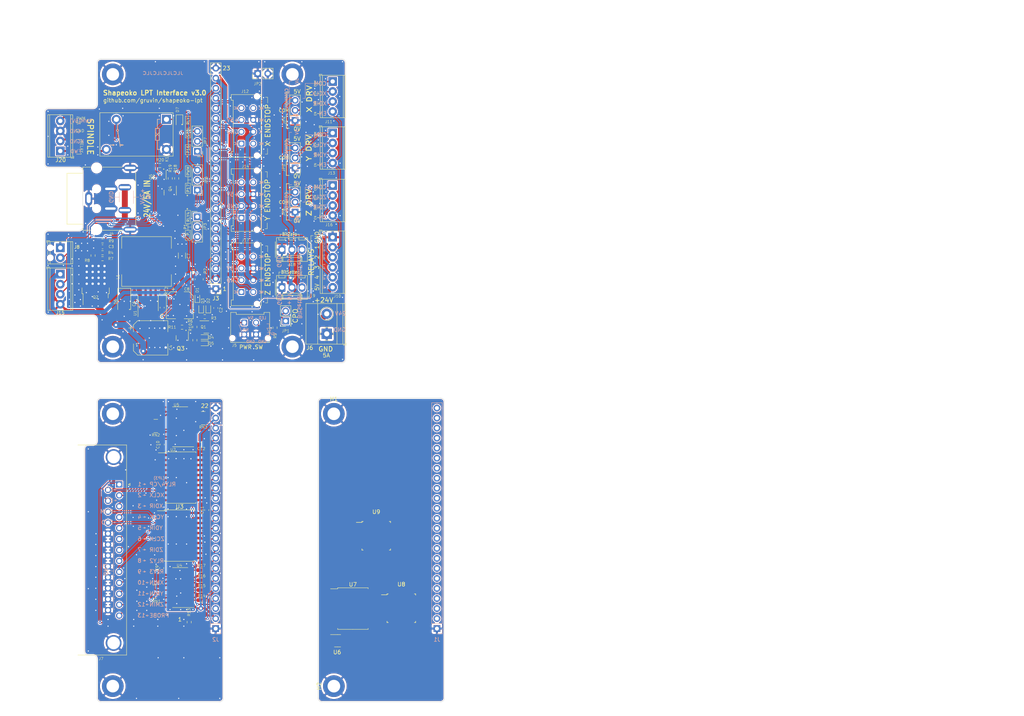
<source format=kicad_pcb>
(kicad_pcb (version 20211014) (generator pcbnew)
  (title_block (title "Shapeoko LPT Interface") (date "2023-02-28") (rev "3.2") (company "Gruvin & Co"))
  (layers (0 "F.Cu" signal) (31 "B.Cu" signal) (34 "B.Paste" user) (35 "F.Paste" user) (36 "B.SilkS" user "B.Silkscreen") (37 "F.SilkS" user "F.Silkscreen") (38 "B.Mask" user) (39 "F.Mask" user) (44 "Edge.Cuts" user))
  (net 0 "")
  (net 1 "Net-(C2-Pad1)")
  (net 2 "Net-(C1-Pad2)")
  (net 3 "GND")
  (net 4 "24V_SAFE")
  (net 5 "/Power/U2_VD")
  (net 6 "/Power/U2_BST")
  (net 7 "/Power/U2_LX")
  (net 8 "/Power/U2_FB")
  (net 9 "/LPT Interface/P2_IN")
  (net 10 "/LPT Interface/P3_IN")
  (net 11 "/LPT Interface/P4_IN")
  (net 12 "/LPT Interface/P9_IN")
  (net 13 "/LPT Interface/P14_IN")
  (net 14 "/LPT Interface/P15_OUT")
  (net 15 "/LPT Interface/P16_IN")
  (net 16 "/Power/nCE_OUT")
  (net 17 "/Connectors & Jumpers/RELAY4")
  (net 18 "/LPT Interface/P17_IN")
  (net 19 "/Connectors & Jumpers/RELAY3")
  (net 20 "/Connectors & Jumpers/RELAY2")
  (net 21 "/Connectors & Jumpers/RELAY1")
  (net 22 "Net-(D4-Pad1)")
  (net 23 "/Connectors & Jumpers/STP_5V")
  (net 24 "/LPT Interface/P17_OUT")
  (net 25 "/LPT Interface/P16_OUT")
  (net 26 "/LPT Interface/P7_OUT")
  (net 27 "/LPT Interface/P6_OUT")
  (net 28 "/LPT Interface/P5_OUT")
  (net 29 "/LPT Interface/P4_OUT")
  (net 30 "/LPT Interface/P3_OUT")
  (net 31 "/LPT Interface/P2_OUT")
  (net 32 "/LPT Interface/P15_IN")
  (net 33 "/LPT Interface/P14_OUT")
  (net 34 "/LPT Interface/P13_IN")
  (net 35 "/Power/U2_ON_nOFF")
  (net 36 "/LPT Interface/P12_IN")
  (net 37 "/LPT Interface/P11_IN")
  (net 38 "/LPT Interface/P10_IN")
  (net 39 "/LPT Interface/P8_OUT")
  (net 40 "/LPT Interface/P9_OUT")
  (net 41 "/LPT Interface/P1_OUT")
  (net 42 "/LPT Interface/nCE_IN")
  (net 43 "/Connectors & Jumpers/ZDIR_IN")
  (net 44 "/Connectors & Jumpers/ZCLK_IN")
  (net 45 "/Connectors & Jumpers/YDIR_IN")
  (net 46 "/Connectors & Jumpers/YCLK_IN")
  (net 47 "/Connectors & Jumpers/XDIR_IN")
  (net 48 "/Connectors & Jumpers/XCLK_IN")
  (net 49 "24V_IN")
  (net 50 "Net-(C3-Pad2)")
  (net 51 "Net-(D7-Pad1)")
  (net 53 "/LPT Interface/P8_IN")
  (net 54 "/LPT Interface/P6_IN")
  (net 55 "/Connectors & Jumpers/ESTOP_OUT")
  (net 56 "/Connectors & Jumpers/EN_IN")
  (net 59 "/Connectors & Jumpers/PROBE_OUT")
  (net 62 "/Connectors & Jumpers/ZMIN_OUT")
  (net 63 "/Connectors & Jumpers/YMIN_OUT")
  (net 64 "/Connectors & Jumpers/XMIN_OUT")
  (net 65 "/Connectors & Jumpers/RELAY2_IN")
  (net 66 "/Connectors & Jumpers/RELAY3_IN")
  (net 68 "/LPT Interface/P1_IN")
  (net 69 "/LPT Interface/P10_OUT")
  (net 70 "/LPT Interface/P11_OUT")
  (net 71 "/LPT Interface/P12_OUT")
  (net 72 "/LPT Interface/P13_OUT")
  (net 73 "/Connectors & Jumpers/X_COM")
  (net 74 "/LPT Interface/P5_IN")
  (net 78 "/LPT Interface/P7_IN")
  (net 79 "/Power/PLED")
  (net 80 "5V_nEN")
  (net 81 "Net-(Q3-Pad1)")
  (net 82 "Net-(Q3-Pad3)")
  (net 83 "+5V")
  (net 84 "/Power/U2_VIN")
  (net 85 "Net-(Q2-Pad1)")
  (net 89 "Net-(Q4-Pad1)")
  (net 91 "GNDA")
  (net 92 "/Connectors & Jumpers/Y_COM")
  (net 96 "/Connectors & Jumpers/HOLD_OUT")
  (net 99 "Net-(JP7-Pad3)")
  (net 100 "/Connectors & Jumpers/Z_COM")
  (net 101 "/Power/Q1_B")
  (net 102 "/Power/Q1_C")
  (net 103 "/Power/Q1_E")
  (net 104 "Net-(Q4-Pad3)")
  (net 105 "Net-(Q5-Pad1)")
  (net 106 "Net-(NT22-Pad1)")
  (net 107 "/GRBL Interface/XTAL1")
  (net 108 "Net-(R14-Pad1)")
  (net 109 "Net-(R15-Pad1)")
  (net 110 "Net-(R16-Pad1)")
  (net 111 "/Connectors & Jumpers/VFD_PWM")
  (net 112 "/Connectors & Jumpers/VFD_XGND")
  (net 113 "/Connectors & Jumpers/VFD_FWD")
  (net 114 "/Connectors & Jumpers/P16_IN")
  (net 115 "/Connectors & Jumpers/P17_IN")
  (net 116 "Net-(R17-Pad1)")
  (net 117 "GND1")
  (net 124 "/Connectors & Jumpers/CHARGE_PUMP_OUT")
  (net 125 "/Connectors & Jumpers/P1_IN")
  (net 126 "/Connectors & Jumpers/X_P16_OUT")
  (net 127 "/Connectors & Jumpers/X_P17_OUT")
  (net 129 "/GRBL Interface/TX")
  (net 135 "+5VA")
  (net 136 "GND2")
  (net 139 "/GRBL Interface/nCE_IN")
  (net 140 "/GRBL Interface/P1_OUT")
  (net 141 "/GRBL Interface/P13_IN")
  (net 142 "/GRBL Interface/P12_IN")
  (net 143 "/GRBL Interface/P11_IN")
  (net 144 "/GRBL Interface/P10_IN")
  (net 145 "/GRBL Interface/P9_OUT")
  (net 146 "/GRBL Interface/P8_OUT")
  (net 147 "/GRBL Interface/P17_OUT")
  (net 148 "/GRBL Interface/P16_OUT")
  (net 149 "/GRBL Interface/P14_OUT")
  (net 150 "/GRBL Interface/P7_OUT")
  (net 151 "/GRBL Interface/P6_OUT")
  (net 152 "/GRBL Interface/P5_OUT")
  (net 153 "/GRBL Interface/P4_OUT")
  (net 154 "/GRBL Interface/P3_OUT")
  (net 155 "/GRBL Interface/P2_OUT")
  (net 156 "/GRBL Interface/P15_IN")
  (net 157 "/GRBL Interface/XTAL2")
  (net 159 "Net-(RN3-Pad7)")
  (net 162 "/GRBL Interface/RX")
  (net 164 "/GRBL Interface/HOLD_IN")
  (net 171 "GND3")
  (net 172 "Net-(C13-Pad1)")
  (net 175 "Net-(D9-Pad1)")
  (net 186 "Net-(D10-Pad1)")
  (footprint "Package_QFP:TQFP-32_7x7mm_P0.8mm" (layer "F.Cu") (at 120.75 150.9)
    (fp_text reference "U9")
    (fp_text value "ATmega328P-A")
  )
  (footprint "Inductor_SMD:L_12x12mm_H6mm" (layer "F.Cu") (at 62.55 81.41)
    (fp_text reference "L1")
    (fp_text value "100uH 1.5A+")
  )
  (footprint "Connector_Molex:Molex_Micro-Fit_3.0_43045-0812_2x04_P3.00mm_Vertical" (layer "F.Cu") (at 86.585 51.55 90)
    (fp_text reference "J12")
    (fp_text value "MicroFit_2x04")
  )
  (footprint "Capacitor_SMD:C_0603_1608Metric" (layer "F.Cu") (at 66.5 93.1 90)
    (fp_text reference "C5")
    (fp_text value "100n/50V")
  )
  (footprint "Capacitor_SMD:C_0603_1608Metric" (layer "F.Cu") (at 74.4 85.925 -90)
    (fp_text reference "C1")
    (fp_text value "100n/50V")
  )
  (footprint "Resistor_SMD:R_Array_Convex_4x0603" (layer "F.Cu") (at 64.9 123.089393)
    (fp_text reference "RN2")
    (fp_text value "1Kx4")
  )
  (footprint "Resistor_SMD:R_0603_1608Metric" (layer "F.Cu") (at 66.449999 89.76 -90)
    (fp_text reference "R12")
    (fp_text value "220K")
  )
  (footprint "Resistor_SMD:R_0603_1608Metric" (layer "F.Cu") (at 74.8 98 -90)
    (fp_text reference "R6")
    (fp_text value "130K")
  )
  (footprint "Connector_Molex:Molex_KK-254_AE-6410-03A_1x03_P2.54mm_Vertical" (layer "F.Cu") (at 96.86 88)
    (fp_text reference "J19")
    (fp_text value "MLX_1x03")
  )
  (footprint "Resistor_SMD:R_0603_1608Metric" (layer "F.Cu") (at 70.19 60.357107 90)
    (fp_text reference "R18")
    (fp_text value "5K6")
  )
  (footprint "TerminalBlock_Phoenix:TerminalBlock_Phoenix_MKDS-1,5-2-5.08_1x02_P5.08mm_Horizontal" (layer "F.Cu") (at 108.205 99.737893 90)
    (fp_text reference "J6")
    (fp_text value "24V/5A OUT")
  )
  (footprint "Diode_SMD:D_SOD-523" (layer "F.Cu") (at 76.4 93.292893 90)
    (fp_text reference "D3")
    (fp_text value "SDM20U40-7")
  )
  (footprint "Connector_Molex:Molex_Micro-Fit_3.0_43045-0412_2x02_P3.00mm_Vertical" (layer "F.Cu") (at 87.3 96.892893)
    (fp_text reference "J5")
    (fp_text value "MicroFit_2x02")
  )
  (footprint "-Project:NetTie-2_SMD_Pad1.0mm" (layer "F.Cu") (at 73.1 82.6 -90)
    (fp_text reference "NT24" hide)
    (fp_text value "DNI" hide)
  )
  (footprint "MountingHole:MountingHole_3.2mm_M3_ISO14580_Pad" (layer "F.Cu") (at 54 103)
    (fp_text reference "H6" hide)
    (fp_text value "MountingHole_Pad")
  )
  (footprint "Connector_PinHeader_2.54mm:PinHeader_1x03_P2.54mm_Vertical" (layer "F.Cu") (at 75.425 63.325 180)
    (fp_text reference "JP6")
    (fp_text value "1x03_2.54")
  )
  (footprint "TerminalBlock_Phoenix:TerminalBlock_Phoenix_MPT-0,5-4-2.54_1x04_P2.54mm_Horizontal" (layer "F.Cu") (at 109.708381 35.795001 -90)
    (fp_text reference "J11")
    (fp_text value "Phoenix MPT")
  )
  (footprint "TerminalBlock_Phoenix:TerminalBlock_Phoenix_MPT-0,5-2-2.54_1x02_P2.54mm_Horizontal" (layer "F.Cu") (at 40.7 77.93 -90)
    (fp_text reference "J8")
    (fp_text value "Phoenix MPT")
  )
  (footprint "Resistor_SMD:R_0603_1608Metric" (layer "F.Cu") (at 68.55 60.357107 -90)
    (fp_text reference "R19")
    (fp_text value "5K6")
  )
  (footprint "Connector_Molex:Molex_KK-254_AE-6410-03A_1x03_P2.54mm_Vertical" (layer "F.Cu") (at 96.86 78.4)
    (fp_text reference "J18")
    (fp_text value "MLX_1x03")
  )
  (footprint "Connector_PinHeader_2.54mm:PinHeader_1x03_P2.54mm_Vertical" (layer "F.Cu") (at 100.2 57.71338 180)
    (fp_text reference "JP5")
    (fp_text value "Jumper_3_Open")
  )
  (footprint "Connector_Molex:Molex_Micro-Fit_3.0_43045-0812_2x04_P3.00mm_Vertical" (layer "F.Cu") (at 86.585 89.15 90)
    (fp_text reference "J17")
    (fp_text value "MicroFit_2x04")
  )
  (footprint "TerminalBlock_Phoenix:TerminalBlock_Phoenix_MPT-0,5-4-2.54_1x04_P2.54mm_Horizontal" (layer "F.Cu") (at 40.7 84.62 -90)
    (fp_text reference "J15")
    (fp_text value "JST_B2B-XH")
  )
  (footprint "Resistor_SMD:R_0603_1608Metric" (layer "F.Cu") (at 76.5 162.15)
    (fp_text reference "R16")
    (fp_text value "330")
  )
  (footprint "Resistor_SMD:R_0603_1608Metric" (layer "F.Cu") (at 51.4 80.7)
    (fp_text reference "R7")
    (fp_text value "1M")
  )
  (footprint "Diode_SMD:D_SOD-523" (layer "F.Cu") (at 77.05 102.15 180)
    (fp_text reference "D5")
    (fp_text value "SDM20U40-7")
  )
  (footprint "MountingHole:MountingHole_3.2mm_M3_ISO14580_Pad" (layer "F.Cu") (at 99.5 102.992893)
    (fp_text reference "H8" hide)
    (fp_text value "MountingHole_Pad")
  )
  (footprint "Connector_PinHeader_2.54mm:PinHeader_1x03_P2.54mm_Vertical" (layer "F.Cu") (at 75.425 53.5 180)
    (fp_text reference "JP7")
    (fp_text value "1x03_2.54")
  )
  (footprint "MountingHole:MountingHole_3.2mm_M3_ISO14580_Pad" (layer "F.Cu") (at 110.014222 189 90)
    (fp_text reference "H2")
    (fp_text value "MountingHole_Pad")
  )
  (footprint "Resistor_SMD:R_0603_1608Metric" (layer "F.Cu") (at 95.1 98.192893 90)
    (fp_text reference "R5")
    (fp_text value "1K")
  )
  (footprint "Package_TO_SOT_SMD:SOT-23" (layer "F.Cu") (at 68.55 63.957107 -90)
    (fp_text reference "Q4")
    (fp_text value "BC847")
  )
  (footprint "Package_TO_SOT_SMD:TO-252-2" (layer "F.Cu") (at 49.65 87.1 90)
    (fp_text reference "Q2")
    (fp_text value "FDD5614P")
  )
  (footprint "Resistor_SMD:R_0603_1608Metric" (layer "F.Cu") (at 49 79.9 -90)
    (fp_text reference "R8")
    (fp_text value "680K")
  )
  (footprint "Diode_SMD:D_SOD-523" (layer "F.Cu") (at 75.4375 90.6375 90)
    (fp_text reference "D1")
    (fp_text value "SDM20U40-7" hide)
  )
  (footprint "Capacitor_SMD:C_0603_1608Metric" (layer "F.Cu") (at 59.45 89.759999 90)
    (fp_text reference "C6")
    (fp_text value "100n/50V")
  )
  (footprint "Resistor_SMD:R_0603_1608Metric" (layer "F.Cu") (at 76.5 164.65)
    (fp_text reference "R15")
    (fp_text value "330")
  )
  (footprint "Connector_PinHeader_2.54mm:PinHeader_1x03_P2.54mm_Vertical" (layer "F.Cu") (at 100.2 45.65 180)
    (fp_text reference "JP4")
    (fp_text value "Jumper_3_Open")
  )
  (footprint "TerminalBlock_Phoenix:TerminalBlock_Phoenix_MPT-0,5-4-2.54_1x04_P2.54mm_Horizontal" (layer "F.Cu") (at 109.708381 48.848381 -90)
    (fp_text reference "J13")
    (fp_text value "Phoenix MPT")
  )
  (footprint "MountingHole:MountingHole_3.2mm_M3_ISO14580_Pad" (layer "F.Cu") (at 99.5 33.992893)
    (fp_text reference "H7" hide)
    (fp_text value "MountingHole_Pad")
  )
  (footprint "-Project:CP_Elec_8x10.5_DOT" (layer "F.Cu") (at 63.6 100.76)
    (fp_text reference "C4")
    (fp_text value "100u/35V")
  )
  (footprint "TerminalBlock_Phoenix:TerminalBlock_Phoenix_MPT-0,5-4-2.54_1x04_P2.54mm_Horizontal" (layer "F.Cu") (at 109.708381 62.145001 -90)
    (fp_text reference "J16")
    (fp_text value "Phoenix MPT")
  )
  (footprint "-Project:Relay_SPST_OJS_24V_10A" (layer "F.Cu") (at 67.6 45.4 180)
    (fp_text reference "K1")
    (fp_text value "OJS-SH-124HMF")
  )
  (footprint "Resistor_SMD:R_0603_1608Metric" (layer "F.Cu") (at 76.45 159.6)
    (fp_text reference "R17")
    (fp_text value "330")
  )
  (footprint "-Project:NetTie-2_SMD_Pad0.3mm" (layer "F.Cu") (at 74.625 171.95)
    (fp_text reference "NT1" hide)
    (fp_text value "NetTie_2" hide)
  )
  (footprint "Package_SO:SOIC-20W_7.5x12.8mm_P1.27mm" (layer "F.Cu") (at 70.95 150.85)
    (fp_text reference "U3")
    (fp_text value "74HC245")
  )
  (footprint "-Project:NetTie-2_SMD_Pad1.0mm" (layer "F.Cu") (at 59.5 97.892893 90)
    (fp_text reference "NT23" hide)
    (fp_text value "DNI" hide)
  )
  (footprint "-Project:NetTie-2_SMD_Pad0.3mm" (layer "F.Cu") (at 96.1 98.542893 -45)
    (fp_text reference "NT22" hide)
    (fp_text value "DNI" hide)
  )
  (footprint "Package_QFP:TQFP-32_7x7mm_P0.8mm" (layer "F.Cu") (at 127.11 169.25)
    (fp_text reference "U8")
    (fp_text value "ATmega16U2-A")
  )
  (footprint "Connector_Molex:Molex_Micro-Fit_3.0_43045-0812_2x04_P3.00mm_Vertical" (layer "F.Cu") (at 86.585 70.35 90)
    (fp_text reference "J14")
    (fp_text value "MicroFit_2x04")
  )
  (footprint "Connector_PinHeader_2.54mm:PinHeader_1x03_P2.54mm_Vertical" (layer "F.Cu") (at 75.4 70.075)
    (fp_text reference "JP3")
    (fp_text value "1x03_2.54")
  )
  (footprint "MountingHole:MountingHole_3.2mm_M3_ISO14580_Pad" (layer "F.Cu") (at 54 119.992893)
    (fp_text reference "H3")
    (fp_text value "MountingHole_Pad")
  )
  (footprint "MountingHole:MountingHole_3.2mm_M3_ISO14580_Pad" (layer "F.Cu") (at 110 120)
    (fp_text reference "H1")
    (fp_text value "MountingHole_Pad")
  )
  (footprint "Resistor_SMD:R_Array_Convex_4x0603" (layer "F.Cu") (at 64.6 165.033393)
    (fp_text reference "RN1")
    (fp_text value "1Kx4")
  )
  (footprint "Capacitor_SMD:C_0603_1608Metric" (layer "F.Cu") (at 77.8 144.392893 90)
    (fp_text reference "C11")
    (fp_text value "100n/50V")
  )
  (footprint "Capacitor_SMD:C_0603_1608Metric" (layer "F.Cu") (at 80.1 93.192893 90)
    (fp_text reference "C2")
    (fp_text value "1u/50V")
  )
  (footprint "-Project:KYCON_KPJX-4S-S" (layer "F.Cu") (at 57.05 65.5 -90)
    (fp_text reference "J4")
    (fp_text value "KYCON_KPJX-4S-S")
  )
  (footprint "Resistor_SMD:R_0603_1608Metric" (layer "F.Cu") (at 76.5 167.2)
    (fp_text reference "R14")
    (fp_text value "330")
  )
  (footprint "Resistor_SMD:R_0603_1608Metric" (layer "F.Cu") (at 65.985 57.102107)
    (fp_text reference "R20")
    (fp_text value "10K")
  )
  (footprint "-Project:CP_Elec_6.3x7.7_DOT" (layer "F.Cu") (at 71 92.5 -90)
    (fp_text reference "C8")
    (fp_text value "68u/35V")
  )
  (footprint "TerminalBlock_Phoenix:TerminalBlock_Phoenix_MPT-0,5-6-2.54_1x06_P2.54mm_Horizontal" (layer "F.Cu") (at 109.7 75.25 -90)
    (fp_text reference "J10")
    (fp_text value "Phoenix MPT")
  )
  (footprint "Capacitor_SMD:C_0603_1608Metric" (layer "F.Cu") (at 66.544 127.784393 -90)
    (fp_text reference "C10")
    (fp_text value "100n/50V")
  )
  (footprint "Diode_SMD:D_SOD-523" (layer "F.Cu") (at 77.05 100.55 180)
    (fp_text reference "D4")
    (fp_text value "SDM20U40-7")
  )
  (footprint "Resistor_SMD:R_0603_1608Metric" (layer "F.Cu") (at 51.4 76.2)
    (fp_text reference "R9")
    (fp_text value "330K")
  )
  (footprint "Capacitor_SMD:C_1206_3216Metric" (layer "F.Cu") (at 71.525 79.925 -90)
    (fp_text reference "C7")
    (fp_text value "22u/25V")
  )
  (footprint "-Project:SOT-23_DOT" (layer "F.Cu") (at 71.6 100.8 -90)
    (fp_text reference "Q3")
    (fp_text value "BC857")
  )
  (footprint "Connector_PinHeader_2.54mm:PinHeader_1x02_P2.54mm_Vertical" (layer "F.Cu") (at 90.725 33.8 90)
    (fp_text reference "JP2")
    (fp_text value "GND_ISO")
  )
  (footprint "Connector_PinHeader_2.54mm:PinHeader_2x01_P2.54mm_Vertical" (layer "F.Cu") (at 97.8 96.492893 90)
    (fp_text reference "JP1")
    (fp_text value "Jumper_2_Bridged")
  )
  (footprint "Resistor_SMD:R_0603_1608Metric" (layer "F.Cu") (at 71.55 98.05)
    (fp_text reference "R11")
    (fp_text value "1M")
  )
  (footprint "Resistor_SMD:R_0603_1608Metric" (layer "F.Cu") (at 77.425 85.925 90)
    (fp_text reference "R2")
    (fp_text value "1M")
  )
  (footprint "Resistor_SMD:R_Array_Convex_4x0603" (layer "F.Cu") (at 76.9 121.092893 180)
    (fp_text reference "RN3")
    (fp_text value "1Kx4")
  )
  (footprint "Connector_PinHeader_2.54mm:PinHeader_1x03_P2.54mm_Vertical" (layer "F.Cu") (at 100.2 68.91 180)
    (fp_text reference "JP8")
    (fp_text value "Jumper_3_Open")
  )
  (footprint "Capacitor_SMD:C_0603_1608Metric" (layer "F.Cu") (at 76.425 127.739393)
    (fp_text reference "C12")
    (fp_text value "100n/50V")
  )
  (footprint "-Project:D_SOD-323_DOT" (layer "F.Cu") (at 70.9 45.75 -90)
    (fp_text reference "D7")
    (fp_text value "BAT54JFILM")
  )
  (footprint "Package_SO:SOIC-16W_7.5x10.3mm_P1.27mm" (layer "F.Cu") (at 114.83 169.35)
    (fp_text reference "U7")
    (fp_text value "ADUM4160")
  )
  (footprint "Package_SO:SO-16_3.9x9.9mm_P1.27mm" (layer "F.Cu") (at 71.079 123.294393 180)
    (fp_text reference "U5")
    (fp_text value "ACSL-6310")
  )
  (footprint "Resistor_SMD:R_0603_1608Metric" (layer "F.Cu") (at 77.3 95.4 180)
    (fp_text reference "R3")
    (fp_text value "6K8")
  )
  (footprint "Connector_PinHeader_2.54mm:PinHeader_1x23_P2.54mm_Vertical" (layer "F.Cu") (at 80.1 88.311 180)
    (fp_text reference "J3")
    (fp_text value "Conn_01x022_Male")
  )
  (footprint "MountingHole:MountingHole_3.2mm_M3_ISO14580_Pad" (layer "F.Cu") (at 54 188.992893)
    (fp_text reference "H4")
    (fp_text value "MountingHole_Pad")
  )
  (footprint "Connector_Dsub:DSUB-25_Male_Horizontal_P2.77x2.84mm_EdgePinOffset7.70mm_Housed_MountingHolesOffset9.12mm" (layer "F.Cu") (at 55.630331 137.887893 -90)
    (fp_text reference "J7")
    (fp_text value "DB25 FEMALE")
  )
  (footprint "Package_SO:SOIC-8_3.9x4.9mm_P1.27mm" (layer "F.Cu") (at 62.95 91.959999 90)
    (fp_text reference "U1")
    (fp_text value "MAX5035BUSA")
  )
  (footprint "Diode_SMD:D_SOD-523" (layer "F.Cu") (at 78.2 93.292893 90)
    (fp_text reference "D2")
    (fp_text value "SDM20U40-7")
  )
  (footprint "Capacitor_SMD:C_0603_1608Metric" (layer "F.Cu") (at 51.4 77.7 180)
    (fp_text reference "C3")
    (fp_text value "1u/50V")
  )
  (footprint "Package_TO_SOT_SMD:SOT-23-6" (layer "F.Cu") (at 110.95 177.5)
    (fp_text reference "U6")
    (fp_text value "USBLC6-2SC6")
  )
  (footprint "Resistor_SMD:R_0603_1608Metric" (layer "F.Cu") (at 73.35 172.775 -90)
    (fp_text reference "R13")
    (fp_text value "1M")
  )
  (footprint "Package_TO_SOT_SMD:SOT-23" (layer "F.Cu") (at 77.7 98)
    (fp_text reference "Q1")
    (fp_text value "BC847")
  )
  (footprint "Package_SO:SO-16_3.9x9.9mm_P1.27mm" (layer "F.Cu") (at 71.079 164.021393 180)
    (fp_text reference "U4")
    (fp_text value "ACSL-6310")
  )
  (footprint "Resistor_SMD:R_0603_1608Metric" (layer "F.Cu") (at 74.8 101.35 90)
    (fp_text reference "R10")
    (fp_text value "130K")
  )
  (footprint "Capacitor_SMD:C_0603_1608Metric" (layer "F.Cu") (at 66.4 159.086006 90)
    (fp_text reference "C9")
    (fp_text value "100n/50V")
  )
  (footprint "MountingHole:MountingHole_3.2mm_M3_ISO14580_Pad" (layer "F.Cu") (at 54 34)
    (fp_text reference "H5" hide)
    (fp_text value "MountingHole_Pad")
  )
  (footprint "TerminalBlock_Phoenix:TerminalBlock_Phoenix_MPT-0,5-4-2.54_1x04_P2.54mm_Horizontal" (layer "F.Cu") (at 40.7 53.414999 90)
    (fp_text reference "J20")
    (fp_text value "Phoenix MPT")
  )
  (footprint "Package_SO:SOIC-20W_7.5x12.8mm_P1.27mm" (layer "F.Cu") (at 71.20356 136.160833)
    (fp_text reference "U2")
    (fp_text value "74HC245")
  )
  (footprint "Resistor_SMD:R_0603_1608Metric" (layer "F.Cu") (at 51.4 79.2 180)
    (fp_text reference "R4")
    (fp_text value "220K")
  )
  (footprint "-Project:D_SMA_DOT" (layer "F.Cu") (at 56.9 91.61 -90)
    (fp_text reference "D6")
    (fp_text value "SS24A+")
  )
  (footprint "-Project:SOT-23_DOT" (layer "F.Cu") (at 65.95 59.957107 -90)
    (fp_text reference "Q5")
    (fp_text value "BC857")
  )
  (footprint "-Project:NetTie-2_SMD_Pad0.3mm" (layer "B.Cu") (at 111.5 74.8 -90)
    (fp_text reference "NT27" hide)
    (fp_text value "DNI" hide)
  )
  (footprint "-Project:NetTie-2_SMD_Pad1.0mm" (layer "B.Cu") (at 97.6 64.55 -90)
    (fp_text reference "NT28" hide)
    (fp_text value "DNI" hide)
  )
  (footprint "Connector_PinSocket_2.54mm:PinSocket_1x23_P2.54mm_Vertical" (layer "B.Cu") (at 136.125 174.417)
    (fp_text reference "J1")
    (fp_text value "Conn_01x06_Female")
  )
  (footprint "-Project:NetTie-2_SMD_Pad0.3mm" (layer "B.Cu") (at 108.5 79.092893 -45)
    (fp_text reference "NT26" hide)
    (fp_text value "DNI" hide)
  )
  (footprint "-Project:NetTie-2_SMD_Pad0.3mm" (layer "B.Cu") (at 108.3 81.692893 -45)
    (fp_text reference "NT25" hide)
    (fp_text value "DNI" hide)
  )
  (footprint "Connector_PinSocket_2.54mm:PinSocket_1x23_P2.54mm_Vertical" (layer "B.Cu") (at 80.063 174.417)
    (fp_text reference "J2")
    (fp_text value "Conn_01x06_Female")
  )
  (gr_line (start 54.9 147.5) (end 54.2 147.5) (layer "B.SilkS") (width 0.1))
  (gr_line (start 61.966 154.25) (end 61.966 154.6) (layer "B.SilkS") (width 0.1))
  (gr_line (start 102.75 53.11338) (end 102.75 49.31338) (layer "B.SilkS") (width 0.1))
  (gr_line (start 62.435 168.3) (end 62.785 168.5) (layer "B.SilkS") (width 0.1))
  (gr_line (start 61.976 137.65) (end 61.976 138) (layer "B.SilkS") (width 0.1))
  (gr_circle (center 86.915001 99.919998) (end 86.581458 99.919999) (layer "B.SilkS") (width 0.1) (fill none))
  (gr_line (start 63.135 162.75) (end 62.435 162.75) (layer "B.SilkS") (width 0.1))
  (gr_line (start 54.2 159.825) (end 53.6 159.825) (layer "B.SilkS") (width 0.1))
  (gr_line (start 54.2 152.9) (end 54.5 152.901) (layer "B.SilkS") (width 0.1))
  (gr_line (start 62.316 160) (end 61.966 160.15) (layer "B.SilkS") (width 0.1))
  (gr_line (start 102.75 49.31338) (end 104.85 49.31338) (layer "B.SilkS") (width 0.1))
  (gr_line (start 61.616 154.45) (end 62.316 154.45) (layer "B.SilkS") (width 0.1))
  (gr_line (start 102.132581 40.1) (end 102.707581 40.1) (layer "B.SilkS") (width 0.1))
  (gr_line (start 62.326 140.62) (end 61.976 140.42) (layer "B.SilkS") (width 0.1))
  (gr_line (start 54.2 164) (end 54.5 164.001) (layer "B.SilkS") (width 0.1))
  (gr_line (start 54.2 169.5495) (end 54.5 169.5505) (layer "B.SilkS") (width 0.1))
  (gr_line (start 95.290001 99.840003) (end 95.065001 99.765002) (layer "B.SilkS") (width 0.1))
  (gr_line (start 61.966 159.8) (end 61.966 160.15) (layer "B.SilkS") (width 0.1))
  (gr_line (start 98.75 48.70338) (end 99.35 48.70338) (layer "B.SilkS") (width 0.1))
  (gr_line (start 95.290001 99.840003) (end 95.19 99.64) (layer "B.SilkS") (width 0.1))
  (gr_line (start 94.245858 98.299852) (end 93.645859 99.474852) (layer "B.SilkS") (width 0.1))
  (gr_line (start 59.25 63.5) (end 59.25 66.75) (layer "B.SilkS") (width 0.1))
  (gr_line (start 98.757581 44.79) (end 98.757581 35.69) (layer "B.SilkS") (width 0.1))
  (gr_line (start 94.314999 99.690002) (end 94.314999 99.940001) (layer "B.SilkS") (width 0.1))
  (gr_line (start 61.966 143.16) (end 61.966 143.51) (layer "B.SilkS") (width 0.1))
  (gr_line (start 94.220858 99.424852) (end 93.095858 99.424852) (layer "B.SilkS") (width 0.1))
  (gr_line (start 94.314999 99.690002) (end 94.79 100.115002) (layer "B.SilkS") (width 0.1))
  (gr_line (start 102.132581 66.35423) (end 102.707581 66.35423) (layer "B.SilkS") (width 0.1))
  (gr_line (start 61.616 143.36) (end 62.316 143.36) (layer "B.SilkS") (width 0.1))
  (gr_line (start 54.6 141.75) (end 54.6 142.1) (layer "B.SilkS") (width 0.1))
  (gr_line (start 62.435 165.55) (end 62.785 165.75) (layer "B.SilkS") (width 0.1))
  (gr_line (start 108.6375 87.9) (end 108.2375 87.9) (layer "B.SilkS") (width 0.15))
  (gr_line (start 108.6375 82.8) (end 108.2375 82.8) (layer "B.SilkS") (width 0.15))
  (gr_line (start 62.316 151.7) (end 61.966 151.85) (layer "B.SilkS") (width 0.1))
  (gr_line (start 108.6375 85.4) (end 108.2375 85.4) (layer "B.SilkS") (width 0.15))
  (gr_line (start 102.757581 40.1) (end 102.757581 36.3) (layer "B.SilkS") (width 0.1))
  (gr_line (start 61.966 157) (end 61.966 157.35) (layer "B.SilkS") (width 0.1))
  (gr_line (start 61.626 146.15) (end 62.326 146.15) (layer "B.SilkS") (width 0.1))
  (gr_line (start 62.785 165.75) (end 62.785 165.4) (layer "B.SilkS") (width 0.1))
  (gr_line (start 54.6 139.4) (end 54.6 139.05) (layer "B.SilkS") (width 0.1))
  (gr_line (start 94.814997 99.415001) (end 94.815001 99.665004) (layer "B.SilkS") (width 0.1))
  (gr_line (start 99.357581 71.04423) (end 98.757581 71.04423) (layer "B.SilkS") (width 0.1))
  (gr_line (start 93.63 100.26) (end 93.63 99.435001) (layer "B.SilkS") (width 0.1))
  (gr_line (start 54.2 155.65) (end 54.5 155.651) (layer "B.SilkS") (width 0.1))
  (gr_line (start 62.435 162.75) (end 62.785 162.6) (layer "B.SilkS") (width 0.1))
  (gr_line (start 54.95 141.95) (end 54.6 142.1) (layer "B.SilkS") (width 0.1))
  (gr_line (start 54.25 141.95) (end 54.95 141.95) (layer "B.SilkS") (width 0.1))
  (gr_line (start 62.326 146.15) (end 61.976 146.3) (layer "B.SilkS") (width 0.1))
  (gr_line (start 61.976 140.42) (end 61.976 140.77) (layer "B.SilkS") (width 0.1))
  (gr_line (start 62.326 146.15) (end 61.976 145.95) (layer "B.SilkS") (width 0.1))
  (gr_line (start 54.2 150.15) (end 54.5 150.151) (layer "B.SilkS") (width 0.1))
  (gr_line (start 54.2 147.5) (end 54.55 147.7) (layer "B.SilkS") (width 0.1))
  (gr_line (start 55.65 65.1) (end 54.3 65.1) (layer "B.SilkS") (width 0.1))
  (gr_line (start 93.63 98.26) (end 93.679998 97.21) (layer "B.SilkS") (width 0.1))
  (gr_line (start 62.326 137.85) (end 61.976 138) (layer "B.SilkS") (width 0.1))
  (gr_line (start 62.435 171.1) (end 62.785 170.95) (layer "B.SilkS") (width 0.1))
  (gr_line (start 59.25 65.1) (end 60.6 65.1) (layer "B.SilkS") (width 0.1))
  (gr_line (start 61.616 157.2) (end 62.316 157.2) (layer "B.SilkS") (width 0.1))
  (gr_line (start 99.357581 44.79) (end 98.757581 44.79) (layer "B.SilkS") (width 0.1))
  (gr_line (start 87.29 99.944999) (end 87.565 99.945) (layer "B.SilkS") (width 0.1))
  (gr_line (start 62.316 143.36) (end 61.966 143.16) (layer "B.SilkS") (width 0.1))
  (gr_line (start 93.679998 97.21) (end 93.03 97.21) (layer "B.SilkS") (width 0.1))
  (gr_line (start 61.976 145.95) (end 61.976 146.3) (layer "B.SilkS") (width 0.1))
  (gr_line (start 62.316 157.2) (end 61.966 157.35) (layer "B.SilkS") (width 0.1))
  (gr_line (start 54.2 144.75) (end 54.55 144.95) (layer "B.SilkS") (width 0.1))
  (gr_line (start 108.6375 75.2) (end 108.2375 75.2) (layer "B.SilkS") (width 0.15))
  (gr_line (start 62.316 148.9) (end 61.966 148.7) (layer "B.SilkS") (width 0.1))
  (gr_line (start 93.045857 98.299852) (end 93.645858 98.299852) (layer "B.SilkS") (width 0.1))
  (gr_line (start 102.757581 66.35423) (end 102.757581 62.55423) (layer "B.SilkS") (width 0.1))
  (gr_line (start 98.75 57.80338) (end 98.75 48.70338) (layer "B.SilkS") (width 0.1))
  (gr_line (start 54.2 158.45) (end 54.5 158.451) (layer "B.SilkS") (width 0.1))
  (gr_line (start 62.316 154.45) (end 61.966 154.25) (layer "B.SilkS") (width 0.1))
  (gr_line (start 61.616 148.9) (end 62.316 148.9) (layer "B.SilkS") (width 0.1))
  (gr_line (start 93.63 100.26) (end 93.03 100.26) (layer "B.SilkS") (width 0.1))
  (gr_line (start 54.2 144.75) (end 54.55 144.6) (layer "B.SilkS") (width 0.1))
  (gr_line (start 62.785 162.95) (end 62.785 162.6) (layer "B.SilkS") (width 0.1))
  (gr_line (start 61.626 140.62) (end 62.326 140.62) (layer "B.SilkS") (width 0.1))
  (gr_line (start 94.814997 99.415001) (end 95.290001 99.840003) (layer "B.SilkS") (width 0.1))
  (gr_line (start 108.6375 77.7) (end 108.2375 77.7) (layer "B.SilkS") (width 0.15))
  (gr_line (start 98.757581 35.69) (end 99.357581 35.69) (layer "B.SilkS") (width 0.1))
  (gr_line (start 62.316 157.2) (end 61.966 157) (layer "B.SilkS") (width 0.1))
  (gr_line (start 62.316 143.36) (end 61.966 143.51) (layer "B.SilkS") (width 0.1))
  (gr_line (start 62.316 151.7) (end 61.966 151.5) (layer "B.SilkS") (width 0.1))
  (gr_line (start 54.55 144.95) (end 54.55 144.6) (layer "B.SilkS") (width 0.1))
  (gr_line (start 62.435 162.75) (end 62.785 162.95) (layer "B.SilkS") (width 0.1))
  (gr_line (start 54.2 166.75) (end 54.5 166.751) (layer "B.SilkS") (width 0.1))
  (gr_line (start 87.248541 97.419999) (end 87.565 97.419999) (layer "B.SilkS") (width 0.1))
  (gr_line (start 62.316 160) (end 61.966 159.8) (layer "B.SilkS") (width 0.1))
  (gr_line (start 93.645859 99.474852) (end 93.045857 98.299852) (layer "B.SilkS") (width 0.1))
  (gr_circle (center 86.915 97.419999) (end 86.84 97.744999) (layer "B.SilkS") (width 0.1) (fill none))
  (gr_line (start 99.35 57.80338) (end 98.75 57.80338) (layer "B.SilkS") (width 0.1))
  (gr_line (start 98.757581 66.35423) (end 99.357581 66.34423) (layer "B.SilkS") (width 0.1))
  (gr_line (start 61.626 137.85) (end 62.326 137.85) (layer "B.SilkS") (width 0.1))
  (gr_line (start 61.966 151.5) (end 61.966 151.85) (layer "B.SilkS") (width 0.1))
  (gr_line (start 62.316 154.45) (end 61.966 154.6) (layer "B.SilkS") (width 0.1))
  (gr_line (start 54.25 139.2) (end 54.6 139.05) (layer "B.SilkS") (width 0.1))
  (gr_line (start 102.125 53.11338) (end 102.7 53.11338) (layer "B.SilkS") (width 0.1))
  (gr_line (start 94.79 100.115002) (end 94.69 99.915003) (layer "B.SilkS") (width 0.1))
  (gr_line (start 85.97 97.41) (end 86.8 99.6) (layer "B.SilkS") (width 0.1))
  (gr_line (start 54.2 150.15) (end 54.2 169.5495) (layer "B.SilkS") (width 0.1))
  (gr_line (start 108.6375 80.3) (end 108.2375 80.3) (layer "B.SilkS") (width 0.15))
  (gr_line (start 54.95 141.95) (end 54.6 141.75) (layer "B.SilkS") (width 0.1))
  (gr_line (start 98.757581 40.1) (end 99.357581 40.09) (layer "B.SilkS") (width 0.1))
  (gr_line (start 62.435 165.55) (end 62.785 165.4) (layer "B.SilkS") (width 0.1))
  (gr_line (start 94.314999 99.940001) (end 93.915 99.590002) (layer "B.SilkS") (width 0.1))
  (gr_line (start 102.757581 62.55423) (end 104.857581 62.55423) (layer "B.SilkS") (width 0.1))
  (gr_line (start 54.9 144.75) (end 54.2 144.75) (layer "B.SilkS") (width 0.1))
  (gr_line (start 102.757581 36.3) (end 104.857581 36.3) (layer "B.SilkS") (width 0.1))
  (gr_line (start 54.25 139.2) (end 54.6 139.4) (layer "B.SilkS") (width 0.1))
  (gr_line (start 93.645858 98.299852) (end 94.245858 98.299852) (layer "B.SilkS") (width 0.1))
  (gr_line (start 94.815001 99.665004) (end 94.415 99.315001) (layer "B.SilkS") (width 0.1))
  (gr_line (start 62.326 137.85) (end 61.976 137.65) (layer "B.SilkS") (width 0.1))
  (gr_line (start 98.757581 61.94423) (end 99.357581 61.94423) (layer "B.SilkS") (width 0.1))
  (gr_line (start 98.75 53.11338) (end 99.35 53.10338) (layer "B.SilkS") (width 0.1))
  (gr_line (start 54.55 147.7) (end 54.55 147.35) (layer "B.SilkS") (width 0.1))
  (gr_line (start 61.966 148.7) (end 61.966 149.05) (layer "B.SilkS") (width 0.1))
  (gr_line (start 63.135 165.55) (end 62.435 165.55) (layer "B.SilkS") (width 0.1))
  (gr_line (start 62.435 171.1) (end 62.785 171.3) (layer "B.SilkS") (width 0.1))
  (gr_line (start 54.2 161.2) (end 54.5 161.201) (layer "B.SilkS") (width 0.1))
  (gr_line (start 61.616 160) (end 62.316 160) (layer "B.SilkS") (width 0.1))
  (gr_line (start 63.135 168.3) (end 62.435 168.3) (layer "B.SilkS") (width 0.1))
  (gr_line (start 63.135 171.1) (end 62.435 171.1) (layer "B.SilkS") (width 0.1))
  (gr_line (start 62.785 168.5) (end 62.785 168.15) (layer "B.SilkS") (width 0.1))
  (gr_line (start 62.435 168.3) (end 62.785 168.15) (layer "B.SilkS") (width 0.1))
  (gr_line (start 62.326 140.62) (end 61.976 140.77) (layer "B.SilkS") (width 0.1))
  (gr_line (start 61.616 151.7) (end 62.316 151.7) (layer "B.SilkS") (width 0.1))
  (gr_line (start 55.65 66.35) (end 55.65 63.85) (layer "B.SilkS") (width 0.1))
  (gr_line (start 54.95 139.2) (end 54.25 139.2) (layer "B.SilkS") (width 0.1))
  (gr_line (start 94.79 100.115002) (end 94.565 100.040002) (layer "B.SilkS") (width 0.1))
  (gr_line (start 98.757581 71.04423) (end 98.757581 61.94423) (layer "B.SilkS") (width 0.1))
  (gr_line (start 62.316 148.9) (end 61.966 149.05) (layer "B.SilkS") (width 0.1))
  (gr_line (start 62.785 171.3) (end 62.785 170.95) (layer "B.SilkS") (width 0.1))
  (gr_line (start 54.2 147.5) (end 54.55 147.35) (layer "B.SilkS") (width 0.1))
  (gr_line (start 93.225 39.8) (end 93.225 41.25) (layer "F.SilkS") (width 0.1))
  (gr_rect (start 72.4 54.35) (end 73.7 51.8) (layer "F.SilkS") (width 0.1) (fill none))
  (gr_line (start 106.25 70.309231) (end 105.85 70.309231) (layer "F.SilkS") (width 0.15))
  (gr_line (start 97.977228 59.6) (end 98.677228 59.6) (layer "F.SilkS") (width 0.15))
  (gr_line (start 101.3 84.092893) (end 101.7 84.092893) (layer "F.SilkS") (width 0.1))
  (gr_line (start 98 47.65) (end 98 44.05) (layer "F.SilkS") (width 0.15))
  (gr_line (start 106.25 67.759231) (end 105.85 67.759231) (layer "F.SilkS") (width 0.15))
  (gr_line (start 98 70.9) (end 98.7 70.9) (layer "F.SilkS") (width 0.15))
  (gr_line (start 106.25 36.336711) (end 105.85 36.336711) (layer "F.SilkS") (width 0.15))
  (gr_line (start 97.977228 59.6) (end 97.977228 56) (layer "F.SilkS") (width 0.15))
  (gr_rect (start 72.4 59.9) (end 73.7 57.15) (layer "F.SilkS") (width 0.1) (fill none))
  (gr_line (start 73.05 51.8) (end 73.05 50.95) (layer "F.SilkS") (width 0.1))
  (gr_line (start 106.25 65.2) (end 105.85 65.2) (layer "F.SilkS") (width 0.15))
  (gr_line (start 73.85 72.675) (end 73.05 72.675) (layer "F.SilkS") (width 0.1))
  (gr_line (start 106.25 49.350091) (end 105.85 49.350091) (layer "F.SilkS") (width 0.15))
  (gr_line (start 104.765 74.85) (end 104.2 74.85) (layer "F.SilkS") (width 0.1))
  (gr_line (start 101.2 75.092893) (end 101.2 74.492893) (layer "F.SilkS") (width 0.1))
  (gr_line (start 97.977228 54) (end 97.977228 50.4) (layer "F.SilkS") (width 0.15))
  (gr_line (start 73.05 72.675) (end 73.05 71.825) (layer "F.SilkS") (width 0.1))
  (gr_line (start 93.2 54.2) (end 92.65 54.2) (layer "F.SilkS") (width 0.1))
  (gr_line (start 98 42.05) (end 98 38.45) (layer "F.SilkS") (width 0.15))
  (gr_line (start 73.85 50.95) (end 73.05 50.95) (layer "F.SilkS") (width 0.1))
  (gr_line (start 96.1 84.092893) (end 96.5 84.092893) (layer "F.SilkS") (width 0.1))
  (gr_line (start 106.25 56.95915) (end 105.85 56.95915) (layer "F.SilkS") (width 0.15))
  (gr_rect (start 72.4 71.825) (end 73.7 68.475) (layer "F.SilkS") (width 0.1) (fill none))
  (gr_line (start 93.225 77.475) (end 92.675 77.475) (layer "F.SilkS") (width 0.1))
  (gr_line (start 46 54.200001) (end 46 54) (layer "F.SilkS") (width 0.1))
  (gr_line (start 106.25 41.39577) (end 105.85 41.39577) (layer "F.SilkS") (width 0.15))
  (gr_line (start 93.125 71.65) (end 93.125 73.1) (layer "F.SilkS") (width 0.1))
  (gr_line (start 100.8 74.492893) (end 101.2 74.492893) (layer "F.SilkS") (width 0.1))
  (gr_line (start 93.2 90.45) (end 93.2 91.9) (layer "F.SilkS") (width 0.1))
  (gr_line (start 93.2 91.9) (end 92.65 91.9) (layer "F.SilkS") (width 0.1))
  (gr_line (start 44.8 54.2) (end 46 54.200001) (layer "F.SilkS") (width 0.1))
  (gr_rect (start 72.4 50.1) (end 73.7 44.6) (layer "F.SilkS") (width 0.1) (fill none))
  (gr_line (start 44.8 50.500001) (end 46.1 50.5) (layer "F.SilkS") (width 0.1))
  (gr_line (start 98 65.3) (end 98 61.7) (layer "F.SilkS") (width 0.15))
  (gr_rect (start 72.4 76.075) (end 73.7 73.525) (layer "F.SilkS") (width 0.1) (fill none))
  (gr_line (start 106.25 38.836539) (end 105.85 38.836539) (layer "F.SilkS") (width 0.15))
  (gr_line (start 98 61.7) (end 98.7 61.7) (layer "F.SilkS") (width 0.15))
  (gr_line (start 96.1 84.692893) (end 96.1 84.092893) (layer "F.SilkS") (width 0.1))
  (gr_line (start 104.18 85.542893) (end 104.18 88.3) (layer "F.SilkS") (width 0.1))
  (gr_line (start 98 38.45) (end 98.7 38.45) (layer "F.SilkS") (width 0.15))
  (gr_line (start 93.225 77.5) (end 93.225 78.95) (layer "F.SilkS") (width 0.1))
  (gr_line (start 96.4 75.092893) (end 96.4 74.492893) (layer "F.SilkS") (width 0.1))
  (gr_line (start 106.25 51.849919) (end 105.85 51.849919) (layer "F.SilkS") (width 0.15))
  (gr_rect (start 72.4 64.15) (end 73.7 61.6) (layer "F.SilkS") (width 0.1) (fill none))
  (gr_line (start 93.2 52.75) (end 93.2 54.2) (layer "F.SilkS") (width 0.1))
  (gr_line (start 104.2 74.85) (end 104.2 77.75) (layer "F.SilkS") (width 0.1))
  (gr_line (start 96.4 74.492893) (end 96.8 74.492893) (layer "F.SilkS") (width 0.1))
  (gr_line (start 93.225 39.775) (end 92.675 39.775) (layer "F.SilkS") (width 0.1))
  (gr_line (start 101.7 84.692893) (end 101.7 84.092893) (layer "F.SilkS") (width 0.1))
  (gr_line (start 98 47.65) (end 98.7 47.65) (layer "F.SilkS") (width 0.15))
  (gr_line (start 93.15 58.675) (end 92.6 58.675) (layer "F.SilkS") (width 0.1))
  (gr_line (start 73.85 60.75) (end 73.05 60.75) (layer "F.SilkS") (width 0.1))
  (gr_line (start 46.1 50.5) (end 46.1 50.7) (layer "F.SilkS") (width 0.1))
  (gr_line (start 93.15 58.7) (end 93.15 60.15) (layer "F.SilkS") (width 0.1))
  (gr_line (start 73.05 50.95) (end 73.05 50.1) (layer "F.SilkS") (width 0.1))
  (gr_line (start 97.977228 50.4) (end 98.677228 50.4) (layer "F.SilkS") (width 0.15))
  (gr_line (start 106.25 43.94577) (end 105.85 43.94577) (layer "F.SilkS") (width 0.15))
  (gr_line (start 98 70.9) (end 98 67.3) (layer "F.SilkS") (width 0.15))
  (gr_line (start 106.25 54.40915) (end 105.85 54.40915) (layer "F.SilkS") (width 0.15))
  (gr_line (start 73.05 73.525) (end 73.05 72.675) (layer "F.SilkS") (width 0.1))
  (gr_line (start 73.05 60.75) (end 73.05 59.9) (layer "F.SilkS") (width 0.1))
  (gr_line (start 106.25 62.700172) (end 105.85 62.700172) (layer "F.SilkS") (width 0.15))
  (gr_line (start 73.05 61.6) (end 73.05 60.75) (layer "F.SilkS") (width 0.1))
  (gr_line (start 104.72 88.3) (end 104.18 88.3) (layer "F.SilkS") (width 0.1))
  (gr_line (start 93.125 73.1) (end 92.575 73.1) (layer "F.SilkS") (width 0.1))
  (gr_line (start 107.007114 192.992891) (end 137.007114 192.992891) (layer "Edge.Cuts") (width 0.1))
  (gr_line (start 50 126.9) (end 50 117) (layer "Edge.Cuts") (width 0.1))
  (gr_arc (start 107.007114 192.992891) (mid 106.3 192.700005) (end 106.007114 191.992891) (layer "Edge.Cuts") (width 0.1))
  (gr_arc (start 49 181.1) (mid 49.707099 181.392901) (end 50 182.1) (layer "Edge.Cuts") (width 0.1))
  (gr_arc (start 37.714216 95.107107) (mid 37.007104 94.814215) (end 36.714216 94.107107) (layer "Edge.Cuts") (width 0.1))
  (gr_arc (start 50 117) (mid 50.292896 116.292896) (end 51 116) (layer "Edge.Cuts") (width 0.1))
  (gr_line (start 82.014216 191.992896) (end 82.014216 117) (layer "Edge.Cuts") (width 0.1))
  (gr_arc (start 112.997109 106.1) (mid 112.704213 106.8071) (end 111.997109 107.1) (layer "Edge.Cuts") (width 0.1))
  (gr_line (start 51.014216 107.1) (end 111.997109 107.1) (layer "Edge.Cuts") (width 0.1))
  (gr_arc (start 82.014216 191.992896) (mid 81.721324 192.700005) (end 81.014216 192.992896) (layer "Edge.Cuts") (width 0.1))
  (gr_arc (start 36.714216 43.607107) (mid 37.007104 42.899991) (end 37.714216 42.607107) (layer "Edge.Cuts") (width 0.1))
  (gr_line (start 50 182.1) (end 50.014216 191.992896) (layer "Edge.Cuts") (width 0.1))
  (gr_line (start 36.714216 56.607107) (end 36.714216 43.607107) (layer "Edge.Cuts") (width 0.1))
  (gr_line (start 36.714216 94.107107) (end 36.714216 74.603554) (layer "Edge.Cuts") (width 0.1))
  (gr_line (start 137.007114 115.999995) (end 107.007114 115.999995) (layer "Edge.Cuts") (width 0.1))
  (gr_line (start 47.8 181.1) (end 49 181.1) (layer "Edge.Cuts") (width 0.1))
  (gr_line (start 37.714216 95.107107) (end 49.014216 95.1) (layer "Edge.Cuts") (width 0.1))
  (gr_line (start 106.007114 116.999995) (end 106.007114 191.992891) (layer "Edge.Cuts") (width 0.1))
  (gr_arc (start 137.007114 115.999995) (mid 137.714213 116.292896) (end 138.007114 116.999995) (layer "Edge.Cuts") (width 0.1))
  (gr_arc (start 51.014216 107.1) (mid 50.307107 106.807107) (end 50.014216 106.1) (layer "Edge.Cuts") (width 0.1))
  (gr_line (start 138.007114 191.992891) (end 138.007114 116.999995) (layer "Edge.Cuts") (width 0.1))
  (gr_arc (start 36.714216 74.603554) (mid 37.007094 73.896443) (end 37.714216 73.603554) (layer "Edge.Cuts") (width 0.1))
  (gr_line (start 112.997109 106.1) (end 112.997109 31.1) (layer "Edge.Cuts") (width 0.1))
  (gr_line (start 50.007109 31.1) (end 50.007109 41.6) (layer "Edge.Cuts") (width 0.1))
  (gr_line (start 46.8 128.9) (end 46.8 180.1) (layer "Edge.Cuts") (width 0.1))
  (gr_line (start 45.392898 73.596447) (end 37.714216 73.603554) (layer "Edge.Cuts") (width 0.1))
  (gr_arc (start 46.8 128.9) (mid 47.092894 128.192899) (end 47.8 127.9) (layer "Edge.Cuts") (width 0.1))
  (gr_arc (start 45.392898 57.607107) (mid 46.099992 57.900006) (end 46.392898 58.607107) (layer "Edge.Cuts") (width 0.1))
  (gr_arc (start 51.014216 192.992896) (mid 50.307102 192.70001) (end 50.014216 191.992896) (layer "Edge.Cuts") (width 0.1))
  (gr_line (start 45.392898 57.607107) (end 37.714216 57.607107) (layer "Edge.Cuts") (width 0.1))
  (gr_line (start 46.392898 72.596447) (end 46.392898 58.607107) (layer "Edge.Cuts") (width 0.1))
  (gr_arc (start 81.014216 116) (mid 81.721323 116.292893) (end 82.014216 117) (layer "Edge.Cuts") (width 0.1))
  (gr_line (start 50.014216 96.1) (end 50.014216 106.1) (layer "Edge.Cuts") (width 0.1))
  (gr_line (start 51.014216 192.992896) (end 81.014216 192.992896) (layer "Edge.Cuts") (width 0.1))
  (gr_arc (start 47.8 181.1) (mid 47.092884 180.807112) (end 46.8 180.1) (layer "Edge.Cuts") (width 0.1))
  (gr_line (start 49.007109 42.6) (end 37.714216 42.607107) (layer "Edge.Cuts") (width 0.1))
  (gr_arc (start 50 126.9) (mid 49.707112 127.607112) (end 49 127.9) (layer "Edge.Cuts") (width 0.1))
  (gr_arc (start 49.014216 95.1) (mid 49.72132 95.392894) (end 50.014216 96.1) (layer "Edge.Cuts") (width 0.1))
  (gr_line (start 81.014216 116) (end 51 116) (layer "Edge.Cuts") (width 0.1))
  (gr_arc (start 138.007114 191.992891) (mid 137.714226 192.700003) (end 137.007114 192.992891) (layer "Edge.Cuts") (width 0.1))
  (gr_arc (start 50.007109 31.1) (mid 50.299999 30.392886) (end 51.007109 30.1) (layer "Edge.Cuts") (width 0.1))
  (gr_arc (start 106.007114 116.999995) (mid 106.30001 116.292891) (end 107.007114 115.999995) (layer "Edge.Cuts") (width 0.1))
  (gr_arc (start 50.007109 41.6) (mid 49.714213 42.3071) (end 49.007109 42.6) (layer "Edge.Cuts") (width 0.1))
  (gr_arc (start 46.392898 72.596447) (mid 46.099989 73.303529) (end 45.392898 73.596447) (layer "Edge.Cuts") (width 0.1))
  (gr_arc (start 111.997109 30.1) (mid 112.704218 30.392891) (end 112.997109 31.1) (layer "Edge.Cuts") (width 0.1))
  (gr_line (start 47.8 127.9) (end 49 127.9) (layer "Edge.Cuts") (width 0.1))
  (gr_line (start 51.007109 30.1) (end 111.997109 30.1) (layer "Edge.Cuts") (width 0.1))
  (gr_arc (start 37.714216 57.607107) (mid 37.007104 57.314215) (end 36.714216 56.607107) (layer "Edge.Cuts") (width 0.1))
  (gr_text "RLY4/CP" (at 63.2 137.85) (layer "B.SilkS") (effects (font (size 1 1)) (justify right mirror)))
  (gr_text "9" (at 60.2064 160) (layer "B.SilkS") (effects (font (size 1 1)) (justify right mirror)))
  (gr_text "ZCLX" (at 108.257581 65.11423) (layer "B.SilkS") (effects (font (size 1 1)) (justify left mirror)))
  (gr_text "YDIR" (at 108.25 54.40338) (layer "B.SilkS") (effects (font (size 1 1)) (justify left mirror)))
  (gr_text "GND" (at 52.3 159.492893 90) (layer "B.SilkS") (effects (font (size 1 1)) (justify mirror)))
  (gr_text "COM" (at 108.25 49.34338) (layer "B.SilkS") (effects (font (size 1 1)) (justify left mirror)))
  (gr_text "Z" (at 86 80.17) (layer "B.SilkS") (effects (font (size 1 1)) (justify left mirror)))
  (gr_text "PROBE" (at 63.2 171.1) (layer "B.SilkS") (effects (font (size 1 1)) (justify right mirror)))
  (gr_text "NC" (at 86 70.4) (layer "B.SilkS") (effects (font (size 0.6 0.6) (thickness 0.13)) (justify left mirror)))
  (gr_text "LED" (at 91.92 95.694313) (layer "B.SilkS") (effects (font (size 0.7 0.7) (thickness 0.125)) (justify mirror)))
  (gr_text "+5V" (at 86 64.41) (layer "B.SilkS") (effects (font (size 1 1)) (justify left mirror)))
  (gr_text "RLY2" (at 63.2 157.25) (layer "B.SilkS") (effects (font (size 1 1)) (justify right mirror)))
  (gr_text "GND" (at 43 48.4) (layer "B.SilkS") (effects (font (size 0.9 0.9) (thickness 0.125)) (justify right mirror)))
  (gr_text "5V" (at 107.5 87.9 -90) (layer "B.SilkS") (effects (font (size 0.5 0.5) (thickness 0.08)) (justify mirror)))
  (gr_text "1" (at 60.2064 137.85) (layer "B.SilkS") (effects (font (size 1 1)) (justify right mirror)))
  (gr_text "11" (at 60.19 165.5) (layer "B.SilkS") (effects (font (size 1 1)) (justify right mirror)))
  (gr_text "COMMON" (at 98.05 53.11338 90) (layer "B.SilkS") (effects (font (size 0.8 0.8) (thickness 0.14)) (justify mirror)))
  (gr_text "NC" (at 86 61.4) (layer "B.SilkS") (effects (font (size 0.6 0.6) (thickness 0.13)) (justify left mirror)))
  (gr_text "YCLK" (at 63.2 146.15) (layer "B.SilkS") (effects (font (size 1 1)) (justify right mirror)))
  (gr_text "13" (at 60.2 171.07) (layer "B.SilkS") (effects (font (size 1 1)) (justify right mirror)))
  (gr_text "NC" (at 86 89.17) (layer "B.SilkS") (effects (font (size 0.6 0.6) (thickness 0.13)) (justify left mirror)))
  (gr_text "3" (at 60.2064 143.38) (layer "B.SilkS") (effects (font (size 1 1)) (justify right mirror)))
  (gr_text "GND" (at 88.896998 101.7) (layer "B.SilkS") (effects (font (size 0.7 0.7) (thickness 0.125)) (justify mirror)))
  (gr_text "0V" (at 100.657581 70.14423 90) (layer "B.SilkS") (effects (font (size 0.8 0.8) (thickness 0.14)) (justify left mirror)))
  (gr_text "XMIN" (at 63.2 162.75) (layer "B.SilkS") (effects (font (size 1 1)) (justify right mirror)))
  (gr_text "5" (at 60.2154 148.89) (layer "B.SilkS") (effects (font (size 1 1)) (justify right mirror)))
  (gr_text "5V" (at 100.657581 36.4 90) (layer "B.SilkS") (effects (font (size 0.8 0.8) (thickness 0.14)) (justify right mirror)))
  (gr_text "+5V" (at 86 83.19) (layer "B.SilkS") (effects (font (size 1 1)) (justify left mirror)))
  (gr_text "EN" (at 108.257581 70.18423) (layer "B.SilkS") (effects (font (size 1 1)) (justify left mirror)))
  (gr_text "5V" (at 100.657581 62.65423 90) (layer "B.SilkS") (effects (font (size 0.8 0.8) (thickness 0.14)) (justify right mirror)))
  (gr_text "GND" (at 53.55 63.45 270) (layer "B.SilkS") (effects (font (size 1 1)) (justify right mirror)))
  (gr_text "YDIR" (at 63.2 148.9) (layer "B.SilkS") (effects (font (size 1 1)) (justify right mirror)))
  (gr_text "XDIR" (at 63.2 143.35) (layer "B.SilkS") (effects (font (size 1 1)) (justify right mirror)))
  (gr_text "PWM(5V)" (at 43 45.8) (layer "B.SilkS") (effects (font (size 0.9 0.9) (thickness 0.125)) (justify right mirror)))
  (gr_text "GND" (at 96.115221 79.8 270) (layer "B.SilkS") (effects (font (size 1 1)) (justify right mirror)))
  (gr_text "NC" (at 90.9 83.2) (layer "B.SilkS") (effects (font (size 0.6 0.6) (thickness 0.13)) (justify right mirror)))
  (gr_text "GND" (at 91.9 101.7) (layer "B.SilkS") (effects (font (size 0.7 0.7) (thickness 0.125)) (justify mirror)))
  (gr_text "7" (at 60.2064 154.45) (layer "B.SilkS") (effects (font (size 1 1)) (justify right mirror)))
  (gr_text "PWM" (at 54.2 144.75) (layer "B.SilkS") (effects (font (size 1 1)) (justify left mirror)))
  (gr_text "5V" (at 100.65 49.41338 90) (layer "B.SilkS") (effects (font (size 0.8 0.8) (thickness 0.14)) (justify right mirror)))
  (gr_text "XCLX" (at 108.257581 38.86) (layer "B.SilkS") (effects (font (size 1 1)) (justify left mirror)))
  (gr_text "JLCJLCJLCJLC" (at 66.7 33.7) (layer "B.SilkS") (effects (font (size 0.8 1) (thickness 0.13)) (justify mirror)))
  (gr_text "COMMON" (at 98.057581 40.1 90) (layer "B.SilkS") (effects (font (size 0.8 0.8) (thickness 0.14)) (justify mirror)))
  (gr_text "RL3" (at 107.5 82.7 -90) (layer "B.SilkS") (effects (font (size 0.5 0.5) (thickness 0.08)) (justify mirror)))
  (gr_text "NC" (at 90.9 51.6) (layer "B.SilkS") (effects (font (size 0.6 0.6) (thickness 0.13)) (justify right mirror)))
  (gr_text "+24V\nIN" (at 62.3 64.9 90) (layer "B.SilkS") (effects (font (size 1 1)) (justify mirror)))
  (gr_text "YMIN" (at 63.2 165.55) (layer "B.SilkS") (effects (font (size 1 1)) (justify right mirror)))
  (gr_text "0V" (at 100.657581 43.89 90) (layer "B.SilkS") (effects (font (size 0.8 0.8) (thickness 0.14)) (justify left mirror)))
  (gr_text "NC" (at 90.9 45.6) (layer "B.SilkS") (effects (font (size 0.6 0.6) (thickness 0.13)) (justify right mirror)))
  (gr_text "0V" (at 100.65 56.90338 90) (layer "B.SilkS") (effects (font (size 0.8 0.8) (thickness 0.14)) (justify left mirror)))
  (gr_text "COM" (at 108.257581 62.58423) (layer "B.SilkS") (effects (font (size 1 1)) (justify left mirror)))
  (gr_text "NC" (at 90.9 67.4) (layer "B.SilkS") (effects (font (size 0.6 0.6) (thickness 0.13)) (justify right mirror)))
  (gr_text "NC" (at 90.9 42.6) (layer "B.SilkS") (effects (font (size 0.6 0.6) (thickness 0.13)) (justify right mirror)))
  (gr_text "SW" (at 88.9 95.69) (layer "B.SilkS") (effects (font (size 0.7 0.7) (thickness 0.125)) (justify mirror)))
  (gr_text "4" (at 60.2064 146.15) (layer "B.SilkS") (effects (font (size 1 1)) (justify right mirror)))
  (gr_text "BitZero" (at 101.35 79.8 270) (layer "B.SilkS") (effects (font (size 1 1)) (justify right mirror)))
  (gr_text "+5V" (at 98.8 89.342893 270) (layer "B.SilkS") (effects (font (size 1 1)) (justify right mirror)))
  (gr_text "FWD" (at 54.2 147.5) (layer "B.SilkS") (effects (font (size 1 1)) (justify left mirror)))
  (gr_text "ZMIN" (at 63.2 168.3) (layer "B.SilkS") (effects (font (size 1 1)) (justify right mirror)))
  (gr_text "Y" (at 90.9 70.5) (layer "B.SilkS") (effects (font (size 1 1)) (justify right mirror)))
  (gr_text "RLY3" (at 63.2 160) (layer "B.SilkS") (effects (font (size 1 1)) (justify right mirror)))
  (gr_text "NC" (at 90.9 86.2) (layer "B.SilkS") (effects (font (size 0.6 0.6) (thickness 0.13)) (justify right mirror)))
  (gr_text "GND" (at 86 86.19) (layer "B.SilkS") (effects (font (size 1 1)) (justify left mirror)))
  (gr_text "NO" (at 87.68 98.73) (layer "B.SilkS") (effects (font (size 0.7 0.7) (thickness 0.125)) (justify mirror)))
  (gr_text "GND" (at 86 67.42) (layer "B.SilkS") (effects (font (size 1 1)) (justify left mirror)))
  (gr_text "ZDIR" (at 108.257581 67.64423) (layer "B.SilkS") (effects (font (size 1 1)) (justify left mirror)))
  (gr_text "NC" (at 90.9 80.2) (layer "B.SilkS") (effects (font (size 0.6 0.6) (thickness 0.13)) (justify right mirror)))
  (gr_text "2" (at 60.2064 140.592) (layer "B.SilkS") (effects (font (size 1 1)) (justify right mirror)))
  (gr_text "NC" (at 90.9 64.4) (layer "B.SilkS") (effects (font (size 0.6 0.6) (thickness 0.13)) (justify right mirror)))
  (gr_text "NC" (at 90.9 89.2) (layer "B.SilkS") (effects (font (size 0.6 0.6) (thickness 0.13)) (justify right mirror)))
  (gr_text "24V" (at 110.2 94.6) (layer "B.SilkS") (effects (font (size 1 1)) (justify right mirror)))
  (gr_text "ZDIR" (at 63.2 154.45) (layer "B.SilkS") (effects (font (size 1 1)) (justify right mirror)))
  (gr_text "ZCLK" (at 63.2 151.7) (layer "B.SilkS") (effects (font (size 1 1)) (justify right mirror)))
  (gr_text "EN" (at 108.257581 43.93) (layer "B.SilkS") (effects (font (size 1 1)) (justify left mirror)))
  (gr_text "FWD" (at 43.2 53.5) (layer "B.SilkS") (effects (font (size 0.9 0.9) (thickness 0.125)) (justify right mirror)))
  (gr_text "YCLX" (at 108.25 51.87338) (layer "B.SilkS") (effects (font (size 1 1)) (justify left mirror)))
  (gr_text "10" (at 60.19 162.75) (layer "B.SilkS") (effects (font (size 1 1)) (justify right mirror)))
  (gr_text "COMMON" (at 98.057581 66.35423 90) (layer "B.SilkS") (effects (font (size 0.8 0.8) (thickness 0.14)) (justify mirror)))
  (gr_text "G" (at 107.5 75.2 -90) (layer "B.SilkS") (effects (font (size 0.5 0.5) (thickness 0.08)) (justify mirror)))
  (gr_text "GND" (at 111.5 98.7) (layer "B.SilkS") (effects (font (size 1 1)) (justify mirror)))
  (gr_text "EN" (at 54.2 139.2) (layer "B.SilkS") (effects (font (size 1 1)) (justify left mirror)))
  (gr_text "RL4*" (at 107.5 85.2 -90) (layer "B.SilkS") (effects (font (size 0.5 0.5) (thickness 0.08)) (justify mirror)))
  (gr_text "12" (at 60.2 168.3) (layer "B.SilkS") (effects (font (size 1 1)) (justify right mirror)))
  (gr_text "XCLX" (at 63.2 140.6) (layer "B.SilkS") (effects (font (size 1 1)) (justify right mirror)))
  (gr_text "8" (at 60.2064 157.2) (layer "B.SilkS") (effects (font (size 1 1)) (justify right mirror)))
  (gr_text "BitSetter" (at 101.35 89.342893 270) (layer "B.SilkS") (effects (font (size 1 1)) (justify right mirror)))
  (gr_text "X" (at 90.9 48.55) (layer "B.SilkS") (effects (font (size 1 1)) (justify right mirror)))
  (gr_text "GND" (at 86 48.58) (layer "B.SilkS") (effects (font (size 1 1)) (justify left mirror)))
  (gr_text "GND" (at 96.2 89.342893 270) (layer "B.SilkS") (effects (font (size 1 1)) (justify right mirror)))
  (gr_text "NC" (at 86 42.55) (layer "B.SilkS") (effects (font (size 0.6 0.6) (thickness 0.13)) (justify left mirror)))
  (gr_text "EN" (at 108.25 56.94338) (layer "B.SilkS") (effects (font (size 1 1)) (justify left mirror)))
  (gr_text "6" (at 60.2154 151.7) (layer "B.SilkS") (effects (font (size 1 1)) (justify right mirror)))
  (gr_text "NC" (at 90.9 61.4) (layer "B.SilkS") (effects (font (size 0.6 0.6) (thickness 0.13)) (justify right mirror)))
  (gr_text "+5V" (at 98.8 79.8 270) (layer "B.SilkS") (effects (font (size 1 1)) (justify right mirror)))
  (gr_text "XGND" (at 43 51) (layer "B.SilkS") (effects (font (size 0.9 0.9) (thickness 0.125)) (justify right mirror)))
  (gr_text "COM" (at 108.257581 36.33) (layer "B.SilkS") (effects (font (size 1 1)) (justify left mirror)))
  (gr_text "ES" (at 54.2 142) (layer "B.SilkS") (effects (font (size 1 1)) (justify left mirror)))
  (gr_text "XDIR" (at 108.257581 41.39) (layer "B.SilkS") (effects (font (size 1 1)) (justify left mirror)))
  (gr_text "+5V" (at 86 45.58) (layer "B.SilkS") (effects (font (size 1 1)) (justify left mirror)))
  (gr_text "RL1/E" (at 107.5 77.7 -90) (layer "B.SilkS") (effects (font (size 0.5 0.5) (thickness 0.08)) (justify mirror)))
  (gr_text "RL2" (at 107.5 80.25 -90) (layer "B.SilkS") (effects (font (size 0.5 0.5) (thickness 0.08)) (justify mirror)))
  (gr_text "NC" (at 86 51.55) (layer "B.SilkS") (effects (font (size 0.6 0.6) (thickness 0.13)) (justify left mirror)))
  (gr_text "(JP3)" (at 65.742 136.276) (layer "B.SilkS") (effects (font (size 0.7 0.7) (thickness 0.11)) (justify mirror)))
  (gr_text "CLK" (at 105.3 51.85915 90) (layer "F.SilkS") (effects (font (size 0.5 0.5) (thickness 0.08))))
  (gr_text "EN" (at 105.3 56.95915 90) (layer "F.SilkS") (effects (font (size 0.5 0.5) (thickness 0.08))))
  (gr_text "PWM\n5V" (at 44.7 45.7) (layer "F.SilkS") (effects (font (size 0.7 0.7) (thickness 0.08)) (justify left)))
  (gr_text "RELAYS" (at 104.3 81.592893 90) (layer "F.SilkS") (effects (font (size 1.27 1.27) (thickness 0.2))))
  (gr_text "github.com/gruvin/shapeoko-lpt" (at 51.5 40.592893) (layer "F.SilkS") (effects (font (size 1 1)) (justify left)))
  (gr_text "22" (at 77.3 117.992893) (layer "F.SilkS") (effects (font (size 1 1))))
  (gr_text "C.P." (at 73.1 74.821 90) (layer "F.SilkS") (effects (font (size 0.7 0.7) (thickness 0.1))))
  (gr_text "0V" (at 100.7 47.85) (layer "F.SilkS") (effects (font (size 1 1))))
  (gr_text "0V" (at 100.7 71.1) (layer "F.SilkS") (effects (font (size 1 1))))
  (gr_text "GND" (at 45.7 48.3) (layer "F.SilkS") (effects (font (size 0.7 0.7) (thickness 0.08))))
  (gr_text "CLK" (at 105.3 65.209231 90) (layer "F.SilkS") (effects (font (size 0.5 0.5) (thickness 0.08))))
  (gr_text "RLY4 *" (at 73.1 69.6 90) (layer "F.SilkS") (effects (font (size 0.7 0.7) (thickness 0.1))))
  (gr_text "1" (at 71 172.092893) (layer "F.SilkS") (effects (font (size 1 1))))
  (gr_text "COM" (at 105.3 36.34577 90) (layer "F.SilkS") (effects (font (size 0.5 0.5) (thickness 0.08))))
  (gr_text "1" (at 105.75 77.8 90) (layer "F.SilkS") (effects (font (size 1 1))))
  (gr_text "BitSetter" (at 98.9 84.092893) (layer "F.SilkS") (effects (font (size 0.8 0.7) (thickness 0.125))))
  (gr_text "5V" (at 100.677228 50.3) (layer "F.SilkS") (effects (font (size 1 1))))
  (gr_text "RELAY" (at 46.1 52.3 270) (layer "F.SilkS") (effects (font (size 0.7 0.7) (thickness 0.08))))
  (gr_text "DIR" (at 105.3 67.759231 90) (layer "F.SilkS") (effects (font (size 0.5 0.5) (thickness 0.08))))
  (gr_text "5A" (at 109.1 105.192893) (layer "F.SilkS") (effects (font (size 1 1)) (justify right)))
  (gr_text "COM" (at 105.3 49.35915 90) (layer "F.SilkS") (effects (font (size 0.5 0.5) (thickness 0.08))))
  (gr_text "23" (at 82.8 32.442893) (layer "F.SilkS") (effects (font (size 1 1))))
  (gr_text "DIR" (at 105.3 54.40915 90) (layer "F.SilkS") (effects (font (size 0.5 0.5) (thickness 0.08))))
  (gr_text "PWR SW" (at 89.05 103.092893) (layer "F.SilkS") (effects (font (size 1 1))))
  (gr_text "Z DRV" (at 103.7 66.45577 90) (layer "F.SilkS") (effects (font (size 1.27 1.5) (thickness 0.25))))
  (gr_text "5V" (at 105.75 87.9 90) (layer "F.SilkS") (effects (font (size 1 1))))
  (gr_text "5V" (at 100.7 61.6) (layer "F.SilkS") (effects (font (size 1 1))))
  (gr_text "EN" (at 105.3 70.309231 90) (layer "F.SilkS") (effects (font (size 0.5 0.5) (thickness 0.08))))
  (gr_text "COM" (at 98.7 43.15) (layer "F.SilkS") (effects (font (size 0.8 0.8) (thickness 0.125)) (justify right)))
  (gr_text "GND" (at 105.75 75.3 90) (layer "F.SilkS") (effects (font (size 1 1))))
  (gr_text "PWM" (at 73.1 58.5 90) (layer "F.SilkS") (effects (font (size 0.7 0.7) (thickness 0.1))))
  (gr_text "SPINDLE" (at 48.3 49.8 270) (layer "F.SilkS") (effects (font (size 1.5 1.5) (thickness 0.25))))
  (gr_text "5V" (at 100.7 38.35) (layer "F.SilkS") (effects (font (size 1 1))))
  (gr_text "COM" (at 98.7 66.4) (layer "F.SilkS") (effects (font (size 0.8 0.8) (thickness 0.125)) (justify right)))
  (gr_text "BitZero" (at 98.8 74.492893) (layer "F.SilkS") (effects (font (size 0.8 0.7) (thickness 0.125))))
  (gr_text "0V" (at 100.677228 59.8) (layer "F.SilkS") (effects (font (size 1 1))))
  (gr_text "CLK" (at 105.3 38.84577 90) (layer "F.SilkS") (effects (font (size 0.5 0.5) (thickness 0.08))))
  (gr_text "COM" (at 105.3 62.709231 90) (layer "F.SilkS") (effects (font (size 0.5 0.5) (thickness 0.08))))
  (gr_text "24V/5A IN" (at 62.7 65.492893 90) (layer "F.SilkS") (effects (font (size 1.5 1.2) (thickness 0.25))))
  (gr_text "X DRV" (at 103.8 40.2 90) (layer "F.SilkS") (effects (font (size 1.27 1.5) (thickness 0.25))))
  (gr_text "* P16" (at 73.1 53.55 90) (layer "F.SilkS") (effects (font (size 0.7 0.7) (thickness 0.1))))
  (gr_text "SPDL RLY" (at 73.1 47.4 90) (layer "F.SilkS") (effects (font (size 0.7 0.7) (thickness 0.1))))
  (gr_text "EN" (at 105.3 43.94577 90) (layer "F.SilkS") (effects (font (size 0.5 0.5) (thickness 0.08))))
  (gr_text "Shapeoko LPT Interface v3.0" (at 51.4 38.692893) (layer "F.SilkS") (effects (font (size 1.2 1.2) (thickness 0.25)) (justify left)))
  (gr_text "4" (at 105.75 85.4 90) (layer "F.SilkS") (effects (font (size 1 1))))
  (gr_text "CPO" (at 100.25 95.192893 90) (layer "F.SilkS") (effects (font (size 1.2 1.2) (thickness 0.18))))
  (gr_text "1" (at 82.35 88.35) (layer "F.SilkS") (effects (font (size 1 1))))
  (gr_text "X ENDSTOP" (at 93.275 46.9 90) (layer "F.SilkS") (effects (font (size 1.27 1.27) (thickness 0.2))))
  (gr_text "GND" (at 109.9 103.592893) (layer "F.SilkS") (effects (font (size 1.2 1.2) (thickness 0.2)) (justify right)))
  (gr_text "3" (at 105.75 82.9 90) (layer "F.SilkS") (effects (font (size 1 1))))
  (gr_text "COM" (at 98.7 55.1) (layer "F.SilkS") (effects (font (size 0.8 0.8) (thickness 0.125)) (justify right)))
  (gr_text "DIR" (at 105.3 41.39577 90) (layer "F.SilkS") (effects (font (size 0.5 0.5) (thickness 0.08))))
  (gr_text "* P17" (at 73.1 63.4 90) (layer "F.SilkS") (effects (font (size 0.7 0.7) (thickness 0.1))))
  (gr_text "P1" (at 72.4 72.6 90) (layer "F.SilkS") (effects (font (size 0.7 0.7) (thickness 0.1))))
  (gr_text "+24V" (at 110 91.192893) (layer "F.SilkS") (effects (font (size 1.2 1.2) (thickness 0.2)) (justify right)))
  (gr_text "2" (at 105.75 80.3 90) (layer "F.SilkS") (effects (font (size 1 1))))
  (gr_text "Z ENDSTOP" (at 93.275 84.6 90) (layer "F.SilkS") (effects (font (size 1.27 1.27) (thickness 0.2))))
  (gr_text "Y ENDSTOP" (at 93.2 65.8 90) (layer "F.SilkS") (effects (font (size 1.27 1.27) (thickness 0.2))))
  (gr_text "Y DRV" (at 103.7 52.65 90) (layer "F.SilkS") (effects (font (size 1.27 1.5) (thickness 0.25))))
  (segment (start 80.1 93.967893) (end 78.225 93.967893) (width 0.3) (layer "F.Cu") (net 1))
  (segment (start 78.225 93.967893) (end 78.2 93.992893) (width 0.3) (layer "F.Cu") (net 1))
  (segment (start 78.125 95.4) (end 78.125 94.067893) (width 0.3) (layer "F.Cu") (net 1))
  (segment (start 78.125 94.067893) (end 78.2 93.992893) (width 0.3) (layer "F.Cu") (net 1))
  (segment (start 73.575 87.325) (end 74.2 86.7) (width 0.3) (layer "F.Cu") (net 2))
  (segment (start 74.6 93) (end 74.6 92.175) (width 0.3) (layer "F.Cu") (net 2))
  (segment (start 74.1375 91.3375) (end 73.575 90.775) (width 0.3) (layer "F.Cu") (net 2))
  (segment (start 75.4375 91.3375) (end 74.1375 91.3375) (width 0.3) (layer "F.Cu") (net 2))
  (segment (start 74.6 92.175) (end 75.4375 91.3375) (width 0.3) (layer "F.Cu") (net 2))
  (segment (start 73.575 90.775) (end 73.575 87.325) (width 0.3) (layer "F.Cu") (net 2))
  (segment (start 77.53125 93.3) (end 74.9 93.3) (width 0.3) (layer "F.Cu") (net 2))
  (segment (start 74.9 93.3) (end 74.6 93) (width 0.3) (layer "F.Cu") (net 2))
  (segment (start 78.3 92.53125) (end 77.53125 93.3) (width 0.3) (layer "F.Cu") (net 2))
  (segment (start 63.6 96.4) (end 63.585 96.385) (width 0.3) (layer "F.Cu") (net 3))
  (segment (start 56.9 95.3) (end 56.900001 94.100001) (width 0.5) (layer "F.Cu") (net 3))
  (segment (start 80.132107 92.45) (end 80.1 92.417893) (width 0.3) (layer "F.Cu") (net 3))
  (segment (start 67.4 103.192893) (end 67.3 103.092893) (width 0.5) (layer "F.Cu") (net 3))
  (segment (start 67.8 92.692893) (end 67.432107 92.325) (width 0.3) (layer "F.Cu") (net 3))
  (segment (start 66.4 91.5) (end 65.3 91.5) (width 0.3) (layer "F.Cu") (net 3))
  (segment (start 66.5 91.6) (end 66.4 91.5) (width 0.3) (layer "F.Cu") (net 3))
  (segment (start 75.559355 90.487998) (end 75.559355 90.059355) (width 0.3) (layer "F.Cu") (net 3))
  (segment (start 75.559355 90.059355) (end 75.4375 89.9375) (width 0.3) (layer "F.Cu") (net 3))
  (segment (start 81.3 92.45) (end 80.132107 92.45) (width 0.3) (layer "F.Cu") (net 3))
  (segment (start 56.9 91.5) (end 56.9 93.61) (width 0.5) (layer "F.Cu") (net 3))
  (segment (start 67.3 98.5) (end 67.3 100.76) (width 0.5) (layer "F.Cu") (net 3))
  (segment (start 67.1 98.3) (end 67.3 98.5) (width 0.5) (layer "F.Cu") (net 3))
  (segment (start 67.432107 92.325) (end 66.5 92.325) (width 0.3) (layer "F.Cu") (net 3))
  (segment (start 66.449999 91.450001) (end 66.4 91.5) (width 0.3) (layer "F.Cu") (net 3))
  (segment (start 71.54 77) (end 71.54 78.465) (width 0.3) (layer "F.Cu") (net 3))
  (segment (start 67.3 103.092893) (end 67.3 100.76) (width 0.5) (layer "F.Cu") (net 3))
  (segment (start 67.580393 63) (end 67.6 63.019607) (width 0.3) (layer "F.Cu") (net 3))
  (segment (start 66.449999 90.585) (end 66.449999 91.450001) (width 0.3) (layer "F.Cu") (net 3))
  (segment (start 63.585002 91.3) (end 63.585002 89.485) (width 0.3) (layer "F.Cu") (net 3))
  (segment (start 63.585 96.385) (end 63.585 94.434999) (width 0.3) (layer "F.Cu") (net 3))
  (segment (start 66.45 63) (end 67.580393 63) (width 0.3) (layer "F.Cu") (net 3))
  (segment (start 71.54 78.465) (end 71.525 78.45) (width 0.2) (layer "F.Cu") (net 3))
  (segment (start 66.5 92.325) (end 66.5 91.6) (width 0.3) (layer "F.Cu") (net 3))
  (segment (start 56.900001 94.100001) (end 56.900001 93.61) (width 1) (layer "F.Cu") (net 3))
  (via (at 82.65 48.2) (size 0.7) (drill 0.3) (layers "F.Cu" "B.Cu") (net 3))
  (via (at 58.3 96.5) (size 0.7) (drill 0.3) (layers "F.Cu" "B.Cu") (net 3))
  (via (at 69.45 103.25) (size 0.7) (drill 0.3) (layers "F.Cu" "B.Cu") (net 3))
  (via (at 82.6 79) (size 0.7) (drill 0.3) (layers "F.Cu" "B.Cu") (net 3))
  (via (at 56.9 91.5) (size 0.7) (drill 0.3) (layers "F.Cu" "B.Cu") (net 3))
  (via (at 108 67.692893) (size 0.7) (drill 0.3) (layers "F.Cu" "B.Cu") (net 3))
  (via (at 111.1 84.175) (size 0.7) (drill 0.3) (layers "F.Cu" "B.Cu") (net 3))
  (via (at 72.7 96.8) (size 0.7) (drill 0.3) (layers "F.Cu" "B.Cu") (net 3))
  (via (at 50.6 42.8) (size 0.7) (drill 0.3) (layers "F.Cu" "B.Cu") (net 3))
  (via (at 81.1 38.792893) (size 0.7) (drill 0.3) (layers "F.Cu" "B.Cu") (net 3))
  (via (at 75.5 56.692893) (size 0.7) (drill 0.3) (layers "F.Cu" "B.Cu") (net 3))
  (via (at 111.6 69.792893) (size 0.7) (drill 0.3) (layers "F.Cu" "B.Cu") (net 3))
  (via (at 82.35 86.8) (size 0.7) (drill 0.3) (layers "F.Cu" "B.Cu") (net 3))
  (via (at 106.45 66.692893) (size 0.7) (drill 0.3) (layers "F.Cu" "B.Cu") (net 3))
  (via (at 71.54 77) (size 0.7) (drill 0.3) (layers "F.Cu" "B.Cu") (net 3))
  (via (at 92.15 62.65) (size 0.7) (drill 0.3) (layers "F.Cu" "B.Cu") (net 3))
  (via (at 92.25 55.042893) (size 0.7) (drill 0.3) (layers "F.Cu" "B.Cu") (net 3))
  (via (at 66.45 63) (size 0.7) (drill 0.3) (layers "F.Cu" "B.Cu") (net 3))
  (via (at 69.9 80.15) (size 0.7) (drill 0.3) (layers "F.Cu" "B.Cu") (net 3))
  (via (at 63.6 96.4) (size 0.7) (drill 0.3) (layers "F.Cu" "B.Cu") (net 3))
  (via (at 76.15 84.75) (size 0.7) (drill 0.3) (layers "F.Cu" "B.Cu") (net 3))
  (via (at 79.2 81.992893) (size 0.7) (drill 0.3) (layers "F.Cu" "B.Cu") (net 3))
  (via (at 60.4 69.15) (size 0.7) (drill 0.3) (layers "F.Cu" "B.Cu") (net 3))
  (via (at 82.8 94) (size 0.7) (drill 0.3) (layers "F.Cu" "B.Cu") (net 3))
  (via (at 37.6 56.7) (size 0.7) (drill 0.3) (layers "F.Cu" "B.Cu") (net 3))
  (via (at 60.4 62.05) (size 0.7) (drill 0.3) (layers "F.Cu" "B.Cu") (net 3))
  (via (at 105.15 37.6) (size 0.7) (drill 0.3) (layers "F.Cu" "B.Cu") (net 3))
  (via (at 51.3 96.192893) (size 0.7) (drill 0.3) (layers "F.Cu" "B.Cu") (net 3))
  (via (at 104.4 76.192893) (size 0.7) (drill 0.3) (layers "F.Cu" "B.Cu") (net 3))
  (via (at 95.7 102.692893) (size 0.7) (drill 0.3) (layers "F.Cu" "B.Cu") (net 3))
  (via (at 68 95.1) (size 0.7) (drill 0.3) (layers "F.Cu" "B.Cu") (net 3))
  (via (at 112.2 90.5) (size 0.7) (drill 0.3) (layers "F.Cu" "B.Cu") (net 3))
  (via (at 107.9 35.1) (size 0.7) (drill 0.3) (layers "F.Cu" "B.Cu") (net 3))
  (via (at 78.2 71.085786) (size 0.7) (drill 0.3) (layers "F.Cu" "B.Cu") (net 3))
  (via (at 37.65 94.25) (size 0.7) (drill 0.3) (layers "F.Cu" "B.Cu") (net 3))
  (via (at 81.8 103.492893) (size 0.7) (drill 0.3) (layers "F.Cu" "B.Cu") (net 3))
  (via (at 110.6 71.95) (size 0.7) (drill 0.3) (layers "F.Cu" "B.Cu") (net 3))
  (via (at 60.9 98.4) (size 0.7) (drill 0.3) (layers "F.Cu" "B.Cu") (net 3))
  (via (at 92.15 69.9) (size 0.7) (drill 0.3) (layers "F.Cu" "B.Cu") (net 3))
  (via (at 66.85 72.45) (size 0.7) (drill 0.3) (layers "F.Cu" "B.Cu") (net 3))
  (via (at 93.05 51.035786) (size 0.7) (drill 0.3) (layers "F.Cu" "B.Cu") (net 3))
  (via (at 107.9 61.8) (size 0.7) (drill 0.3) (layers "F.Cu" "B.Cu") (net 3))
  (via (at 111.3 44.492893) (size 0.7) (drill 0.3) (layers "F.Cu" "B.Cu") (net 3))
  (via (at 75 76.792893) (size 0.7) (drill 0.3) (layers "F.Cu" "B.Cu") (net 3))
  (via (at 88.85 96.342893) (size 0.7) (drill 0.3) (layers "F.Cu" "B.Cu") (net 3))
  (via (at 77.2 30.792893) (size 0.7) (drill 0.3) (layers "F.Cu" "B.Cu") (net 3))
  (via (at 65.8 44.492893) (size 0.7) (drill 0.3) (layers "F.Cu" "B.Cu") (net 3))
  (via (at 47.1 71.75) (size 0.7) (drill 0.3) (layers "F.Cu" "B.Cu") (net 3))
  (via (at 73.95 70.5) (size 0.7) (drill 0.3) (layers "F.Cu" "B.Cu") (net 3))
  (via (at 78.4 87.9) (size 0.7) (drill 0.3) (layers "F.Cu" "B.Cu") (net 3))
  (via (at 96.45 69.9) (size 0.7) (drill 0.3) (layers "F.Cu" "B.Cu") (net 3))
  (via (at 75.559355 90.487998) (size 0.7) (drill 0.3) (layers "F.Cu" "B.Cu") (net 3))
  (via (at 60.7 96.4) (size 0.7) (drill 0.3) (layers "F.Cu" "B.Cu") (net 3))
  (via (at 111.5 39.6) (size 0.7) (drill 0.3) (layers "F.Cu" "B.Cu") (net 3))
  (via (at 69.4 44.492893) (size 0.7) (drill 0.3) (layers "F.Cu" "B.Cu") (net 3))
  (via (at 101.85 52.35) (size 0.7) (drill 0.3) (layers "F.Cu" "B.Cu") (net 3))
  (via (at 92.25 52.942893) (size 0.7) (drill 0.3) (layers "F.Cu" "B.Cu") (net 3))
  (via (at 41.5 82.392893) (size 0.7) (drill 0.3) (layers "F.Cu" "B.Cu") (net 3))
  (via (at 37.6 43.392893) (size 0.7) (drill 0.3) (layers "F.Cu" "B.Cu") (net 3))
  (via (at 107.05 69.192893) (size 0.7) (drill 0.3) (layers "F.Cu" "B.Cu") (net 3))
  (via (at 69.5 90.9) (size 0.7) (drill 0.3) (layers "F.Cu" "B.Cu") (net 3))
  (via (at 92.25 57.242893) (size 0.7) (drill 0.3) (layers "F.Cu" "B.Cu") (net 3))
  (via (at 101.9 100.192893) (size 0.7) (drill 0.3) (layers "F.Cu" "B.Cu") (net 3))
  (via (at 104.8 91.592893) (size 0.7) (drill 0.3) (layers "F.Cu" "B.Cu") (net 3))
  (via (at 67 60.6) (size 0.7) (drill 0.3) (layers "F.Cu" "B.Cu") (net 3))
  (via (at 96.4 62.65) (size 0.7) (drill 0.3) (layers "F.Cu" "B.Cu") (net 3))
  (via (at 97.85 73.35) (size 0.7) (drill 0.3) (layers "F.Cu" "B.Cu") (net 3))
  (via (at 79.2 94.9) (size 0.7) (drill 0.3) (layers "F.Cu" "B.Cu") (net 3))
  (via (at 64.6 98.3) (size 0.7) (drill 0.3) (layers "F.Cu" "B.Cu") (net 3))
  (via (at 101.7 66.042893) (size 0.7) (drill 0.3) (layers "F.Cu" "B.Cu") (net 3))
  (via (at 96.4 42.492893) (size 0.7) (drill 0.3) (layers "F.Cu" "B.Cu") (net 3))
  (via (at 104.8 63.792893) (size 0.7) (drill 0.3) (layers "F.Cu" "B.Cu") (net 3))
  (via (at 105 73.5) (size 0.7) (drill 0.3) (layers "F.Cu" "B.Cu") (net 3))
  (via (at 73.1 92.55) (size 0.7) (drill 0.3) (layers "F.Cu" "B.Cu") (net 3))
  (via (at 70.5 101.367893) (size 0.7) (drill 0.3) (layers "F.Cu" "B.Cu") (net 3))
  (via (at 69.55 64.45) (size 0.7) (drill 0.3) (layers "F.Cu" "B.Cu") (net 3))
  (via (at 62.2 92.7) (size 0.7) (drill 0.3) (layers "F.Cu" "B.Cu") (net 3))
  (via (at 42.6 52.2) (size 0.7) (drill 0.3) (layers "F.Cu" "B.Cu") (net 3))
  (via (at 96.45 67.85) (size 0.7) (drill 0.3) (layers "F.Cu" "B.Cu") (net 3))
  (via (at 74.725 87.742893) (size 0.7) (drill 0.3) (layers "F.Cu" "B.Cu") (net 3))
  (via (at 71.525 80) (size 0.7) (drill 0.3) (layers "F.Cu" "B.Cu") (net 3))
  (via (at 63.75 68.8) (size 0.7) (drill 0.3) (layers "F.Cu" "B.Cu") (net 3))
  (via (at 72.7 95.2) (size 0.7) (drill 0.3) (layers "F.Cu" "B.Cu") (net 3))
  (via (at 56.6 44.492893) (size 0.7) (drill 0.3) (layers "F.Cu" "B.Cu") (net 3))
  (via (at 69.9 84.6) (size 0.7) (drill 0.3) (layers "F.Cu" "B.Cu") (net 3))
  (via (at 94.1 98.192893) (size 0.7) (drill 0.3) (layers "F.Cu" "B.Cu") (net 3))
  (via (at 103.3 57.3) (size 0.7) (drill 0.3) (layers "F.Cu" "B.Cu") (net 3))
  (via (at 69.3 96.6) (size 0.7) (drill 0.3) (layers "F.Cu" "B.Cu") (net 3))
  (via (at 67.1 98.3) (size 1.2) (drill 0.6) (layers "F.Cu" "B.Cu") (net 3))
  (via (at 60.1 102.792893) (size 0.7) (drill 0.3) (layers "F.Cu" "B.Cu") (net 3))
  (via (at 96.25 96.342893) (size 0.7) (drill 0.3) (layers "F.Cu" "B.Cu") (net 3))
  (via (at 74.9 82.1) (size 0.7) (drill 0.3) (layers "F.Cu" "B.Cu") (net 3))
  (via (at 56.6 99.192893) (size 0.7) (drill 0.3) (layers "F.Cu" "B.Cu") (net 3))
  (via (at 67.85 58.25) (size 0.7) (drill 0.3) (layers "F.Cu" "B.Cu") (net 3))
  (via (at 104.8 88.892893) (size 0.7) (drill 0.3) (layers "F.Cu" "B.Cu") (net 3))
  (via (at 107.8 88) (size 0.7) (drill 0.3) (layers "F.Cu" "B.Cu") (net 3))
  (via (at 42.8 74.5) (size 0.7) (drill 0.3) (layers "F.Cu" "B.Cu") (net 3))
  (via (at 65.3 91.5) (size 0.7) (drill 0.3) (layers "F.Cu" "B.Cu") (net 3))
  (via (at 47.05 56.95) (size 0.7) (drill 0.3) (layers "F.Cu" "B.Cu") (net 3))
  (via (at 65.9 69.7) (size 0.7) (drill 0.3) (layers "F.Cu" "B.Cu") (net 3))
  (via (at 72.7 106.342893) (size 0.7) (drill 0.3) (layers "F.Cu" "B.Cu") (net 3))
  (via (at 104.55 49.55) (size 0.7) (drill 0.3) (layers "F.Cu" "B.Cu") (net 3))
  (via (at 99.15 65.1) (size 0.7) (drill 0.3) (layers "F.Cu" "B.Cu") (net 3))
  (via (at 94.9 44.292893) (size 0.7) (drill 0.3) (layers "F.Cu" "B.Cu") (net 3))
  (via (at 65.5 62.3) (size 0.7) (drill 0.3) (layers "F.Cu" "B.Cu") (net 3))
  (via (at 83.35 98.2) (size 0.7) (drill 0.3) (layers "F.Cu" "B.Cu") (net 3))
  (via (at 50.2 54.4) (size 0.7) (drill 0.3) (layers "F.Cu" "B.Cu") (net 3))
  (via (at 79.3 96.65) (size 0.7) (drill 0.3) (layers "F.Cu" "B.Cu") (net 3))
  (via (at 69.9 82.6) (size 0.7) (drill 0.3) (layers "F.Cu" "B.Cu") (net 3))
  (via (at 92.15 67.85) (size 0.7) (drill 0.3) (layers "F.Cu" "B.Cu") (net 3))
  (via (at 53 49.45) (size 0.7) (drill 0.3) (layers "F.Cu" "B.Cu") (net 3))
  (via (at 106.1 40.4) (size 0.7) (drill 0.3) (layers "F.Cu" "B.Cu") (net 3))
  (via (at 72.7 87.4) (size 0.7) (drill 0.3) (layers "F.Cu" "B.Cu") (net 3))
  (via (at 75.4 95.5) (size 0.7) (drill 0.3) (layers "F.Cu" "B.Cu") (net 3))
  (via (at 70.5 69.692893) (size 0.7) (drill 0.3) (layers "F.Cu" "B.Cu") (net 3))
  (via (at 92.2 41.992893) (size 0.7) (drill 0.3) (layers "F.Cu" "B.Cu") (net 3))
  (via (at 66.9 96.4) (size 0.7) (drill 0.3) (layers "F.Cu" "B.Cu") (net 3))
  (via (at 89.3 94.142893) (size 0.7) (drill 0.3) (layers "F.Cu" "B.Cu") (net 3))
  (via (at 77.4 91.45) (size 0.7) (drill 0.3) (layers "F.Cu" "B.Cu") (net 3))
  (via (at 78.2 73.142893) (size 0.7) (drill 0.3) (layers "F.Cu" "B.Cu") (net 3))
  (via (at 111.1 79.1) (size 0.7) (drill 0.3) (layers "F.Cu" "B.Cu") (net 3))
  (via (at 102.95 48.7) (size 0.7) (drill 0.3) (layers "F.Cu" "B.Cu") (net 3))
  (via (at 54.9 51.85) (size 0.7) (drill 0.3) (layers "F.Cu" "B.Cu") (net 3))
  (via (at 107.9 48.2) (size 0.7) (drill 0.3) (layers "F.Cu" "B.Cu") (net 3))
  (via (at 108.4 57.65) (size 0.7) (drill 0.3) (layers "F.Cu" "B.Cu") (net 3))
  (via (at 72.6 76.992893) (size 0.7) (drill 0.3) (layers "F.Cu" "B.Cu") (net 3))
  (via (at 82.6 80.8) (size 0.7) (drill 0.3) (layers "F.Cu" "B.Cu") (net 3))
  (via (at 81.8 106.342893) (size 0.7) (drill 0.3) (layers "F.Cu" "B.Cu") (net 3))
  (via (at 69.35 95.1) (size 0.7) (drill 0.3) (layers "F.Cu" "B.Cu") (net 3))
  (via (at 101.85 54.9) (size 0.7) (drill 0.3) (layers "F.Cu" "B.Cu") (net 3))
  (via (at 63.585002 91.3) (size 0.7) (drill 0.3) (layers "F.Cu" "B.Cu") (net 3))
  (via (at 107.8 84.9) (size 0.7) (drill 0.3) (layers "F.Cu" "B.Cu") (net 3))
  (via (at 92.2 39.892893) (size 0.7) (drill 0.3) (layers "F.Cu" "B.Cu") (net 3))
  (via (at 63.25 98.3) (size 0.7) (drill 0.3) (layers "F.Cu" "B.Cu") (net 3))
  (via (at 102.95 45.95) (size 0.7) (drill 0.3) (layers "F.Cu" "B.Cu") (net 3))
  (via (at 63.3 103.2) (size 0.7) (drill 0.3) (layers "F.Cu" "B.Cu") (net 3))
  (via (at 101.9 30.792893) (size 0.7) (drill 0.3) (layers "F.Cu" "B.Cu") (net 3))
  (via (at 73.7 99.6) (size 0.7) (drill 0.3) (layers "F.Cu" "B.Cu") (net 3))
  (via (at 78.95 99.95) (size 0.7) (drill 0.3) (layers "F.Cu" "B.Cu") (net 3))
  (via (at 106.05 50.6) (size 0.7) (drill 0.3) (layers "F.Cu" "B.Cu") (net 3))
  (via (at 110.6 60.192893) (size 0.7) (drill 0.3) (layers "F.Cu" "B.Cu") (net 3))
  (via (at 67.4 103.192893) (size 1.2) (drill 0.6) (layers "F.Cu" "B.Cu") (net 3))
  (via (at 61.7 106.292893) (size 0.7) (drill 0.3) (layers "F.Cu" "B.Cu") (net 3))
  (via (at 65.95 103.2) (size 0.7) (drill 0.3) (layers "F.Cu" "B.Cu") (net 3))
  (via (at 98.8 51.20338) (size 0.7) (drill 0.3) (layers "F.Cu" "B.Cu") (net 3))
  (via (at 99 94.942893) (size 0.7) (drill 0.3) (layers "F.Cu" "B.Cu") (net 3))
  (via (at 65.9 98.3) (size 0.7) (drill 0.3) (layers "F.Cu" "B.Cu") (net 3))
  (via (at 70.5 76.992893) (size 0.7) (drill 0.3) (layers "F.Cu" "B.Cu") (net 3))
  (via (at 63.25 100.8) (size 0.7) (drill 0.3) (layers "F.Cu" "B.Cu") (net 3))
  (via (at 56.5 42.592893) (size 0.7) (drill 0.3) (layers "F.Cu" "B.Cu") (net 3))
  (via (at 79.15 79.4) (size 0.7) (drill 0.3) (layers "F.Cu" "B.Cu") (net 3))
  (via (at 50.2 52.4) (size 0.7) (drill 0.3) (layers "F.Cu" "B.Cu") (net 3))
  (via (at 110 45.792893) (size 0.7) (drill 0.3) (layers "F.Cu" "B.Cu") (net 3))
  (via (at 91.7 96.342893) (size 0.7) (drill 0.3) (layers "F.Cu" "B.Cu") (net 3))
  (via (at 96.5 97.742893) (size 0.7) (drill 0.3) (layers "F.Cu" "B.Cu") (net 3))
  (via (at 112.2 106.192893) (size 0.7) (drill 0.3) (layers "F.Cu" "B.Cu") (net 3))
  (via (at 101.9 97.192893) (size 0.7) (drill 0.3) (layers "F.Cu" "B.Cu") (net 3))
  (via (at 58.45 91.49) (size 0.7) (drill 0.3) (layers "F.Cu" "B.Cu") (net 3))
  (via (at 37.6 74.5) (size 0.7) (drill 0.3) (layers "F.Cu" "B.Cu") (net 3))
  (via (at 69.75 75.55) (size 0.7) (drill 0.3) (layers "F.Cu" "B.Cu") (net 3))
  (via (at 71 92.3) (size 0.7) (drill 0.3) (layers "F.Cu" "B.Cu") (net 3))
  (via (at 99.4 97.192893) (size 0.7) (drill 0.3) (layers "F.Cu" "B.Cu") (net 3))
  (via (at 108 63.792893) (size 0.7) (drill 0.3) (layers "F.Cu" "B.Cu") (net 3))
  (via (at 56.9 95.3) (size 0.7) (drill 0.3) (layers "F.Cu" "B.Cu") (net 3))
  (via (at 37.6 82.4) (size 0.7) (drill 0.3) (layers "F.Cu" "B.Cu") (net 3))
  (via (at 78.85 102.85) (size 0.7) (drill 0.3) (layers "F.Cu" "B.Cu") (net 3))
  (via (at 69.75 73.7) (size 0.7) (drill 0.3) (layers "F.Cu" "B.Cu") (net 3))
  (via (at 106 94.792893) (size 0.7) (drill 0.3) (layers "F.Cu" "B.Cu") (net 3))
  (via (at 81.1 43.942893) (size 0.7) (drill 0.3) (layers "F.Cu" "B.Cu") (net 3))
  (via (at 82.6 51.1) (size 0.7) (drill 0.3) (layers "F.Cu" "B.Cu") (net 3))
  (via (at 67.8 92.692893) (size 0.7) (drill 0.3) (layers "F.Cu" "B.Cu") (net 3))
  (via (at 108.3 54.992893) (size 0.7) (drill 0.3) (layers "F.Cu" "B.Cu") (net 3))
  (via (at 64.8 30.792893) (size 0.7) (drill 0.3) (layers "F.Cu" "B.Cu") (net 3))
  (via (at 53 45.892893) (size 0.7) (drill 0.3) (layers "F.Cu" "B.Cu") (net 3))
  (via (at 92.5 30.792893) (size 0.7) (drill 0.3) (layers "F.Cu" "B.Cu") (net 3))
  (via (at 101.95 41) (size 0.7) (drill 0.3) (layers "F.Cu" "B.Cu") (net 3))
  (via (at 89.7 106.342893) (size 0.7) (drill 0.3) (layers "F.Cu" "B.Cu") (net 3))
  (via (at 72.7 103.5) (size 0.7) (drill 0.3) (layers "F.Cu" "B.Cu") (net 3))
  (via (at 105.05 46.75) (size 0.7) (drill 0.3) (layers "F.Cu" "B.Cu") (net 3))
  (via (at 72.8 101.367893) (size 0.7) (drill 0.3) (layers "F.Cu" "B.Cu") (net 3))
  (via (at 65.8 42.6) (size 0.7) (drill 0.3) (layers "F.Cu" "B.Cu") (net 3))
  (via (at 98.8 62.65) (size 0.7) (drill 0.3) (layers "F.Cu" "B.Cu") (net 3))
  (via (at 105 71.192893) (size 0.7) (drill 0.3) (layers "F.Cu" "B.Cu") (net 3))
  (via (at 81.3 92.45) (size 0.7) (drill 0.3) (layers "F.Cu" "B.Cu") (net 3))
  (via (at 100.35 73.5) (size 0.7) (drill 0.3) (layers "F.Cu" "B.Cu") (net 3))
  (via (at 69.6 87) (size 0.7) (drill 0.3) (layers "F.Cu" "B.Cu") (net 3))
  (via (at 64.65 103.2) (size 0.7) (drill 0.3) (layers "F.Cu" "B.Cu") (net 3))
  (via (at 96.3 59.192893) (size 0.7) (drill 0.3) (layers "F.Cu" "B.Cu") (net 3))
  (via (at 105.25 81.842893) (size 0.7) (drill 0.3) (layers "F.Cu" "B.Cu") (net 3))
  (via (at 37.6 49.7) (size 0.7) (drill 0.3) (layers "F.Cu" "B.Cu") (net 3))
  (via (at 103 62.05) (size 0.7) (drill 0.3) (layers "F.Cu" "B.Cu") (net 3))
  (via (at 92.15 73.392893) (size 0.7) (drill 0.3) (layers "F.Cu" "B.Cu") (net 3))
  (via (at 92.2 91.592893) (size 0.7) (drill 0.3) (layers "F.Cu" "B.Cu") (net 3))
  (via (at 112.2 30.792893) (size 0.7) (drill 0.3) (layers "F.Cu" "B.Cu") (net 3))
  (via (at 46.5 73.9) (size 0.7) (drill 0.3) (layers "F.Cu" "B.Cu") (net 3))
  (via (at 89.7 103.492893) (size 0.7) (drill 0.3) (layers "F.Cu" "B.Cu") (net 3))
  (via (at 108.3 39.6) (size 0.7) (drill 0.3) (layers "F.Cu" "B.Cu") (net 3))
  (via (at 42.6 54.392893) (size 0.7) (drill 0.3) (layers "F.Cu" "B.Cu") (net 3))
  (via (at 111.6 56.492893) (size 0.7) (drill 0.3) (layers "F.Cu" "B.Cu") (net 3))
  (segment (start 92.25 55.042893) (end 92.25 57.242893) (width 0.3) (layer "B.Cu") (net 3))
  (segment (start 98.2 98.692893) (end 104.17 98.692893) (width 1.5) (layer "F.Cu") (net 4))
  (segment (start 65 59.8) (end 65 59.019607) (width 0.3) (layer "F.Cu") (net 4))
  (segment (start 49.7 87.75) (end 50.4 87.05) (width 1.5) (layer "F.Cu") (net 4))
  (segment (start 98.2 98.692893) (end 97.674459 98.692893) (width 1.5) (layer "F.Cu") (net 4))
  (segment (start 62.55 104.95) (end 61.7 104.1) (width 1.5) (layer "F.Cu") (net 4))
  (segment (start 91.417352 104.95) (end 62.55 104.95) (width 1.5) (layer "F.Cu") (net 4))
  (segment (start 61.257107 69.692893) (end 60.5 70.45) (width 0.3) (layer "F.Cu") (net 4))
  (segment (start 97.674459 98.692893) (end 91.417352 104.95) (width 1.5) (layer "F.Cu") (net 4))
  (segment (start 65 59.019607) (end 65 57.262107) (width 0.3) (layer "F.Cu") (net 4))
  (segment (start 64.307107 69.692893) (end 61.257107 69.692893) (width 0.3) (layer "F.Cu") (net 4))
  (segment (start 65 57.262107) (end 65.16 57.102107) (width 0.3) (layer "F.Cu") (net 4))
  (segment (start 64.7 69.3) (end 64.307107 69.692893) (width 0.3) (layer "F.Cu") (net 4))
  (segment (start 50.3 93.004164) (end 50.3 85.65) (width 1.5) (layer "F.Cu") (net 4))
  (segment (start 96.9 99.342893) (end 96.312132 98.755025) (width 0.3) (layer "F.Cu") (net 4))
  (segment (start 64.65 60.15) (end 65 59.8) (width 0.3) (layer "F.Cu") (net 4))
  (segment (start 104.17 98.692893) (end 108.205 94.657893) (width 1.5) (layer "F.Cu") (net 4))
  (segment (start 96.95 99.342893) (end 96.9 99.342893) (width 0.3) (layer "F.Cu") (net 4))
  (segment (start 54.797918 97.502082) (end 50.3 93.004164) (width 1.5) (layer "F.Cu") (net 4))
  (segment (start 50.3 85.65) (end 49.65 85) (width 1.5) (layer "F.Cu") (net 4))
  (via (at 47.4 84.05) (size 1.2) (drill 0.6) (layers "F.Cu" "B.Cu") (net 4))
  (via (at 43.7 82.55) (size 0.7) (drill 0.3) (layers "F.Cu" "B.Cu") (net 4))
  (via (at 48.9 82.55) (size 1.2) (drill 0.6) (layers "F.Cu" "B.Cu") (net 4))
  (via (at 43.7 87.05) (size 0.7) (drill 0.3) (layers "F.Cu" "B.Cu") (net 4))
  (via (at 48.9 84.05) (size 1.2) (drill 0.6) (layers "F.Cu" "B.Cu") (net 4))
  (via (at 50.3 89.1) (size 0.7) (drill 0.3) (layers "F.Cu" "B.Cu") (net 4))
  (via (at 44.4 89.9) (size 0.7) (drill 0.3) (layers "F.Cu" "B.Cu") (net 4))
  (via (at 43 91) (size 0.7) (drill 0.3) (layers "F.Cu" "B.Cu") (net 4))
  (via (at 45.4 88.592893) (size 0.7) (drill 0.3) (layers "F.Cu" "B.Cu") (net 4))
  (via (at 49.15 78) (size 0.7) (drill 0.3) (layers "F.Cu" "B.Cu") (net 4))
  (via (at 45.8 91.05) (size 0.7) (drill 0.3) (layers "F.Cu" "B.Cu") (net 4))
  (via (at 47.6 76.8) (size 0.7) (drill 0.3) (layers "F.Cu" "B.Cu") (net 4))
  (via (at 45.4 80.75) (size 0.7) (drill 0.3) (layers "F.Cu" "B.Cu") (net 4))
  (via (at 44.6 78.7) (size 0.7) (drill 0.3) (layers "F.Cu" "B.Cu") (net 4))
  (via (at 45.4 87.05) (size 0.7) (drill 0.3) (layers "F.Cu" "B.Cu") (net 4))
  (via (at 43 88.9) (size 0.7) (drill 0.3) (layers "F.Cu" "B.Cu") (net 4))
  (via (at 54.797918 97.502082) (size 1.2) (drill 0.6) (layers "F.Cu" "B.Cu") (net 4))
  (via (at 43.7 84.75) (size 0.7) (drill 0.3) (layers "F.Cu" "B.Cu") (net 4))
  (via (at 48.9 87.05) (size 1.2) (drill 0.6) (layers "F.Cu" "B.Cu") (net 4))
  (via (at 48.8 92.7) (size 0.7) (drill 0.3) (layers "F.Cu" "B.Cu") (net 4))
  (via (at 43 92.692893) (size 0.7) (drill 0.3) (layers "F.Cu" "B.Cu") (net 4))
  (via (at 44.4 91.792893) (size 0.7) (drill 0.3) (layers "F.Cu" "B.Cu") (net 4))
  (via (at 50.4 87.05) (size 1.2) (drill 0.6) (layers "F.Cu" "B.Cu") (net 4))
  (via (at 50.4 85.55) (size 1.2) (drill 0.6) (layers "F.Cu" "B.Cu") (net 4))
  (via (at 45.4 84.75) (size 0.7) (drill 0.3) (layers "F.Cu" "B.Cu") (net 4))
  (via (at 50.3 90.9) (size 0.7) (drill 0.3) (layers "F.Cu" "B.Cu") (net 4))
  (via (at 50.4 82.55) (size 1.2) (drill 0.6) (layers "F.Cu" "B.Cu") (net 4))
  (via (at 60.5 70.45) (size 0.7) (drill 0.3) (layers "F.Cu" "B.Cu") (net 4))
  (via (at 44.6 76.8) (size 0.7) (drill 0.3) (layers "F.Cu" "B.Cu") (net 4))
  (via (at 51.9 82.55) (size 1.2) (drill 0.6) (layers "F.Cu" "B.Cu") (net 4))
  (via (at 51.9 87.05) (size 1.2) (drill 0.6) (layers "F.Cu" "B.Cu") (net 4))
  (via (at 43.7 80.75) (size 0.7) (drill 0.3) (layers "F.Cu" "B.Cu") (net 4))
  (via (at 49.15 76.1) (size 0.7) (drill 0.3) (layers "F.Cu" "B.Cu") (net 4))
  (via (at 46.1 76.8) (size 0.7) (drill 0.3) (layers "F.Cu" "B.Cu") (net 4))
  (via (at 48.9 85.55) (size 1.2) (drill 0.6) (layers "F.Cu" "B.Cu") (net 4))
  (via (at 47.4 87.05) (size 1.2) (drill 0.6) (layers "F.Cu" "B.Cu") (net 4))
  (via (at 50.4 84.05) (size 1.2) (drill 0.6) (layers "F.Cu" "B.Cu") (net 4))
  (via (at 64.65 60.15) (size 0.7) (drill 0.3) (layers "F.Cu" "B.Cu") (net 4))
  (via (at 47.4 82.55) (size 1.2) (drill 0.6) (layers "F.Cu" "B.Cu") (net 4))
  (via (at 48.8 90.3) (size 0.7) (drill 0.3) (layers "F.Cu" "B.Cu") (net 4))
  (via (at 50.3 92.7) (size 0.7) (drill 0.3) (layers "F.Cu" "B.Cu") (net 4))
  (via (at 47.6 78.7) (size 0.7) (drill 0.3) (layers "F.Cu" "B.Cu") (net 4))
  (via (at 51.9 85.55) (size 1.2) (drill 0.6) (layers "F.Cu" "B.Cu") (net 4))
  (via (at 46.1 78.7) (size 0.7) (drill 0.3) (layers "F.Cu" "B.Cu") (net 4))
  (via (at 47.4 85.55) (size 1.2) (drill 0.6) (layers "F.Cu" "B.Cu") (net 4))
  (via (at 51.9 84.05) (size 1.2) (drill 0.6) (layers "F.Cu" "B.Cu") (net 4))
  (via (at 61.7 104.1) (size 1.2) (drill 0.6) (layers "F.Cu" "B.Cu") (net 4))
  (via (at 47.3 89.3) (size 0.7) (drill 0.3) (layers "F.Cu" "B.Cu") (net 4))
  (via (at 64.7 69.3) (size 0.7) (drill 0.3) (layers "F.Cu" "B.Cu") (net 4))
  (via (at 45.8 92.692893) (size 0.7) (drill 0.3) (layers "F.Cu" "B.Cu") (net 4))
  (via (at 45.4 82.55) (size 0.7) (drill 0.3) (layers "F.Cu" "B.Cu") (net 4))
  (via (at 52.4 89.3) (size 0.7) (drill 0.3) (layers "F.Cu" "B.Cu") (net 4))
  (segment (start 64.7 69.3) (end 64.65 69.25) (width 0.3) (layer "B.Cu") (net 4))
  (segment (start 47.8 82.15) (end 47.4 82.55) (width 0.3) (layer "B.Cu") (net 4))
  (segment (start 61.7 102.092893) (end 57.109189 97.502082) (width 1.5) (layer "B.Cu") (net 4))
  (segment (start 60.5 70.45) (end 49.808435 70.45) (width 0.3) (layer "B.Cu") (net 4))
  (segment (start 49.808435 70.45) (end 47.8 72.458435) (width 0.3) (layer "B.Cu") (net 4))
  (segment (start 64.65 69.25) (end 64.65 60.15) (width 0.3) (layer "B.Cu") (net 4))
  (segment (start 57.109189 97.502082) (end 54.797918 97.502082) (width 1.5) (layer "B.Cu") (net 4))
  (segment (start 61.7 104.1) (end 61.7 102.092893) (width 1.5) (layer "B.Cu") (net 4))
  (segment (start 47.8 72.458435) (end 47.8 82.15) (width 0.3) (layer "B.Cu") (net 4))
  (segment (start 63.396471 92.8) (end 62.315 93.881471) (width 0.5) (layer "F.Cu") (net 5))
  (segment (start 65.425 92.8) (end 63.396471 92.8) (width 0.5) (layer "F.Cu") (net 5))
  (segment (start 66.5 93.875) (end 65.425 92.8) (width 0.5) (layer "F.Cu") (net 5))
  (segment (start 62.315 93.881471) (end 62.315 94.435001) (width 0.5) (layer "F.Cu") (net 5))
  (segment (start 59.449999 91.005036) (end 59.449999 90.535001) (width 0.5) (layer "F.Cu") (net 6))
  (segment (start 61.195332 92.795332) (end 61.1 92.890664) (width 0.5) (layer "F.Cu") (net 6))
  (segment (start 61.1 92.890664) (end 61.1 94.380002) (width 0.5) (layer "F.Cu") (net 6))
  (segment (start 61.1 94.380002) (end 61.045002 94.435) (width 0.5) (layer "F.Cu") (net 6))
  (segment (start 60.054413 91.60945) (end 59.449999 91.005036) (width 0.5) (layer "F.Cu") (net 6))
  (via (at 60.054413 91.60945) (size 0.7) (drill 0.3) (layers "F.Cu" "B.Cu") (net 6))
  (via (at 61.195332 92.795332) (size 0.7) (drill 0.3) (layers "F.Cu" "B.Cu") (net 6))
  (segment (start 61.195332 92.750369) (end 60.054413 91.60945) (width 0.5) (layer "B.Cu") (net 6))
  (segment (start 61.195332 92.795332) (end 61.195332 92.750369) (width 0.5) (layer "B.Cu") (net 6))
  (segment (start 61.045 89.484999) (end 61.045 89.005) (width 0.3) (layer "F.Cu") (net 7))
  (segment (start 57.525001 88.984999) (end 56.9 89.61) (width 0.3) (layer "F.Cu") (net 7))
  (segment (start 61.05 89) (end 61.034999 88.984999) (width 0.3) (layer "F.Cu") (net 7))
  (segment (start 61.045 89.005) (end 61.05 89) (width 0.3) (layer "F.Cu") (net 7))
  (segment (start 61.034999 88.984999) (end 59.45 88.984999) (width 0.3) (layer "F.Cu") (net 7))
  (segment (start 59.45 88.984999) (end 57.525001 88.984999) (width 0.3) (layer "F.Cu") (net 7))
  (segment (start 66.988173 94.675) (end 71 90.663173) (width 0.3) (layer "F.Cu") (net 8))
  (segment (start 71 87.5) (end 71.525 86.975) (width 1) (layer "F.Cu") (net 8))
  (segment (start 65.095001 94.675) (end 66.988173 94.675) (width 0.3) (layer "F.Cu") (net 8))
  (segment (start 71.525 81.4) (end 67.51 81.4) (width 1) (layer "F.Cu") (net 8))
  (segment (start 67.51 81.4) (end 67.5 81.41) (width 1) (layer "F.Cu") (net 8))
  (segment (start 71 89.8) (end 71 87.5) (width 1) (layer "F.Cu") (net 8))
  (segment (start 71 90.663173) (end 71 89.8) (width 0.3) (layer "F.Cu") (net 8))
  (segment (start 71.525 86.975) (end 71.525 81.4) (width 1) (layer "F.Cu") (net 8))
  (segment (start 72.6 81.4) (end 72.950001 81.750001) (width 1) (layer "F.Cu") (net 8))
  (segment (start 71.525 81.4) (end 72.6 81.4) (width 1) (layer "F.Cu") (net 8))
  (segment (start 64.855 94.434999) (end 65.095001 94.675) (width 0.3) (layer "F.Cu") (net 8))
  (segment (start 55.630331 140.657893) (end 57.006576 140.657893) (width 0.3) (layer "F.Cu") (net 9))
  (segment (start 65.948636 131.715833) (end 66.55356 131.715833) (width 0.3) (layer "F.Cu") (net 9))
  (segment (start 57.006576 140.657893) (end 65.948636 131.715833) (width 0.3) (layer "F.Cu") (net 9))
  (segment (start 55.630331 142.741244) (end 65.385742 132.985833) (width 0.3) (layer "F.Cu") (net 10))
  (segment (start 65.385742 132.985833) (end 66.55356 132.985833) (width 0.3) (layer "F.Cu") (net 10))
  (segment (start 55.630331 143.427893) (end 55.630331 142.741244) (width 0.3) (layer "F.Cu") (net 10))
  (segment (start 56.780331 145.047893) (end 56.780331 142.29835) (width 0.3) (layer "F.Cu") (net 11))
  (segment (start 64.822848 134.255833) (end 66.55356 134.255833) (width 0.3) (layer "F.Cu") (net 11))
  (segment (start 56.780331 142.29835) (end 64.822848 134.255833) (width 0.3) (layer "F.Cu") (net 11))
  (segment (start 55.630331 146.197893) (end 56.780331 145.047893) (width 0.3) (layer "F.Cu") (net 11))
  (segment (start 62.95 151.6) (end 64.335 150.215) (width 0.3) (layer "F.Cu") (net 12))
  (segment (start 64.335 150.215) (end 66.3 150.215) (width 0.3) (layer "F.Cu") (net 12))
  (via (at 62.95 151.6) (size 0.7) (drill 0.3) (layers "F.Cu" "B.Cu") (net 12))
  (segment (start 55.630331 160.047893) (end 55.630331 158.919669) (width 0.3) (layer "B.Cu") (net 12))
  (segment (start 55.630331 158.919669) (end 62.95 151.6) (width 0.3) (layer "B.Cu") (net 12))
  (segment (start 64.2 139.292893) (end 64.24294 139.335833) (width 0.3) (layer "F.Cu") (net 13))
  (segment (start 64.24294 139.335833) (end 66.55356 139.335833) (width 0.3) (layer "F.Cu") (net 13))
  (via (at 64.2 139.292893) (size 0.7) (drill 0.3) (layers "F.Cu" "B.Cu") (net 13))
  (segment (start 64.2 139.292893) (end 52.810331 139.292893) (width 0.3) (layer "B.Cu") (net 13))
  (segment (start 52.810331 139.292893) (end 52.790331 139.272893) (width 0.3) (layer "B.Cu") (net 13))
  (segment (start 64.8 125.45) (end 64.8 123.792893) (width 0.3) (layer "F.Cu") (net 14))
  (segment (start 52.790331 142.042893) (end 51.45 140.702562) (width 0.3) (layer "F.Cu") (net 14))
  (segment (start 68.504 123.929393) (end 67.24 123.929393) (width 0.3) (layer "F.Cu") (net 14))
  (segment (start 51.45 138.8) (end 64.8 125.45) (width 0.3) (layer "F.Cu") (net 14))
  (segment (start 65.1035 123.489393) (end 65.8 123.489393) (width 0.3) (layer "F.Cu") (net 14))
  (segment (start 51.45 140.702562) (end 51.45 138.8) (width 0.3) (layer "F.Cu") (net 14))
  (segment (start 64.8 123.792893) (end 65.1035 123.489393) (width 0.3) (layer "F.Cu") (net 14))
  (segment (start 66.8 123.489393) (end 65.8 123.489393) (width 0.3) (layer "F.Cu") (net 14))
  (segment (start 67.24 123.929393) (end 66.8 123.489393) (width 0.3) (layer "F.Cu") (net 14))
  (segment (start 66.245 146.35) (end 66.3 146.405) (width 0.3) (layer "F.Cu") (net 15))
  (segment (start 64.5 146.35) (end 66.245 146.35) (width 0.3) (layer "F.Cu") (net 15))
  (via (at 64.5 146.35) (size 0.7) (drill 0.3) (layers "F.Cu" "B.Cu") (net 15))
  (segment (start 62.962893 144.812893) (end 52.790331 144.812893) (width 0.3) (layer "B.Cu") (net 15))
  (segment (start 64.5 146.35) (end 62.962893 144.812893) (width 0.3) (layer "B.Cu") (net 15))
  (segment (start 76.4 92.592893) (end 76.425 92.567893) (width 0.3) (layer "F.Cu") (net 16))
  (segment (start 77.2 86.8) (end 78.4 86.8) (width 0.3) (layer "F.Cu") (net 16))
  (segment (start 76.425 87.75) (end 77.425 86.75) (width 0.3) (layer "F.Cu") (net 16))
  (segment (start 76.425 92.567893) (end 76.425 87.75) (width 0.3) (layer "F.Cu") (net 16))
  (via (at 78.4 86.8) (size 0.7) (drill 0.3) (layers "F.Cu" "B.Cu") (net 16))
  (segment (start 78 81.792893) (end 78 86.4) (width 0.3) (layer "B.Cu") (net 16))
  (segment (start 78 86.4) (end 78.4 86.8) (width 0.3) (layer "B.Cu") (net 16))
  (segment (start 80.1 80.76) (end 79.032893 80.76) (width 0.3) (layer "B.Cu") (net 16))
  (segment (start 79.032893 80.76) (end 78 81.792893) (width 0.3) (layer "B.Cu") (net 16))
  (segment (start 84.130002 75.330001) (end 80.600001 71.8) (width 0.3) (layer "F.Cu") (net 17))
  (segment (start 80.600001 71.8) (end 77.125 71.8) (width 0.3) (layer "F.Cu") (net 17))
  (segment (start 106.4 76.292893) (end 105.437108 75.330001) (width 0.3) (layer "F.Cu") (net 17))
  (segment (start 77.125 71.8) (end 75.4 70.075) (width 0.3) (layer "F.Cu") (net 17))
  (segment (start 105.437108 75.330001) (end 84.130002 75.330001) (width 0.3) (layer "F.Cu") (net 17))
  (via (at 106.4 76.292893) (size 0.7) (drill 0.3) (layers "F.Cu" "B.Cu") (net 17))
  (segment (start 106.4 76.292893) (end 106.4 82.11) (width 0.3) (layer "B.Cu") (net 17))
  (segment (start 106.4 82.11) (end 109.7 85.41) (width 0.3) (layer "B.Cu") (net 17))
  (segment (start 64.2 147.6) (end 66.225 147.6) (width 0.3) (layer "F.Cu") (net 18))
  (segment (start 66.225 147.6) (end 66.3 147.675) (width 0.3) (layer "F.Cu") (net 18))
  (via (at 64.2 147.6) (size 0.7) (drill 0.3) (layers "F.Cu" "B.Cu") (net 18))
  (segment (start 52.790331 147.582893) (end 64.182893 147.582893) (width 0.3) (layer "B.Cu") (net 18))
  (segment (start 64.182893 147.582893) (end 64.2 147.6) (width 0.3) (layer "B.Cu") (net 18))
  (segment (start 109.477107 82.87) (end 109.7 82.87) (width 0.3) (layer "B.Cu") (net 19))
  (segment (start 108.512132 81.905025) (end 109.477107 82.87) (width 0.3) (layer "B.Cu") (net 19))
  (segment (start 108.712132 79.305025) (end 109.7 80.292893) (width 0.3) (layer "B.Cu") (net 20))
  (segment (start 109.7 80.292893) (end 109.7 80.33) (width 0.3) (layer "B.Cu") (net 20))
  (segment (start 111.5 77.392893) (end 111.5 75.1) (width 0.3) (layer "B.Cu") (net 21))
  (segment (start 111.102893 77.79) (end 111.5 77.392893) (width 0.3) (layer "B.Cu") (net 21))
  (segment (start 109.7 77.79) (end 111.102893 77.79) (width 0.3) (layer "B.Cu") (net 21))
  (segment (start 77.75 102.15) (end 77.75 100.55) (width 0.3) (layer "F.Cu") (net 22))
  (segment (start 78.2 102) (end 77.6 102) (width 0.3) (layer "F.Cu") (net 22))
  (segment (start 83.307107 96.892893) (end 78.2 102) (width 0.3) (layer "F.Cu") (net 22))
  (segment (start 87.3 96.892893) (end 83.307107 96.892893) (width 0.3) (layer "F.Cu") (net 22))
  (segment (start 97.6 63.85) (end 100.18 63.85) (width 1) (layer "B.Cu") (net 23))
  (segment (start 97.6 42) (end 99.03 40.57) (width 1) (layer "B.Cu") (net 23))
  (segment (start 97.6 63.85) (end 97.6 42) (width 1) (layer "B.Cu") (net 23))
  (segment (start 99.03 40.57) (end 100.2 40.57) (width 1) (layer "B.Cu") (net 23))
  (segment (start 100.2 52.63338) (end 100.18338 52.65) (width 1) (layer "B.Cu") (net 23))
  (segment (start 100.18 63.85) (end 100.2 63.83) (width 1) (layer "B.Cu") (net 23))
  (segment (start 100.18338 52.65) (end 97.6 52.65) (width 1) (layer "B.Cu") (net 23))
  (segment (start 77.595 148.945) (end 75.6 148.945) (width 0.3) (layer "F.Cu") (net 24))
  (segment (start 80.063 146.477) (end 77.595 148.945) (width 0.3) (layer "F.Cu") (net 24))
  (segment (start 80.063 143.937) (end 78.75 145.25) (width 0.3) (layer "F.Cu") (net 25))
  (segment (start 78.75 145.25) (end 78.75 146.35) (width 0.3) (layer "F.Cu") (net 25))
  (segment (start 77.425 147.675) (end 75.6 147.675) (width 0.3) (layer "F.Cu") (net 25))
  (segment (start 78.75 146.35) (end 77.425 147.675) (width 0.3) (layer "F.Cu") (net 25))
  (segment (start 79.587893 139.35) (end 80.125 138.812893) (width 0.3) (layer "F.Cu") (net 26))
  (segment (start 75.85356 139.335833) (end 75.867727 139.35) (width 0.3) (layer "F.Cu") (net 26))
  (segment (start 75.867727 139.35) (end 79.587893 139.35) (width 0.3) (layer "F.Cu") (net 26))
  (segment (start 79.627107 136.272893) (end 80.125 136.272893) (width 0.3) (layer "F.Cu") (net 27))
  (segment (start 75.85356 138.065833) (end 77.834167 138.065833) (width 0.3) (layer "F.Cu") (net 27))
  (segment (start 77.834167 138.065833) (end 79.627107 136.272893) (width 0.3) (layer "F.Cu") (net 27))
  (segment (start 77.304167 136.795833) (end 80.125 133.975) (width 0.3) (layer "F.Cu") (net 28))
  (segment (start 80.125 133.975) (end 80.125 133.732893) (width 0.3) (layer "F.Cu") (net 28))
  (segment (start 75.85356 136.795833) (end 77.304167 136.795833) (width 0.3) (layer "F.Cu") (net 28))
  (segment (start 78.75 133.75) (end 78.75 132.567893) (width 0.3) (layer "F.Cu") (net 29))
  (segment (start 78.75 132.567893) (end 80.125 131.192893) (width 0.3) (layer "F.Cu") (net 29))
  (segment (start 76.974167 135.525833) (end 78.75 133.75) (width 0.3) (layer "F.Cu") (net 29))
  (segment (start 75.85356 135.525833) (end 76.974167 135.525833) (width 0.3) (layer "F.Cu") (net 29))
  (segment (start 78.1 133.092893) (end 78.1 130.677893) (width 0.3) (layer "F.Cu") (net 30))
  (segment (start 75.85356 134.255833) (end 76.93706 134.255833) (width 0.3) (layer "F.Cu") (net 30))
  (segment (start 76.93706 134.255833) (end 78.1 133.092893) (width 0.3) (layer "F.Cu") (net 30))
  (segment (start 78.1 130.677893) (end 80.125 128.652893) (width 0.3) (layer "F.Cu") (net 30))
  (segment (start 75.85356 132.985833) (end 77.00706 132.985833) (width 0.3) (layer "F.Cu") (net 31))
  (segment (start 78.7 127.537893) (end 80.125 126.112893) (width 0.3) (layer "F.Cu") (net 31))
  (segment (start 77.5 132.492893) (end 77.5 130.392893) (width 0.3) (layer "F.Cu") (net 31))
  (segment (start 77.00706 132.985833) (end 77.5 132.492893) (width 0.3) (layer "F.Cu") (net 31))
  (segment (start 78.7 129.192893) (end 78.7 127.537893) (width 0.3) (layer "F.Cu") (net 31))
  (segment (start 77.5 130.392893) (end 78.7 129.192893) (width 0.3) (layer "F.Cu") (net 31))
  (segment (start 78.4 121.492893) (end 80.125 123.217893) (width 0.3) (layer "F.Cu") (net 32))
  (segment (start 80.125 123.217893) (end 80.125 123.572893) (width 0.3) (layer "F.Cu") (net 32))
  (segment (start 77.8 121.492893) (end 78.4 121.492893) (width 0.3) (layer "F.Cu") (net 32))
  (segment (start 75.85356 140.605833) (end 75.9665 140.492893) (width 0.3) (layer "F.Cu") (net 33))
  (segment (start 79.265 140.492893) (end 80.125 141.352893) (width 0.3) (layer "F.Cu") (net 33))
  (segment (start 75.9665 140.492893) (end 79.265 140.492893) (width 0.3) (layer "F.Cu") (net 33))
  (segment (start 80.063 161.737) (end 80.063 161.717) (width 0.3) (layer "F.Cu") (net 34))
  (segment (start 77.325 167.2) (end 78.075 166.45) (width 0.3) (layer "F.Cu") (net 34))
  (segment (start 78.075 163.725) (end 80.063 161.737) (width 0.3) (layer "F.Cu") (net 34))
  (segment (start 78.075 166.45) (end 78.075 163.725) (width 0.3) (layer "F.Cu") (net 34))
  (segment (start 66.935 88.935) (end 66.449999 88.935) (width 0.3) (layer "F.Cu") (net 35))
  (segment (start 64.855 89.484999) (end 65.215001 89.484999) (width 0.3) (layer "F.Cu") (net 35))
  (segment (start 67 95.4) (end 69.65 98.05) (width 0.3) (layer "F.Cu") (net 35))
  (segment (start 69.65 98.05) (end 70.725 98.05) (width 0.3) (layer "F.Cu") (net 35))
  (segment (start 66.5 95.4) (end 67 95.4) (width 0.3) (layer "F.Cu") (net 35))
  (segment (start 65.765 88.935) (end 66.449999 88.935) (width 0.3) (layer "F.Cu") (net 35))
  (segment (start 68.5 90.5) (end 66.935 88.935) (width 0.3) (layer "F.Cu") (net 35))
  (segment (start 65.215001 89.484999) (end 65.765 88.935) (width 0.3) (layer "F.Cu") (net 35))
  (via (at 68.5 90.5) (size 0.7) (drill 0.3) (layers "F.Cu" "B.Cu") (net 35))
  (via (at 66.5 95.4) (size 0.7) (drill 0.3) (layers "F.Cu" "B.Cu") (net 35))
  (segment (start 68.5 93.4) (end 66.5 95.4) (width 0.3) (layer "B.Cu") (net 35))
  (segment (start 68.5 90.5) (end 68.5 93.4) (width 0.3) (layer "B.Cu") (net 35))
  (segment (start 77.325 164.65) (end 77.325 163.402817) (width 0.3) (layer "F.Cu") (net 36))
  (segment (start 77.325 163.402817) (end 78.65 162.077817) (width 0.3) (layer "F.Cu") (net 36))
  (segment (start 78.65 160.59) (end 80.063 159.177) (width 0.3) (layer "F.Cu") (net 36))
  (segment (start 78.65 162.077817) (end 78.65 160.59) (width 0.3) (layer "F.Cu") (net 36))
  (segment (start 77.325 162.15) (end 78.025 161.45) (width 0.3) (layer "F.Cu") (net 37))
  (segment (start 78.025 158.675) (end 80.063 156.637) (width 0.3) (layer "F.Cu") (net 37))
  (segment (start 78.025 161.45) (end 78.025 158.675) (width 0.3) (layer "F.Cu") (net 37))
  (segment (start 77.275 159.6) (end 77.275 157.475) (width 0.3) (layer "F.Cu") (net 38))
  (segment (start 80.063 154.687) (end 80.063 154.097) (width 0.3) (layer "F.Cu") (net 38))
  (segment (start 77.275 157.475) (end 80.063 154.687) (width 0.3) (layer "F.Cu") (net 38))
  (segment (start 78 150.175) (end 75.64 150.175) (width 0.3) (layer "F.Cu") (net 39))
  (segment (start 79.158 149.017) (end 78 150.175) (width 0.3) (layer "F.Cu") (net 39))
  (segment (start 80.063 149.017) (end 79.158 149.017) (width 0.3) (layer "F.Cu") (net 39))
  (segment (start 75.64 150.175) (end 75.6 150.215) (width 0.3) (layer "F.Cu") (net 39))
  (segment (start 80.063 151.557) (end 79.895 151.725) (width 0.3) (layer "F.Cu") (net 40))
  (segment (start 79.895 151.725) (end 75.84 151.725) (width 0.3) (layer "F.Cu") (net 40))
  (segment (start 75.84 151.725) (end 75.6 151.485) (width 0.3) (layer "F.Cu") (net 40))
  (segment (start 77.95 171.95) (end 78 171.9) (width 0.3) (layer "F.Cu") (net 41))
  (segment (start 74.925 171.95) (end 77.95 171.95) (width 0.3) (layer "F.Cu") (net 41))
  (via (at 78 171.9) (size 0.7) (drill 0.3) (layers "F.Cu" "B.Cu") (net 41))
  (segment (start 78 166.32) (end 78 171.9) (width 0.3) (layer "B.Cu") (net 41))
  (segment (start 80.063 164.257) (end 78 166.32) (width 0.3) (layer "B.Cu") (net 41))
  (segment (start 74.726438 157.800898) (end 74.700898 157.800898) (width 0.3) (layer "F.Cu") (net 42))
  (segment (start 74.2 144.092893) (end 74.2 132.286006) (width 0.3) (layer "F.Cu") (net 42))
  (segment (start 75.581833 146.386833) (end 75.6 146.405) (width 0.3) (layer "F.Cu") (net 42))
  (segment (start 74.700898 157.800898) (end 74.2 157.3) (width 0.3) (layer "F.Cu") (net 42))
  (segment (start 74.770173 131.715833) (end 75.85356 131.715833) (width 0.3) (layer "F.Cu") (net 42))
  (segment (start 74.2 157.3) (end 74.2 145.916333) (width 0.3) (layer "F.Cu") (net 42))
  (segment (start 78.59273 168.285163) (end 80.125 166.752893) (width 0.3) (layer "F.Cu") (net 42))
  (segment (start 74.20606 146.386833) (end 75.581833 146.386833) (width 0.3) (layer "F.Cu") (net 42))
  (segment (start 74.2 132.286006) (end 74.770173 131.715833) (width 0.3) (layer "F.Cu") (net 42))
  (segment (start 75.422934 168.285163) (end 78.59273 168.285163) (width 0.3) (layer "F.Cu") (net 42))
  (via (at 75.422934 168.285163) (size 0.7) (drill 0.3) (layers "F.Cu" "B.Cu") (net 42))
  (via (at 74.2 144.092893) (size 0.7) (drill 0.3) (layers "F.Cu" "B.Cu") (net 42))
  (via (at 74.726438 157.800898) (size 0.7) (drill 0.3) (layers "F.Cu" "B.Cu") (net 42))
  (via (at 74.2 145.916333) (size 0.7) (drill 0.3) (layers "F.Cu" "B.Cu") (net 42))
  (segment (start 74.2 145.916333) (end 74.2 144.092893) (width 0.3) (layer "B.Cu") (net 42))
  (segment (start 75 158.07446) (end 75 167.862229) (width 0.3) (layer "B.Cu") (net 42))
  (segment (start 74.726438 157.800898) (end 75 158.07446) (width 0.3) (layer "B.Cu") (net 42))
  (segment (start 75 167.862229) (end 75.422934 168.285163) (width 0.3) (layer "B.Cu") (net 42))
  (segment (start 83.2995 53) (end 80.28 53) (width 0.3) (layer "F.Cu") (net 43))
  (segment (start 99.082893 70.192893) (end 107.9 70.192893) (width 0.3) (layer "F.Cu") (net 43))
  (segment (start 83.592393 69.1) (end 97.99 69.1) (width 0.3) (layer "F.Cu") (net 43))
  (segment (start 83.1995 69.492893) (end 83.592393 69.1) (width 0.3) (layer "F.Cu") (net 43))
  (segment (start 97.99 69.1) (end 99.082893 70.192893) (width 0.3) (layer "F.Cu") (net 43))
  (segment (start 80.28 53) (end 80.1 52.82) (width 0.3) (layer "F.Cu") (net 43))
  (via (at 83.1995 69.492893) (size 0.7) (drill 0.3) (layers "F.Cu" "B.Cu") (net 43))
  (via (at 107.9 70.192893) (size 0.7) (drill 0.3) (layers "F.Cu" "B.Cu") (net 43))
  (via (at 83.2995 53) (size 0.7) (drill 0.3) (layers "F.Cu" "B.Cu") (net 43))
  (segment (start 82.9 53.3995) (end 82.9 61.596337) (width 0.3) (layer "B.Cu") (net 43))
  (segment (start 83.5 67.831814) (end 83.8995 68.231314) (width 0.3) (layer "B.Cu") (net 43))
  (segment (start 82.9 61.596337) (end 83.7995 62.495837) (width 0.3) (layer "B.Cu") (net 43))
  (segment (start 83.7995 62.495837) (end 83.7995 63.489949) (width 0.3) (layer "B.Cu") (net 43))
  (segment (start 83.4 69.492893) (end 83.1995 69.492893) (width 0.3) (layer "B.Cu") (net 43))
  (segment (start 109.708381 67.284512) (end 109.708381 67.225001) (width 0.3) (layer "B.Cu") (net 43))
  (segment (start 83.8995 68.231314) (end 83.8995 68.993393) (width 0.3) (layer "B.Cu") (net 43))
  (segment (start 107.9 69.092893) (end 109.708381 67.284512) (width 0.3) (layer "B.Cu") (net 43))
  (segment (start 83.2995 53) (end 82.9 53.3995) (width 0.3) (layer "B.Cu") (net 43))
  (segment (start 107.9 70.192893) (end 107.9 69.092893) (width 0.3) (layer "B.Cu") (net 43))
  (segment (start 83.7995 63.489949) (end 83.5 63.789449) (width 0.3) (layer "B.Cu") (net 43))
  (segment (start 83.8995 68.993393) (end 83.4 69.492893) (width 0.3) (layer "B.Cu") (net 43))
  (segment (start 83.5 63.789449) (end 83.5 67.831814) (width 0.3) (layer "B.Cu") (net 43))
  (segment (start 83.514157 68.521264) (end 83.592893 68.6) (width 0.3) (layer "F.Cu") (net 44))
  (segment (start 98.05 68.6) (end 99.057107 67.592893) (width 0.3) (layer "F.Cu") (net 44))
  (segment (start 82.5995 52.1005) (end 81.9205 52.1005) (width 0.3) (layer "F.Cu") (net 44))
  (segment (start 81.9205 52.1005) (end 80.1 50.28) (width 0.3) (layer "F.Cu") (net 44))
  (segment (start 106.800489 67.592893) (end 109.708381 64.685001) (width 0.3) (layer "F.Cu") (net 44))
  (segment (start 99.057107 67.592893) (end 106.800489 67.592893) (width 0.3) (layer "F.Cu") (net 44))
  (segment (start 83.592893 68.6) (end 98.05 68.6) (width 0.3) (layer "F.Cu") (net 44))
  (segment (start 83.1995 68.521264) (end 83.514157 68.521264) (width 0.3) (layer "F.Cu") (net 44))
  (via (at 82.5995 52.1005) (size 0.7) (drill 0.3) (layers "F.Cu" "B.Cu") (net 44))
  (via (at 83.1995 68.521264) (size 0.7) (drill 0.3) (layers "F.Cu" "B.Cu") (net 44))
  (segment (start 82.4 61.803443) (end 83.2995 62.702943) (width 0.3) (layer "B.Cu") (net 44))
  (segment (start 83.2995 62.702943) (end 83.2995 63.282843) (width 0.3) (layer "B.Cu") (net 44))
  (segment (start 83.2995 63.282843) (end 83 63.582343) (width 0.3) (layer "B.Cu") (net 44))
  (segment (start 83 63.582343) (end 83 68.321764) (width 0.3) (layer "B.Cu") (net 44))
  (segment (start 82.4 52.3) (end 82.4 61.803443) (width 0.3) (layer "B.Cu") (net 44))
  (segment (start 82.5995 52.1005) (end 82.4 52.3) (width 0.3) (layer "B.Cu") (net 44))
  (segment (start 83 68.321764) (end 83.1995 68.521264) (width 0.3) (layer "B.Cu") (net 44))
  (segment (start 83.8 54.5) (end 87.51005 54.5) (width 0.3) (layer "F.Cu") (net 45))
  (segment (start 83.292893 47.392893) (end 80.447107 47.392893) (width 0.3) (layer "F.Cu") (net 45))
  (segment (start 97.671619 53.928381) (end 109.708381 53.928381) (width 0.3) (layer "F.Cu") (net 45))
  (segment (start 95.757107 55.842893) (end 97.671619 53.928381) (width 0.3) (layer "F.Cu") (net 45))
  (segment (start 88.852943 55.842893) (end 95.757107 55.842893) (width 0.3) (layer "F.Cu") (net 45))
  (segment (start 87.51005 54.5) (end 88.852943 55.842893) (width 0.3) (layer "F.Cu") (net 45))
  (segment (start 83.9 48.194) (end 83.9 48) (width 0.3) (layer "F.Cu") (net 45))
  (segment (start 80.447107 47.392893) (end 80.1 47.74) (width 0.3) (layer "F.Cu") (net 45))
  (segment (start 83.9 48) (end 83.292893 47.392893) (width 0.3) (layer "F.Cu") (net 45))
  (via (at 83.8 54.5) (size 0.7) (drill 0.3) (layers "F.Cu" "B.Cu") (net 45))
  (via (at 83.9 48.194) (size 0.7) (drill 0.3) (layers "F.Cu" "B.Cu") (net 45))
  (segment (start 84 48.294) (end 83.9 48.194) (width 0.3) (layer "B.Cu") (net 45))
  (segment (start 83.8 54.5) (end 84 54.3) (width 0.3) (layer "B.Cu") (net 45))
  (segment (start 84 54.3) (end 84 48.294) (width 0.3) (layer "B.Cu") (net 45))
  (segment (start 81.792893 46.892893) (end 80.1 45.2) (width 0.3) (layer "F.Cu") (net 46))
  (segment (start 104.5 47.6) (end 98.55 47.6) (width 0.3) (layer "F.Cu") (net 46))
  (segment (start 108.288381 51.388381) (end 104.5 47.6) (width 0.3) (layer "F.Cu") (net 46))
  (segment (start 109.708381 51.388381) (end 108.288381 51.388381) (width 0.3) (layer "F.Cu") (net 46))
  (segment (start 98.55 47.6) (end 97.842893 46.892893) (width 0.3) (layer "F.Cu") (net 46))
  (segment (start 97.842893 46.892893) (end 81.792893 46.892893) (width 0.3) (layer "F.Cu") (net 46))
  (segment (start 98.757107 46.85) (end 103.5 46.85) (width 0.3) (layer "F.Cu") (net 47))
  (segment (start 93.107107 41.2) (end 98.757107 46.85) (width 0.3) (layer "F.Cu") (net 47))
  (segment (start 103.5 46.85) (end 109.474999 40.875001) (width 0.3) (layer "F.Cu") (net 47))
  (segment (start 81.56 41.2) (end 93.107107 41.2) (width 0.3) (layer "F.Cu") (net 47))
  (segment (start 80.1 42.66) (end 81.56 41.2) (width 0.3) (layer "F.Cu") (net 47))
  (segment (start 109.474999 40.875001) (end 109.708381 40.875001) (width 0.3) (layer "F.Cu") (net 47))
  (segment (start 100.9 44.35) (end 97.1 44.35) (width 0.3) (layer "F.Cu") (net 48))
  (segment (start 109.708381 38.335001) (end 109.643382 38.4) (width 0.3) (layer "F.Cu") (net 48))
  (segment (start 80.68 40.7) (end 80.1 40.12) (width 0.3) (layer "F.Cu") (net 48))
  (segment (start 109.643382 38.4) (end 106.85 38.4) (width 0.3) (layer "F.Cu") (net 48))
  (segment (start 97.1 44.35) (end 93.45 40.7) (width 0.3) (layer "F.Cu") (net 48))
  (segment (start 106.85 38.4) (end 100.9 44.35) (width 0.3) (layer "F.Cu") (net 48))
  (segment (start 93.45 40.7) (end 80.68 40.7) (width 0.3) (layer "F.Cu") (net 48))
  (segment (start 54.2 91.3) (end 51.93 91.3) (width 1) (layer "F.Cu") (net 49))
  (segment (start 52.225 79.2) (end 52.175 79.15) (width 0.3) (layer "F.Cu") (net 49))
  (segment (start 59.7 100.76) (end 59.7 100) (width 1.5) (layer "F.Cu") (net 49))
  (segment (start 52.225 79.2) (end 54.2 79.2) (width 0.3) (layer "F.Cu") (net 49))
  (segment (start 52.175 79.15) (end 52.175 77.7) (width 0.3) (layer "F.Cu") (net 49))
  (segment (start 57.05 70.8) (end 57.05 62.6) (width 1.5) (layer "F.Cu") (net 49))
  (segment (start 54.5 78.9) (end 54.5 73.35) (width 1.5) (layer "F.Cu") (net 49))
  (segment (start 59.7 100) (end 54.5 94.8) (width 1.5) (layer "F.Cu") (net 49))
  (segment (start 59.5 100.56) (end 59.7 100.76) (width 1) (layer "F.Cu") (net 49))
  (segment (start 54.5 94.8) (end 54.5 78.9) (width 1.5) (layer "F.Cu") (net 49))
  (segment (start 54.2 79.2) (end 54.5 78.9) (width 0.3) (layer "F.Cu") (net 49))
  (segment (start 52.175 80.6) (end 52.175 79.25) (width 0.3) (layer "F.Cu") (net 49))
  (segment (start 54.5 73.35) (end 57.05 70.8) (width 1.5) (layer "F.Cu") (net 49))
  (segment (start 59.5 98.592893) (end 59.5 100.56) (width 1) (layer "F.Cu") (net 49))
  (segment (start 52.175 79.25) (end 52.225 79.2) (width 0.3) (layer "F.Cu") (net 49))
  (segment (start 49 79.075) (end 50.45 79.075) (width 0.3) (layer "F.Cu") (net 50))
  (segment (start 50.45 79.075) (end 50.575 79.2) (width 0.3) (layer "F.Cu") (net 50))
  (segment (start 50.575 77.65) (end 50.575 76.2) (width 0.3) (layer "F.Cu") (net 50))
  (segment (start 50.625 77.7) (end 50.575 77.65) (width 0.3) (layer "F.Cu") (net 50))
  (segment (start 50.575 79.2) (end 50.575 77.75) (width 0.3) (layer "F.Cu") (net 50))
  (segment (start 50.575 77.75) (end 50.625 77.7) (width 0.3) (layer "F.Cu") (net 50))
  (segment (start 67.6 45.4) (end 70.2 45.4) (width 0.3) (layer "F.Cu") (net 51))
  (segment (start 65.95 60.894607) (end 65.95 59.15) (width 0.3) (layer "F.Cu") (net 51))
  (segment (start 70.2 45.4) (end 70.9 44.7) (width 0.3) (layer "F.Cu") (net 51))
  (via (at 65.95 59.15) (size 0.7) (drill 0.3) (layers "F.Cu" "B.Cu") (net 51))
  (segment (start 65.1 47.9) (end 67.6 45.4) (width 0.3) (layer "B.Cu") (net 51))
  (segment (start 65.1 58.3) (end 65.1 47.9) (width 0.3) (layer "B.Cu") (net 51))
  (segment (start 65.95 59.15) (end 65.1 58.3) (width 0.3) (layer "B.Cu") (net 51))
  (segment (start 62.95 149.95) (end 63.955 148.945) (width 0.3) (layer "F.Cu") (net 53))
  (segment (start 63.955 148.945) (end 66.3 148.945) (width 0.3) (layer "F.Cu") (net 53))
  (via (at 62.95 149.95) (size 0.7) (drill 0.3) (layers "F.Cu" "B.Cu") (net 53))
  (segment (start 55.630331 157.269669) (end 62.95 149.95) (width 0.3) (layer "B.Cu") (net 53))
  (segment (start 55.630331 157.277893) (end 55.630331 157.269669) (width 0.3) (layer "B.Cu") (net 53))
  (segment (start 63.69706 136.795833) (end 66.55356 136.795833) (width 0.3) (layer "F.Cu") (net 54))
  (segment (start 57.780331 142.712562) (end 63.69706 136.795833) (width 0.3) (layer "F.Cu") (net 54))
  (segment (start 55.630331 151.737893) (end 57.780331 149.587893) (width 0.3) (layer "F.Cu") (net 54))
  (segment (start 57.780331 149.587893) (end 57.780331 142.712562) (width 0.3) (layer "F.Cu") (net 54))
  (segment (start 41.38 80.47) (end 40.7 80.47) (width 0.3) (layer "F.Cu") (net 55))
  (segment (start 66.1005 71.592893) (end 65.9 71.793393) (width 0.3) (layer "F.Cu") (net 55))
  (segment (start 42.6 79.25) (end 41.38 80.47) (width 0.3) (layer "F.Cu") (net 55))
  (segment (start 43.649998 74.9) (end 42.599999 75.95) (width 0.3) (layer "F.Cu") (net 55))
  (segment (start 78.2 68.492893) (end 74.407106 68.492893) (width 0.3) (layer "F.Cu") (net 55))
  (segment (start 47.819999 73.830001) (end 46.75 74.9) (width 0.3) (layer "F.Cu") (net 55))
  (segment (start 71.307107 71.592893) (end 66.1005 71.592893) (width 0.3) (layer "F.Cu") (net 55))
  (segment (start 47.819999 72.438436) (end 47.819999 73.830001) (width 0.3) (layer "F.Cu") (net 55))
  (segment (start 54.25 71.1495) (end 49.108935 71.1495) (width 0.3) (layer "F.Cu") (net 55))
  (segment (start 49.108935 71.1495) (end 47.819999 72.438436) (width 0.3) (layer "F.Cu") (net 55))
  (segment (start 74.407106 68.492893) (end 71.307107 71.592893) (width 0.3) (layer "F.Cu") (net 55))
  (segment locked (start 42.6 77.160727) (end 42.6 79.25) (width 0.3) (layer "F.Cu") (net 55))
  (segment (start 46.75 74.9) (end 43.649998 74.9) (width 0.3) (layer "F.Cu") (net 55))
  (segment (start 42.599999 75.95) (end 42.6 77.160727) (width 0.3) (layer "F.Cu") (net 55))
  (via (at 54.25 71.1495) (size 0.7) (drill 0.3) (layers "F.Cu" "B.Cu") (net 55))
  (via (at 65.9 71.793393) (size 0.7) (drill 0.3) (layers "F.Cu" "B.Cu") (net 55))
  (via (at 78.2 68.492893) (size 0.7) (drill 0.3) (layers "F.Cu" "B.Cu") (net 55))
  (segment (start 62.906606 70.1005) (end 64.207107 70.1005) (width 0.3) (layer "B.Cu") (net 55))
  (segment (start 64.207107 70.1005) (end 65.9 71.793393) (width 0.3) (layer "B.Cu") (net 55))
  (segment (start 56.385788 71.15) (end 61.857106 71.15) (width 0.3) (layer "B.Cu") (net 55))
  (segment (start 78.2 68.492893) (end 78.2 39.48) (width 0.3) (layer "B.Cu") (net 55))
  (segment (start 56.385288 71.1495) (end 56.385788 71.15) (width 0.3) (layer "B.Cu") (net 55))
  (segment (start 54.25 71.1495) (end 56.385288 71.1495) (width 0.3) (layer "B.Cu") (net 55))
  (segment (start 78.2 39.48) (end 80.1 37.58) (width 0.3) (layer "B.Cu") (net 55))
  (segment (start 61.857106 71.15) (end 62.906606 70.1005) (width 0.3) (layer "B.Cu") (net 55))
  (segment (start 109.69 56.45) (end 88.752944 56.45) (width 0.3) (layer "F.Cu") (net 56))
  (segment (start 87.662944 55.36) (end 80.1 55.36) (width 0.3) (layer "F.Cu") (net 56))
  (segment (start 109.708381 56.468381) (end 109.69 56.45) (width 0.3) (layer "F.Cu") (net 56))
  (segment (start 88.752944 56.45) (end 87.662944 55.36) (width 0.3) (layer "F.Cu") (net 56))
  (segment (start 109.708381 56.468381) (end 111.6 54.576762) (width 0.3) (layer "B.Cu") (net 56))
  (segment (start 111.5 74.5) (end 111.5 71.55662) (width 0.3) (layer "B.Cu") (net 56))
  (segment (start 111.5 71.55662) (end 109.708381 69.765001) (width 0.3) (layer "B.Cu") (net 56))
  (segment (start 111.4005 68.072882) (end 111.4005 58.1605) (width 0.3) (layer "B.Cu") (net 56))
  (segment (start 109.708381 44.201274) (end 109.708381 43.415001) (width 0.3) (layer "B.Cu") (net 56))
  (segment (start 111.6 54.576762) (end 111.6 46.092893) (width 0.3) (layer "B.Cu") (net 56))
  (segment (start 111.6 46.092893) (end 109.708381 44.201274) (width 0.3) (layer "B.Cu") (net 56))
  (segment (start 111.4005 58.1605) (end 109.708381 56.468381) (width 0.3) (layer "B.Cu") (net 56))
  (segment (start 109.708381 69.765001) (end 111.4005 68.072882) (width 0.3) (layer "B.Cu") (net 56))
  (segment (start 93.2 78.142893) (end 94.4 76.942893) (width 0.3) (layer "F.Cu") (net 59))
  (segment (start 94.4 76.942893) (end 100.482893 76.942893) (width 0.3) (layer "F.Cu") (net 59))
  (segment (start 80.28 75.68) (end 82.742893 78.142893) (width 0.3) (layer "F.Cu") (net 59))
  (segment (start 100.482893 76.942893) (end 101.94 78.4) (width 0.3) (layer "F.Cu") (net 59))
  (segment (start 82.742893 78.142893) (end 93.2 78.142893) (width 0.3) (layer "F.Cu") (net 59))
  (segment (start 100.88 79.46) (end 101.94 78.4) (width 0.3) (layer "B.Cu") (net 59))
  (segment (start 101.94 88) (end 100.88 86.94) (width 0.3) (layer "B.Cu") (net 59))
  (segment (start 100.88 86.94) (end 100.88 79.46) (width 0.3) (layer "B.Cu") (net 59))
  (segment (start 82.890893 76.192893) (end 80.1 73.402) (width 0.3) (layer "F.Cu") (net 62))
  (segment (start 80.1 73.402) (end 80.1 73.14) (width 0.3) (layer "F.Cu") (net 62))
  (segment (start 84.61 76.192893) (end 82.890893 76.192893) (width 0.3) (layer "F.Cu") (net 62))
  (via (at 84.61 76.192893) (size 0.7) (drill 0.3) (layers "F.Cu" "B.Cu") (net 62))
  (segment (start 84.61 76.192893) (end 84.61 85.952893) (width 0.3) (layer "B.Cu") (net 62))
  (segment (start 84.61 85.952893) (end 86.2 87.542893) (width 0.3) (layer "B.Cu") (net 62))
  (segment (start 87.977893 87.542893) (end 89.585 89.15) (width 0.3) (layer "B.Cu") (net 62))
  (segment (start 86.2 87.542893) (end 87.977893 87.542893) (width 0.3) (layer "B.Cu") (net 62))
  (segment (start 86.435 61.2) (end 86.585 61.35) (width 0.3) (layer "F.Cu") (net 63))
  (segment (start 83.2 70.492893) (end 83.092893 70.6) (width 0.3) (layer "F.Cu") (net 63))
  (segment (start 83.092893 70.6) (end 80.1 70.6) (width 0.3) (layer "F.Cu") (net 63))
  (segment (start 83.5995 61.2) (end 86.435 61.2) (width 0.3) (layer "F.Cu") (net 63))
  (via (at 83.5995 61.2) (size 0.7) (drill 0.3) (layers "F.Cu" "B.Cu") (net 63))
  (via (at 83.2 70.492893) (size 0.7) (drill 0.3) (layers "F.Cu" "B.Cu") (net 63))
  (segment (start 84.3995 68.024207) (end 84.3995 69.293393) (width 0.3) (layer "B.Cu") (net 63))
  (segment (start 83.5995 61.2) (end 83.5995 61.588731) (width 0.3) (layer "B.Cu") (net 63))
  (segment (start 84.3995 69.293393) (end 83.2 70.492893) (width 0.3) (layer "B.Cu") (net 63))
  (segment (start 84 67.624708) (end 84.3995 68.024207) (width 0.3) (layer "B.Cu") (net 63))
  (segment (start 84.2995 63.697056) (end 84 63.996555) (width 0.3) (layer "B.Cu") (net 63))
  (segment (start 83.5995 61.588731) (end 84.2995 62.288731) (width 0.3) (layer "B.Cu") (net 63))
  (segment (start 84.2995 62.288731) (end 84.2995 63.697056) (width 0.3) (layer "B.Cu") (net 63))
  (segment (start 84 63.996555) (end 84 67.624708) (width 0.3) (layer "B.Cu") (net 63))
  (segment (start 82.05 46.1) (end 86.035 46.1) (width 0.3) (layer "F.Cu") (net 64))
  (segment (start 86.035 46.1) (end 86.585 45.55) (width 0.3) (layer "F.Cu") (net 64))
  (segment (start 82.019622 46.130378) (end 82.05 46.1) (width 0.3) (layer "F.Cu") (net 64))
  (via (at 82.019622 46.130378) (size 0.7) (drill 0.3) (layers "F.Cu" "B.Cu") (net 64))
  (segment (start 81.9 66.26) (end 80.1 68.06) (width 0.3) (layer "B.Cu") (net 64))
  (segment (start 81.9 46.25) (end 81.9 66.26) (width 0.3) (layer "B.Cu") (net 64))
  (segment (start 82.019622 46.130378) (end 81.9 46.25) (width 0.3) (layer "B.Cu") (net 64))
  (segment (start 80.12 63) (end 80.1 62.98) (width 0.3) (layer "F.Cu") (net 65))
  (segment (start 84.544214 74.330001) (end 107.437108 74.330001) (width 0.3) (layer "F.Cu") (net 65))
  (segment (start 82.5 72.285787) (end 84.544214 74.330001) (width 0.3) (layer "F.Cu") (net 65))
  (segment (start 82.592393 63) (end 80.12 63) (width 0.3) (layer "F.Cu") (net 65))
  (segment (start 107.437108 74.330001) (end 107.5 74.392893) (width 0.3) (layer "F.Cu") (net 65))
  (segment (start 82.5995 62.992893) (end 82.592393 63) (width 0.3) (layer "F.Cu") (net 65))
  (segment (start 82.5 71.942893) (end 82.5 72.285787) (width 0.3) (layer "F.Cu") (net 65))
  (via (at 107.5 74.392893) (size 0.7) (drill 0.3) (layers "F.Cu" "B.Cu") (net 65))
  (via (at 82.5995 62.992893) (size 0.7) (drill 0.3) (layers "F.Cu" "B.Cu") (net 65))
  (via (at 82.5 71.942893) (size 0.7) (drill 0.3) (layers "F.Cu" "B.Cu") (net 65))
  (segment (start 82.5 63.092393) (end 82.5 71.942893) (width 0.3) (layer "B.Cu") (net 65))
  (segment (start 82.5995 62.992893) (end 82.5 63.092393) (width 0.3) (layer "B.Cu") (net 65))
  (segment (start 108 74.892893) (end 108 78.592893) (width 0.3) (layer "B.Cu") (net 65))
  (segment (start 107.5 74.392893) (end 108 74.892893) (width 0.3) (layer "B.Cu") (net 65))
  (segment (start 108 78.592893) (end 108.287868 78.880761) (width 0.3) (layer "B.Cu") (net 65))
  (segment (start 81.75 67.399244) (end 81.75 67.17) (width 0.3) (layer "F.Cu") (net 66))
  (segment (start 81.75 67.17) (end 80.1 65.52) (width 0.3) (layer "F.Cu") (net 66))
  (segment (start 84.337108 74.830001) (end 106.130501 74.830001) (width 0.3) (layer "F.Cu") (net 66))
  (segment (start 81.75 71.2995) (end 81.75 72.242893) (width 0.3) (layer "F.Cu") (net 66))
  (segment (start 106.130501 74.830001) (end 106.4 75.0995) (width 0.3) (layer "F.Cu") (net 66))
  (segment (start 81.75 72.242893) (end 84.337108 74.830001) (width 0.3) (layer "F.Cu") (net 66))
  (via (at 81.75 67.399244) (size 0.7) (drill 0.3) (layers "F.Cu" "B.Cu") (net 66))
  (via (at 106.4 75.0995) (size 0.7) (drill 0.3) (layers "F.Cu" "B.Cu") (net 66))
  (via (at 81.75 71.2995) (size 0.7) (drill 0.3) (layers "F.Cu" "B.Cu") (net 66))
  (segment (start 82 67.649244) (end 82 71.0495) (width 0.3) (layer "B.Cu") (net 66))
  (segment (start 107.5 80.892893) (end 108.087868 81.480761) (width 0.3) (layer "B.Cu") (net 66))
  (segment (start 82 71.0495) (end 81.75 71.2995) (width 0.3) (layer "B.Cu") (net 66))
  (segment (start 107.5 76.1995) (end 107.5 80.892893) (width 0.3) (layer "B.Cu") (net 66))
  (segment (start 81.75 67.399244) (end 82 67.649244) (width 0.3) (layer "B.Cu") (net 66))
  (segment (start 106.4 75.0995) (end 107.5 76.1995) (width 0.3) (layer "B.Cu") (net 66))
  (segment (start 73.35 171.95) (end 74.325 171.95) (width 0.3) (layer "F.Cu") (net 68))
  (segment (start 50.775 172.925) (end 72.375 172.925) (width 0.3) (layer "F.Cu") (net 68))
  (segment (start 72.375 172.925) (end 73.35 171.95) (width 0.3) (layer "F.Cu") (net 68))
  (via (at 50.775 172.925) (size 0.7) (drill 0.3) (layers "F.Cu" "B.Cu") (net 68))
  (segment (start 50.775 139.35) (end 52.825 137.3) (width 0.3) (layer "B.Cu") (net 68))
  (segment (start 55.042438 137.3) (end 55.630331 137.887893) (width 0.3) (layer "B.Cu") (net 68))
  (segment (start 50.775 172.925) (end 50.775 139.35) (width 0.3) (layer "B.Cu") (net 68))
  (segment (start 52.825 137.3) (end 55.042438 137.3) (width 0.3) (layer "B.Cu") (net 68))
  (segment (start 66.166607 163.833393) (end 67.883607 162.116393) (width 0.3) (layer "F.Cu") (net 69))
  (segment (start 67.883607 162.116393) (end 68.504 162.116393) (width 0.3) (layer "F.Cu") (net 69))
  (segment (start 65.5 163.833393) (end 66.166607 163.833393) (width 0.3) (layer "F.Cu") (net 69))
  (segment (start 65.5 163.576287) (end 64.523713 162.6) (width 0.3) (layer "F.Cu") (net 69))
  (segment (start 55.848224 162.6) (end 55.630331 162.817893) (width 0.3) (layer "F.Cu") (net 69))
  (segment (start 65.5 163.833393) (end 65.5 163.576287) (width 0.3) (layer "F.Cu") (net 69))
  (segment (start 64.523713 162.6) (end 55.848224 162.6) (width 0.3) (layer "F.Cu") (net 69))
  (segment (start 68.504 163.386393) (end 67.509663 163.386393) (width 0.3) (layer "F.Cu") (net 70))
  (segment (start 64.6 163.383393) (end 64.316607 163.1) (width 0.3) (layer "F.Cu") (net 70))
  (segment (start 64.6 164.392893) (end 64.6 163.383393) (width 0.3) (layer "F.Cu") (net 70))
  (segment (start 64.316607 163.1) (end 58.118224 163.1) (width 0.3) (layer "F.Cu") (net 70))
  (segment (start 66.262663 164.633393) (end 65.5 164.633393) (width 0.3) (layer "F.Cu") (net 70))
  (segment (start 58.118224 163.1) (end 55.630331 165.587893) (width 0.3) (layer "F.Cu") (net 70))
  (segment (start 67.509663 163.386393) (end 66.262663 164.633393) (width 0.3) (layer "F.Cu") (net 70))
  (segment (start 65.5 164.633393) (end 64.8405 164.633393) (width 0.3) (layer "F.Cu") (net 70))
  (segment (start 64.8405 164.633393) (end 64.6 164.392893) (width 0.3) (layer "F.Cu") (net 70))
  (segment (start 66.452613 165.433393) (end 65.5 165.433393) (width 0.3) (layer "F.Cu") (net 71))
  (segment (start 67.2 164.686006) (end 66.452613 165.433393) (width 0.3) (layer "F.Cu") (net 71))
  (segment (start 64.6 167.292893) (end 64.6 165.692893) (width 0.3) (layer "F.Cu") (net 71))
  (segment (start 67.229613 164.656393) (end 67.2 164.686006) (width 0.3) (layer "F.Cu") (net 71))
  (segment (start 64.8595 165.433393) (end 65.5 165.433393) (width 0.3) (layer "F.Cu") (net 71))
  (segment (start 63.535 168.357893) (end 64.6 167.292893) (width 0.3) (layer "F.Cu") (net 71))
  (segment (start 55.630331 168.357893) (end 63.535 168.357893) (width 0.3) (layer "F.Cu") (net 71))
  (segment (start 64.6 165.692893) (end 64.8595 165.433393) (width 0.3) (layer "F.Cu") (net 71))
  (segment (start 68.504 164.656393) (end 67.229613 164.656393) (width 0.3) (layer "F.Cu") (net 71))
  (segment (start 55.630331 171.127893) (end 57.900331 168.857893) (width 0.3) (layer "F.Cu") (net 72))
  (segment (start 66.4595 166.233393) (end 66.7665 165.926393) (width 0.2) (layer "F.Cu") (net 72))
  (segment (start 66.7665 165.926393) (end 68.504 165.926393) (width 0.2) (layer "F.Cu") (net 72))
  (segment (start 63.742106 168.857893) (end 65.5 167.099999) (width 0.3) (layer "F.Cu") (net 72))
  (segment (start 57.900331 168.857893) (end 63.742106 168.857893) (width 0.3) (layer "F.Cu") (net 72))
  (segment (start 65.5 167.099999) (end 65.5 166.233393) (width 0.3) (layer "F.Cu") (net 72))
  (segment (start 65.5 166.233393) (end 66.4595 166.233393) (width 0.2) (layer "F.Cu") (net 72))
  (segment (start 100.2 43.11) (end 101.15495 43.11) (width 0.3) (layer "F.Cu") (net 73))
  (segment (start 101.15495 43.11) (end 108.469949 35.795001) (width 0.3) (layer "F.Cu") (net 73))
  (segment (start 108.469949 35.795001) (end 109.708381 35.795001) (width 0.3) (layer "F.Cu") (net 73))
  (segment (start 57.280331 147.317893) (end 57.280331 142.505456) (width 0.3) (layer "F.Cu") (net 74))
  (segment (start 57.280331 142.505456) (end 64.259954 135.525833) (width 0.3) (layer "F.Cu") (net 74))
  (segment (start 64.259954 135.525833) (end 66.55356 135.525833) (width 0.3) (layer "F.Cu") (net 74))
  (segment (start 55.630331 148.967893) (end 57.280331 147.317893) (width 0.3) (layer "F.Cu") (net 74))
  (segment (start 63.134166 138.065833) (end 66.55356 138.065833) (width 0.3) (layer "F.Cu") (net 78))
  (segment (start 58.280331 142.919668) (end 63.134166 138.065833) (width 0.3) (layer "F.Cu") (net 78))
  (segment (start 58.280331 151.857893) (end 58.280331 142.919668) (width 0.3) (layer "F.Cu") (net 78))
  (segment (start 55.630331 154.507893) (end 58.280331 151.857893) (width 0.3) (layer "F.Cu") (net 78))
  (segment (start 95.1 99.017893) (end 92.325 99.017893) (width 0.3) (layer "F.Cu") (net 79))
  (segment (start 90.3 96.992893) (end 90.3 96.892893) (width 0.3) (layer "F.Cu") (net 79))
  (segment (start 92.325 99.017893) (end 90.3 96.992893) (width 0.3) (layer "F.Cu") (net 79))
  (segment (start 76.35 102.075) (end 74.8 100.525) (width 0.3) (layer "F.Cu") (net 80))
  (segment (start 76.35 102.15) (end 76.35 102.075) (width 0.3) (layer "F.Cu") (net 80))
  (segment (start 74.8 102.175) (end 74.8 102.1125) (width 0.3) (layer "F.Cu") (net 81))
  (segment (start 74.8 102.1125) (end 72.55 99.8625) (width 0.3) (layer "F.Cu") (net 81))
  (segment (start 71.6 101.7375) (end 71.6 98.825) (width 0.3) (layer "F.Cu") (net 82))
  (segment (start 71.6 98.825) (end 72.375 98.05) (width 0.3) (layer "F.Cu") (net 82))
  (segment (start 87.5 84.65) (end 81.221 84.65) (width 1) (layer "F.Cu") (net 83))
  (segment (start 73.1 84.7) (end 73.1 83.3) (width 1) (layer "F.Cu") (net 83))
  (segment (start 99.4 88) (end 101.475 90.075) (width 1) (layer "F.Cu") (net 83))
  (segment (start 99.05 85.55) (end 88.4 85.55) (width 1) (layer "F.Cu") (net 83))
  (segment (start 79.769 85.771) (end 78.26 84.262) (width 1) (layer "F.Cu") (net 83))
  (segment (start 77.425 85.097) (end 78.26 84.262) (width 0.3) (layer "F.Cu") (net 83))
  (segment (start 77.298 83.3) (end 73.1 83.3) (width 1) (layer "F.Cu") (net 83))
  (segment (start 81.221 84.65) (end 80.1 85.771) (width 1) (layer "F.Cu") (net 83))
  (segment (start 78.26 84.262) (end 77.298 83.3) (width 1) (layer "F.Cu") (net 83))
  (segment (start 107.575 90.075) (end 109.7 87.95) (width 1) (layer "F.Cu") (net 83))
  (segment (start 101.475 90.075) (end 107.575 90.075) (width 1) (layer "F.Cu") (net 83))
  (segment (start 77.425 85.1) (end 77.425 85.097) (width 0.3) (layer "F.Cu") (net 83))
  (segment (start 88.4 85.55) (end 87.5 84.65) (width 1) (layer "F.Cu") (net 83))
  (segment (start 80.1 85.771) (end 79.769 85.771) (width 1) (layer "F.Cu") (net 83))
  (via (at 99.05 85.55) (size 1.2) (drill 0.6) (layers "F.Cu" "B.Cu") (net 83))
  (via (at 73.1 84.7) (size 0.7) (drill 0.3) (layers "F.Cu" "B.Cu") (net 83))
  (segment (start 99.05 85.55) (end 99.05 88) (width 1) (layer "B.Cu") (net 83))
  (segment (start 89.585 86.15) (end 88.1 84.665) (width 1) (layer "B.Cu") (net 83))
  (segment (start 99.2 78.2) (end 99.2 72.75) (width 1) (layer "B.Cu") (net 83))
  (segment (start 99.4 78.4) (end 99.2 78.2) (width 1) (layer "B.Cu") (net 83))
  (segment (start 69 89.3) (end 56.792893 89.3) (width 1) (layer "B.Cu") (net 83))
  (segment (start 99.2 72.75) (end 97.6 71.15) (width 1) (layer "B.Cu") (net 83))
  (segment (start 39.8 94.2) (end 38.7 93.1) (width 1) (layer "B.Cu") (net 83))
  (segment (start 97.6 71.15) (end 97.6 65.25) (width 1) (layer "B.Cu") (net 83))
  (segment (start 38.7 85.9) (end 39.98 84.62) (width 1) (layer "B.Cu") (net 83))
  (segment (start 84.424418 47.024418) (end 82.4 45) (width 1) (layer "B.Cu") (net 83))
  (segment (start 88.1 65.865) (end 88.1 50.035) (width 1) (layer "B.Cu") (net 83))
  (segment (start 99.05 85.55) (end 99.4 85.2) (width 1) (layer "B.Cu") (net 83))
  (segment (start 56.792893 89.3) (end 51.892893 94.2) (width 1) (layer "B.Cu") (net 83))
  (segment (start 51.892893 94.2) (end 39.8 94.2) (width 1) (layer "B.Cu") (net 83))
  (segment (start 82.4 37.34) (end 80.1 35.04) (width 1) (layer "B.Cu") (net 83))
  (segment (start 89.585 67.35) (end 88.1 65.865) (width 1) (layer "B.Cu") (net 83))
  (segment (start 73.1 84.7) (end 73.1 85.2) (width 1) (layer "B.Cu") (net 83))
  (segment (start 89.585 48.55) (end 88.059418 47.024418) (width 1) (layer "B.Cu") (net 83))
  (segment (start 38.7 93.1) (end 38.7 85.9) (width 1) (layer "B.Cu") (net 83))
  (segment (start 82.4 45) (end 82.4 37.34) (width 1) (layer "B.Cu") (net 83))
  (segment (start 73.1 85.2) (end 69 89.3) (width 1) (layer "B.Cu") (net 83))
  (segment (start 88.1 68.835) (end 89.585 67.35) (width 1) (layer "B.Cu") (net 83))
  (segment (start 88.059418 47.024418) (end 84.424418 47.024418) (width 1) (layer "B.Cu") (net 83))
  (segment (start 88.1 50.035) (end 89.585 48.55) (width 1) (layer "B.Cu") (net 83))
  (segment (start 39.98 84.62) (end 40.7 84.62) (width 1) (layer "B.Cu") (net 83))
  (segment (start 99.4 85.2) (end 99.4 78.4) (width 1) (layer "B.Cu") (net 83))
  (segment (start 88.1 84.665) (end 88.1 68.835) (width 1) (layer "B.Cu") (net 83))
  (segment (start 59.5 97.192893) (end 59.494975 97.187868) (width 1) (layer "F.Cu") (net 84))
  (segment (start 67.980393 97.192893) (end 59.5 97.192893) (width 0.3) (layer "F.Cu") (net 84))
  (segment (start 61.78 91.02) (end 61.1 91.7) (width 1) (layer "F.Cu") (net 84))
  (segment (start 62.3 90.99) (end 61.8 90.99) (width 1) (layer "F.Cu") (net 84))
  (segment (start 70.65 99.8625) (end 67.980393 97.192893) (width 0.3) (layer "F.Cu") (net 84))
  (segment (start 61.8 90.99) (end 61.78 91.01) (width 1) (layer "F.Cu") (net 84))
  (segment (start 59.494975 93.305025) (end 60.1 92.7) (width 1) (layer "F.Cu") (net 84))
  (segment (start 62.3 90.99) (end 62.3 89.499999) (width 0.5) (layer "F.Cu") (net 84))
  (segment (start 61.78 91.01) (end 61.78 91.02) (width 1) (layer "F.Cu") (net 84))
  (segment (start 60.1 92.7) (end 61.1 91.7) (width 0.3) (layer "F.Cu") (net 84))
  (segment (start 59.494975 97.187868) (end 59.494975 93.305025) (width 1) (layer "F.Cu") (net 84))
  (segment (start 62.3 89.499999) (end 62.315 89.484999) (width 0.3) (layer "F.Cu") (net 84))
  (segment (start 46.25 81.15) (end 46.675 80.725) (width 0.3) (layer "F.Cu") (net 85))
  (segment (start 50.4 80.725) (end 50.525 80.6) (width 0.3) (layer "F.Cu") (net 85))
  (segment (start 49 80.725) (end 50.4 80.725) (width 0.3) (layer "F.Cu") (net 85))
  (segment (start 46.675 80.725) (end 49 80.725) (width 0.3) (layer "F.Cu") (net 85))
  (segment (start 46.25 90.2) (end 46.25 81.15) (width 0.3) (layer "F.Cu") (net 85))
  (segment (start 47.37 91.3) (end 46.25 90.18) (width 0.3) (layer "F.Cu") (net 85))
  (segment (start 70.19 62.329607) (end 70.19 61.182107) (width 0.3) (layer "F.Cu") (net 89))
  (segment (start 69.5 63.019607) (end 70.19 62.329607) (width 0.3) (layer "F.Cu") (net 89))
  (segment (start 101.4 83.2) (end 101.6 83) (width 0.3) (layer "F.Cu") (net 91))
  (segment (start 89.3 91.642893) (end 90 90.942893) (width 0.3) (layer "F.Cu") (net 91))
  (segment (start 89.95 38.242893) (end 89.25 38.942893) (width 0.3) (layer "F.Cu") (net 91))
  (segment (start 98.4 79.8) (end 98.7 80.1) (width 0.3) (layer "F.Cu") (net 91))
  (segment (start 89.3 92.9) (end 89.3 91.642893) (width 0.3) (layer "F.Cu") (net 91))
  (segment (start 98.2 83.2) (end 101.4 83.2) (width 0.3) (layer "F.Cu") (net 91))
  (segment (start 91.15 38.242893) (end 89.95 38.242893) (width 0.3) (layer "F.Cu") (net 91))
  (segment (start 98.7 80.1) (end 101.7 80.1) (width 0.3) (layer "F.Cu") (net 91))
  (segment (start 89.25 38.942893) (end 89.25 39.892893) (width 0.3) (layer "F.Cu") (net 91))
  (segment (start 90 90.942893) (end 91.15 90.942893) (width 0.3) (layer "F.Cu") (net 91))
  (via (at 100.25 76.142893) (size 0.7) (drill 0.3) (layers "F.Cu" "B.Cu") (net 91))
  (via (at 89.3 55.042893) (size 0.7) (drill 0.3) (layers "F.Cu" "B.Cu") (net 91))
  (via (at 89.3 59.842893) (size 0.7) (drill 0.3) (layers "F.Cu" "B.Cu") (net 91))
  (via (at 91.15 90.942893) (size 0.7) (drill 0.3) (layers "F.Cu" "B.Cu") (net 91))
  (via (at 84.9 67.2) (size 0.7) (drill 0.3) (layers "F.Cu" "B.Cu") (net 91))
  (via (at 91.15 38.242893) (size 0.7) (drill 0.3) (layers "F.Cu" "B.Cu") (net 91))
  (via (at 89.3 92.9) (size 0.7) (drill 0.3) (layers "F.Cu" "B.Cu") (net 91))
  (via (at 87.95 67.35) (size 0.7) (drill 0.3) (layers "F.Cu" "B.Cu") (net 91))
  (via (at 90.9 69.9) (size 0.7) (drill 0.3) (layers "F.Cu" "B.Cu") (net 91))
  (via (at 83.85 85.95) (size 0.7) (drill 0.3) (layers "F.Cu" "B.Cu") (net 91))
  (via (at 83.848 77.15) (size 0.7) (drill 0.3) (layers "F.Cu" "B.Cu") (net 91))
  (via (at 84.5 70.4) (size 0.7) (drill 0.3) (layers "F.Cu" "B.Cu") (net 91))
  (via (at 84.5 73.1) (size 0.7) (drill 0.3) (layers "F.Cu" "B.Cu") (net 91))
  (via (at 85.4 87.992893) (size 0.7) (drill 0.3) (layers "F.Cu" "B.Cu") (net 91))
  (via (at 101.7 80.1) (size 0.7) (drill 0.3) (layers "F.Cu" "B.Cu") (net 91))
  (via (at 86.85 59.842893) (size 0.7) (drill 0.3) (layers "F.Cu" "B.Cu") (net 91))
  (via (at 83.85 82.9) (size 0.7) (drill 0.3) (layers "F.Cu" "B.Cu") (net 91))
  (via (at 101.7 86) (size 0.7) (drill 0.3) (layers "F.Cu" "B.Cu") (net 91))
  (via (at 91.1 41.992893) (size 0.7) (drill 0.3) (layers "F.Cu" "B.Cu") (net 91))
  (via (at 83.85 78.942893) (size 0.7) (drill 0.3) (layers "F.Cu" "B.Cu") (net 91))
  (via (at 87.95 45.9) (size 0.7) (drill 0.3) (layers "F.Cu" "B.Cu") (net 91))
  (via (at 94.6 84.3) (size 0.7) (drill 0.3) (layers "F.Cu" "B.Cu") (net 91))
  (via (at 83.8 92.9) (size 0.7) (drill 0.3) (layers "F.Cu" "B.Cu") (net 91))
  (via (at 91.95 78.992893) (size 0.7) (drill 0.3) (layers "F.Cu" "B.Cu") (net 91))
  (via (at 91.9 77.192893) (size 0.7) (drill 0.3) (layers "F.Cu" "B.Cu") (net 91))
  (via (at 101.6 83) (size 0.7) (drill 0.3) (layers "F.Cu" "B.Cu") (net 91))
  (via (at 88 88.742893) (size 0.7) (drill 0.3) (layers "F.Cu" "B.Cu") (net 91))
  (via (at 91 30.792893) (size 0.7) (drill 0.3) (layers "F.Cu" "B.Cu") (net 91))
  (via (at 88 41.992893) (size 0.7) (drill 0.3) (layers "F.Cu" "B.Cu") (net 91))
  (via (at 86.35 53.092893) (size 0.7) (drill 0.3) (layers "F.Cu" "B.Cu") (net 91))
  (via (at 98.2 83.2) (size 0.7) (drill 0.3) (layers "F.Cu" "B.Cu") (net 91))
  (via (at 83.8 44.6) (size 0.7) (drill 0.3) (layers "F.Cu" "B.Cu") (net 91))
  (via (at 83.8 39.892893) (size 0.7) (drill 0.3) (layers "F.Cu" "B.Cu") (net 91))
  (via (at 86.9 56.192893) (size 0.7) (drill 0.3) (layers "F.Cu" "B.Cu") (net 91))
  (via (at 86.5 76.8) (size 0.7) (drill 0.3) (layers "F.Cu" "B.Cu") (net 91))
  (via (at 91.1 53.292893) (size 0.7) (drill 0.3) (layers "F.Cu" "B.Cu") (net 91))
  (via (at 86.5 71.8) (size 0.7) (drill 0.3) (layers "F.Cu" "B.Cu") (net 91))
  (via (at 89.25 39.892893) (size 0.7) (drill 0.3) (layers "F.Cu" "B.Cu") (net 91))
  (via (at 103.7 78.092893) (size 0.7) (drill 0.3) (layers "F.Cu" "B.Cu") (net 91))
  (via (at 83.8 41.992893) (size 0.7) (drill 0.3) (layers "F.Cu" "B.Cu") (net 91))
  (via (at 103.5 88.9) (size 0.7) (drill 0.3) (layers "F.Cu" "B.Cu") (net 91))
  (via (at 99.55 90.192893) (size 0.7) (drill 0.3) (layers "F.Cu" "B.Cu") (net 91))
  (via (at 89.3 76.1) (size 0.7) (drill 0.3) (layers "F.Cu" "B.Cu") (net 91))
  (via (at 91.1 57.192893) (size 0.7) (drill 0.3) (layers "F.Cu" "B.Cu") (net 91))
  (via (at 91.05 47.742893) (size 0.7) (drill 0.3) (layers "F.Cu" "B.Cu") (net 91))
  (via (at 89.85 50.092893) (size 0.7) (drill 0.3) (layers "F.Cu" "B.Cu") (net 91))
  (via (at 97.85 76.092893) (size 0.7) (drill 0.3) (layers "F.Cu" "B.Cu") (net 91))
  (via (at 98.2 80.2) (size 0.7) (drill 0.3) (layers "F.Cu" "B.Cu") (net 91))
  (via (at 86.9 62.9) (size 0.7) (drill 0.3) (layers "F.Cu" "B.Cu") (net 91))
  (via (at 83.8 56.192893) (size 0.7) (drill 0.3) (layers "F.Cu" "B.Cu") (net 91))
  (via (at 94.6 86.7) (size 0.7) (drill 0.3) (layers "F.Cu" "B.Cu") (net 91))
  (via (at 94.6 90.192893) (size 0.7) (drill 0.3) (layers "F.Cu" "B.Cu") (net 91))
  (via (at 89.3 73.542893) (size 0.7) (drill 0.3) (layers "F.Cu" "B.Cu") (net 91))
  (segment (start 106.27338 49.1) (end 100.2 55.17338) (width 0.3) (layer "B.Cu") (net 92))
  (segment (start 109.456762 49.1) (end 106.27338 49.1) (width 0.3) (layer "B.Cu") (net 92))
  (segment (start 109.708381 48.848381) (end 109.456762 49.1) (width 0.3) (layer "B.Cu") (net 92))
  (segment (start 85.3095 81.7) (end 81.631 81.7) (width 0.3) (layer "F.Cu") (net 96))
  (segment (start 81.631 81.7) (end 80.1 83.231) (width 0.3) (layer "F.Cu") (net 96))
  (via (at 85.3095 81.7) (size 0.7) (drill 0.3) (layers "F.Cu" "B.Cu") (net 96))
  (segment (start 85.4 49.735) (end 86.585 48.55) (width 0.3) (layer "B.Cu") (net 96))
  (segment (start 86.585 67.35) (end 85.4 66.165) (width 0.3) (layer "B.Cu") (net 96))
  (segment (start 85.3095 81.7) (end 85.4 81.6095) (width 0.3) (layer "B.Cu") (net 96))
  (segment (start 85.372 84.937) (end 86.585 86.15) (width 0.3) (layer "B.Cu") (net 96))
  (segment (start 85.4 81.6095) (end 85.4 68.535) (width 0.3) (layer "B.Cu") (net 96))
  (segment (start 85.4 68.535) (end 86.585 67.35) (width 0.3) (layer "B.Cu") (net 96))
  (segment (start 85.372 81.7625) (end 85.372 84.937) (width 0.3) (layer "B.Cu") (net 96))
  (segment (start 85.3095 81.7) (end 85.372 81.7625) (width 0.3) (layer "B.Cu") (net 96))
  (segment (start 85.4 66.165) (end 85.4 49.735) (width 0.3) (layer "B.Cu") (net 96))
  (segment (start 71.78 48.42) (end 75.425 48.42) (width 0.3) (layer "F.Cu") (net 99))
  (segment (start 71.4 48.8) (end 71.78 48.42) (width 0.3) (layer "F.Cu") (net 99))
  (segment (start 70.45 58.75) (end 70.19 59.01) (width 0.3) (layer "F.Cu") (net 99))
  (segment (start 70.19 59.01) (end 70.19 59.532107) (width 0.3) (layer "F.Cu") (net 99))
  (via (at 70.45 58.75) (size 0.7) (drill 0.3) (layers "F.Cu" "B.Cu") (net 99))
  (via (at 71.4 48.8) (size 0.7) (drill 0.3) (layers "F.Cu" "B.Cu") (net 99))
  (segment (start 71.4 57.8) (end 70.45 58.75) (width 0.3) (layer "B.Cu") (net 99))
  (segment (start 71.4 48.8) (end 71.4 57.8) (width 0.3) (layer "B.Cu") (net 99))
  (segment (start 104 62.692893) (end 109.160489 62.692893) (width 0.3) (layer "F.Cu") (net 100))
  (segment (start 104.2 66.892893) (end 100.722893 66.892893) (width 0.3) (layer "F.Cu") (net 100))
  (segment (start 109.160489 62.692893) (end 109.708381 62.145001) (width 0.3) (layer "F.Cu") (net 100))
  (segment (start 100.722893 66.892893) (end 100.2 66.37) (width 0.3) (layer "F.Cu") (net 100))
  (via (at 104 62.692893) (size 0.7) (drill 0.3) (layers "F.Cu" "B.Cu") (net 100))
  (via (at 104.2 66.892893) (size 0.7) (drill 0.3) (layers "F.Cu" "B.Cu") (net 100))
  (segment (start 104 66.692893) (end 104 62.692893) (width 0.3) (layer "B.Cu") (net 100))
  (segment (start 104.2 66.892893) (end 104 66.692893) (width 0.3) (layer "B.Cu") (net 100))
  (segment (start 76.6375 97.175) (end 76.7625 97.05) (width 0.3) (layer "F.Cu") (net 101))
  (segment (start 76.7625 97.05) (end 76.7625 95.6875) (width 0.3) (layer "F.Cu") (net 101))
  (segment (start 74.8 97.175) (end 76.6375 97.175) (width 0.3) (layer "F.Cu") (net 101))
  (segment (start 76.7625 95.6875) (end 76.475 95.4) (width 0.3) (layer "F.Cu") (net 101))
  (segment (start 77.3 95.827817) (end 77.3 94.5) (width 0.3) (layer "F.Cu") (net 102))
  (segment (start 71.985786 74.75) (end 71.885786 74.65) (width 0.3) (layer "F.Cu") (net 102))
  (segment (start 76.792893 93.992893) (end 76.4 93.992893) (width 0.3) (layer "F.Cu") (net 102))
  (segment (start 74.107107 93.992893) (end 74.1 94) (width 0.3) (layer "F.Cu") (net 102))
  (segment (start 52.225 75.075) (end 52.225 76.2) (width 0.3) (layer "F.Cu") (net 102))
  (segment (start 78.6375 98) (end 78.6375 97.165317) (width 0.3) (layer "F.Cu") (net 102))
  (segment (start 77.3 94.5) (end 76.792893 93.992893) (width 0.3) (layer "F.Cu") (net 102))
  (segment (start 52.25 75.05) (end 52.225 75.075) (width 0.3) (layer "F.Cu") (net 102))
  (segment (start 76.4 93.992893) (end 74.107107 93.992893) (width 0.3) (layer "F.Cu") (net 102))
  (segment (start 96.61 95.142893) (end 97.8 93.952893) (width 0.3) (layer "F.Cu") (net 102))
  (segment (start 56.55 74.65) (end 56 74.1) (width 0.3) (layer "F.Cu") (net 102))
  (segment (start 78.6375 97.165317) (end 77.3 95.827817) (width 0.3) (layer "F.Cu") (net 102))
  (segment (start 71.885786 74.65) (end 56.55 74.65) (width 0.3) (layer "F.Cu") (net 102))
  (segment (start 82.407107 95.142893) (end 96.61 95.142893) (width 0.3) (layer "F.Cu") (net 102))
  (segment (start 79.55 98) (end 82.407107 95.142893) (width 0.3) (layer "F.Cu") (net 102))
  (segment (start 78.6375 98) (end 79.55 98) (width 0.3) (layer "F.Cu") (net 102))
  (via (at 56 74.1) (size 0.7) (drill 0.3) (layers "F.Cu" "B.Cu") (net 102))
  (via (at 71.985786 74.75) (size 0.7) (drill 0.3) (layers "F.Cu" "B.Cu") (net 102))
  (via (at 52.25 75.05) (size 0.7) (drill 0.3) (layers "F.Cu" "B.Cu") (net 102))
  (via (at 74.1 94) (size 0.7) (drill 0.3) (layers "F.Cu" "B.Cu") (net 102))
  (segment (start 74 83.996446) (end 74 93.9) (width 0.3) (layer "B.Cu") (net 102))
  (segment (start 52.25 75.05) (end 55.05 75.05) (width 0.3) (layer "B.Cu") (net 102))
  (segment (start 55.05 75.05) (end 56 74.1) (width 0.3) (layer "B.Cu") (net 102))
  (segment (start 74 93.9) (end 74.1 94) (width 0.3) (layer "B.Cu") (net 102))
  (segment (start 73.5 83.496446) (end 74 83.996446) (width 0.3) (layer "B.Cu") (net 102))
  (segment (start 73.5 76.264214) (end 73.5 83.496446) (width 0.3) (layer "B.Cu") (net 102))
  (segment (start 71.985786 74.75) (end 73.5 76.264214) (width 0.3) (layer "B.Cu") (net 102))
  (segment (start 96.95 95.642893) (end 97.8 96.492893) (width 0.3) (layer "F.Cu") (net 103))
  (segment (start 76.7625 98.95) (end 79.9 98.95) (width 0.3) (layer "F.Cu") (net 103))
  (segment (start 76.35 99.3625) (end 76.7625 98.95) (width 0.3) (layer "F.Cu") (net 103))
  (segment (start 76.7625 98.95) (end 74.925 98.95) (width 0.3) (layer "F.Cu") (net 103))
  (segment (start 83.207107 95.642893) (end 96.95 95.642893) (width 0.3) (layer "F.Cu") (net 103))
  (segment (start 74.925 98.95) (end 74.8 98.825) (width 0.3) (layer "F.Cu") (net 103))
  (segment (start 76.35 100.55) (end 76.35 99.3625) (width 0.3) (layer "F.Cu") (net 103))
  (segment (start 79.9 98.95) (end 83.207107 95.642893) (width 0.3) (layer "F.Cu") (net 103))
  (segment (start 68.55 64.894607) (end 68.55 61.182107) (width 0.3) (layer "F.Cu") (net 104))
  (segment (start 67.4125 59.532107) (end 66.9 59.019607) (width 0.3) (layer "F.Cu") (net 105))
  (segment (start 68.55 59.532107) (end 67.4125 59.532107) (width 0.3) (layer "F.Cu") (net 105))
  (segment (start 66.9 59.019607) (end 66.9 57.192107) (width 0.3) (layer "F.Cu") (net 105))
  (segment (start 66.9 57.192107) (end 66.81 57.102107) (width 0.3) (layer "F.Cu") (net 105))
  (segment (start 95.1 97.367893) (end 95.1 97.542893) (width 0.3) (layer "F.Cu") (net 106))
  (segment (start 95.1 97.542893) (end 95.887868 98.330761) (width 0.3) (layer "F.Cu") (net 106))
  (segment (start 75.675 167.2) (end 73.657607 167.2) (width 0.3) (layer "F.Cu") (net 108))
  (segment (start 73.657607 167.2) (end 73.654 167.196393) (width 0.3) (layer "F.Cu") (net 108))
  (segment (start 75.675 164.65) (end 73.660393 164.65) (width 0.3) (layer "F.Cu") (net 109))
  (segment (start 73.660393 164.65) (end 73.654 164.656393) (width 0.3) (layer "F.Cu") (net 109))
  (segment (start 73.687607 162.15) (end 73.654 162.116393) (width 0.3) (layer "F.Cu") (net 110))
  (segment (start 75.675 162.15) (end 73.687607 162.15) (width 0.3) (layer "F.Cu") (net 110))
  (segment (start 53.092893 44.7) (end 41.794999 44.7) (width 0.5) (layer "F.Cu") (net 111))
  (segment (start 41.794999 44.7) (end 40.7 45.794999) (width 0.5) (layer "F.Cu") (net 111))
  (segment (start 73.1 43.592893) (end 54.2 43.592893) (width 0.5) (layer "F.Cu") (net 111))
  (segment (start 54.2 43.592893) (end 53.092893 44.7) (width 0.5) (layer "F.Cu") (net 111))
  (via (at 73.1 43.592893) (size 0.7) (drill 0.3) (layers "F.Cu" "B.Cu") (net 111))
  (segment (start 73.2 56.02) (end 75.425 58.245) (width 0.5) (layer "B.Cu") (net 111))
  (segment (start 73.1 43.592893) (end 73.2 43.692893) (width 0.5) (layer "B.Cu") (net 111))
  (segment (start 73.2 43.692893) (end 73.2 56.02) (width 0.5) (layer "B.Cu") (net 111))
  (segment (start 51.945001 53.414999) (end 52.36 53) (width 0.5) (layer "F.Cu") (net 112))
  (segment (start 40.7 53.414999) (end 51.945001 53.414999) (width 0.5) (layer "F.Cu") (net 112))
  (segment (start 41.082106 50.492893) (end 54.8 50.492893) (width 0.5) (layer "F.Cu") (net 113))
  (segment (start 40.7 50.874999) (end 41.082106 50.492893) (width 0.5) (layer "F.Cu") (net 113))
  (segment (start 54.8 50.492893) (end 54.9 50.592893) (width 0.5) (layer "F.Cu") (net 113))
  (via (at 54.9 50.592893) (size 0.7) (drill 0.3) (layers "F.Cu" "B.Cu") (net 113))
  (segment (start 54.9 50.592893) (end 54.9 45.4) (width 0.5) (layer "B.Cu") (net 113))
  (segment (start 80.1 57.9) (end 78.1 55.9) (width 0.3) (layer "F.Cu") (net 114))
  (segment (start 76.467107 50.96) (end 75.425 50.96) (width 0.3) (layer "F.Cu") (net 114))
  (segment (start 78.1 55.9) (end 78.1 52.592893) (width 0.3) (layer "F.Cu") (net 114))
  (segment (start 78.1 52.592893) (end 76.467107 50.96) (width 0.3) (layer "F.Cu") (net 114))
  (segment (start 75.425 60.785) (end 79.755 60.785) (width 0.3) (layer "F.Cu") (net 115))
  (segment (start 79.755 60.785) (end 80.1 60.44) (width 0.3) (layer "F.Cu") (net 115))
  (segment (start 75.625 159.6) (end 73.677607 159.6) (width 0.3) (layer "F.Cu") (net 116))
  (segment (start 73.677607 159.6) (end 73.654 159.576393) (width 0.3) (layer "F.Cu") (net 116))
  (segment (start 64.95 129.15) (end 65.4 128.7) (width 0.3) (layer "F.Cu") (net 117))
  (segment (start 65.4 128.7) (end 65.4 128.692893) (width 0.3) (layer "F.Cu") (net 117))
  (segment (start 66.55356 141.875833) (end 66.55356 140.605833) (width 0.3) (layer "F.Cu") (net 117))
  (segment (start 77.2 126.392893) (end 77.2 127.739393) (width 0.3) (layer "F.Cu") (net 117))
  (segment (start 64.6 155.75) (end 65.415 156.565) (width 0.3) (layer "F.Cu") (net 117))
  (segment (start 65.415 156.565) (end 66.3 156.565) (width 0.3) (layer "F.Cu") (net 117))
  (segment (start 65.5335 128.559393) (end 66.544 128.559393) (width 0.3) (layer "F.Cu") (net 117))
  (segment (start 65.4 128.692893) (end 65.5335 128.559393) (width 0.3) (layer "F.Cu") (net 117))
  (segment (start 77.8 142.592893) (end 77.8 143.617893) (width 0.3) (layer "F.Cu") (net 117))
  (segment (start 66.5365 141.892893) (end 66.55356 141.875833) (width 0.3) (layer "F.Cu") (net 117))
  (segment (start 66.3 154.025) (end 66.3 152.755) (width 0.3) (layer "F.Cu") (net 117))
  (segment (start 66.3 156.565) (end 66.3 155.295) (width 0.3) (layer "F.Cu") (net 117))
  (segment (start 66.3 152.755) (end 66.3 151.485) (width 0.3) (layer "F.Cu") (net 117))
  (segment (start 65.1 141.892893) (end 66.5365 141.892893) (width 0.3) (layer "F.Cu") (net 117))
  (segment (start 65.168113 158.311006) (end 66.4 158.311006) (width 0.3) (layer "F.Cu") (net 117))
  (segment (start 66.3 155.295) (end 66.3 154.025) (width 0.3) (layer "F.Cu") (net 117))
  (via (at 66.95 143.65) (size 0.7) (drill 0.3) (layers "F.Cu" "B.Cu") (net 117))
  (via (at 78.35 124.15) (size 0.7) (drill 0.3) (layers "F.Cu" "B.Cu") (net 117))
  (via (at 77.2 150.95) (size 0.7) (drill 0.3) (layers "F.Cu" "B.Cu") (net 117))
  (via (at 47.8 144.8) (size 0.7) (drill 0.3) (layers "F.Cu" "B.Cu") (net 117))
  (via (at 62.6 163.9) (size 0.7) (drill 0.3) (layers "F.Cu" "B.Cu") (net 117))
  (via (at 49.7 155.9) (size 0.7) (drill 0.3) (layers "F.Cu" "B.Cu") (net 117))
  (via (at 52.8 173.8) (size 0.7) (drill 0.3) (layers "F.Cu" "B.Cu") (net 117))
  (via (at 65.5 181.8) (size 0.7) (drill 0.3) (layers "F.Cu" "B.Cu") (net 117))
  (via (at 66.1 120.392893) (size 0.7) (drill 0.3) (layers "F.Cu" "B.Cu") (net 117))
  (via (at 64.55 145.1) (size 0.7) (drill 0.3) (layers "F.Cu" "B.Cu") (net 117))
  (via (at 72 173.8) (size 0.7) (drill 0.3) (layers "F.Cu" "B.Cu") (net 117))
  (via (at 53.9 143.5) (size 0.7) (drill 0.3) (layers "F.Cu" "B.Cu") (net 117))
  (via (at 63.65 127.85) (size 0.7) (drill 0.3) (layers "F.Cu" "B.Cu") (net 117))
  (via (at 77.4 141.292893) (size 0.7) (drill 0.3) (layers "F.Cu" "B.Cu") (net 117))
  (via (at 66.7 161.675) (size 0.7) (drill 0.3) (layers "F.Cu" "B.Cu") (net 117))
  (via (at 66.9 166.992893) (size 0.7) (drill 0.3) (layers "F.Cu" "B.Cu") (net 117))
  (via (at 65.4 172.1) (size 0.7) (drill 0.3) (layers "F.Cu" "B.Cu") (net 117))
  (via (at 64.45 151.55) (size 0.7) (drill 0.3) (layers "F.Cu" "B.Cu") (net 117))
  (via (at 62.4 140.1) (size 0.7) (drill 0.3) (layers "F.Cu" "B.Cu") (net 117))
  (via (at 49.7 169.8) (size 0.7) (drill 0.3) (layers "F.Cu" "B.Cu") (net 117))
  (via (at 52.8 172.1) (size 0.7) (drill 0.3) (layers "F.Cu" "B.Cu") (net 117))
  (via (at 66.8 116.892893) (size 0.7) (drill 0.3) (layers "F.Cu" "B.Cu") (net 117))
  (via (at 77.6 155.575) (size 0.7) (drill 0.3) (layers "F.Cu" "B.Cu") (net 117))
  (via (at 47.8 164.292893) (size 0.7) (drill 0.3) (layers "F.Cu" "B.Cu") (net 117))
  (via (at 75.5 170.2) (size 0.7) (drill 0.3) (layers "F.Cu" "B.Cu") (net 117))
  (via (at 81.1 181.8) (size 0.7) (drill 0.3) (layers "F.Cu" "B.Cu") (net 117))
  (via (at 72 172.1) (size 0.7) (drill 0.3) (layers "F.Cu" "B.Cu") (net 117))
  (via (at 60 155.7) (size 0.7) (drill 0.3) (layers "F.Cu" "B.Cu") (net 117))
  (via (at 81 155.292893) (size 0.7) (drill 0.3) (layers "F.Cu" "B.Cu") (net 117))
  (via (at 77.8 142.592893) (size 0.7) (drill 0.3) (layers "F.Cu" "B.Cu") (net 117))
  (via (at 77.2 126.3) (size 0.7) (drill 0.3) (layers "F.Cu" "B.Cu") (net 117))
  (via (at 49.7 161.4) (size 0.7) (drill 0.3) (layers "F.Cu" "B.Cu") (net 117))
  (via (at 54 138) (size 0.7) (drill 0.3) (layers "F.Cu" "B.Cu") (net 117))
  (via (at 49.75 150.375) (size 0.7) (drill 0.3) (layers "F.Cu" "B.Cu") (net 117))
  (via (at 59.15 146.25) (size 0.7) (drill 0.3) (layers "F.Cu" "B.Cu") (net 117))
  (via (at 81.3 124.8) (size 0.7) (drill 0.3) (layers "F.Cu" "B.Cu") (net 117))
  (via (at 60 192.092893) (size 0.7) (drill 0.3) (layers "F.Cu" "B.Cu") (net 117))
  (via (at 57.25 134.2) (size 0.7) (drill 0.3) (layers "F.Cu" "B.Cu") (net 117))
  (via (at 64.75 131.65) (size 0.7) (drill 0.3) (layers "F.Cu" "B.Cu") (net 117))
  (via (at 81.1 192.092893) (size 0.7) (drill 0.3) (layers "F.Cu" "B.Cu") (net 117))
  (via (at 59.3 172.1) (size 0.7) (drill 0.3) (layers "F.Cu" "B.Cu") (net 117))
  (via (at 49.7 164.2) (size 0.7) (drill 0.3) (layers "F.Cu" "B.Cu") (net 117))
  (via (at 65.1 141.892893) (size 0.7) (drill 0.3) (layers "F.Cu" "B.Cu") (net 117))
  (via (at 81.275 150.292893) (size 0.7) (drill 0.3) (layers "F.Cu" "B.Cu") (net 117))
  (via (at 81.275 160.392893) (size 0.7) (drill 0.3) (layers "F.Cu" "B.Cu") (net 117))
  (via (at 58 138.4) (size 0.7) (drill 0.3) (layers "F.Cu" "B.Cu") (net 117))
  (via (at 57.95 153.65) (size 0.7) (drill 0.3) (layers "F.Cu" "B.Cu") (net 117))
  (via (at 64.1 161.75) (size 0.7) (drill 0.3) (layers "F.Cu" "B.Cu") (net 117))
  (via (at 62.6 167.492893) (size 0.7) (drill 0.3) (layers "F.Cu" "B.Cu") (net 117))
  (via (at 63.05 148.5) (size 0.7) (drill 0.3) (layers "F.Cu" "B.Cu") (net 117))
  (via (at 59.3 173.8) (size 0.7) (drill 0.3) (layers "F.Cu" "B.Cu") (net 117))
  (via (at 59.2 148.5) (size 0.7) (drill 0.3) (layers "F.Cu" "B.Cu") (net 117))
  (via (at 64.95 129.15) (size 0.7) (drill 0.3) (layers "F.Cu" "B.Cu") (net 117))
  (via (at 64.975 158.117893) (size 0.7) (drill 0.3) (layers "F.Cu" "B.Cu") (net 117))
  (via (at 60.1 164.7) (size 0.7) (drill 0.3) (layers "F.Cu" "B.Cu") (net 117))
  (via (at 59.15 143.3) (size 0.7) (drill 0.3) (layers "F.Cu" "B.Cu") (net 117))
  (via (at 47.8 180.092893) (size 0.7) (drill 0.3) (layers "F.Cu" "B.Cu") (net 117))
  (via (at 49.7 158.7) (size 0.7) (drill 0.3) (layers "F.Cu" "B.Cu") (net 117))
  (via (at 62.6 169.8) (size 0.7) (drill 0.3) (layers "F.Cu" "B.Cu") (net 117))
  (via (at 56.75 159.05) (size 0.7) (drill 0.3) (layers "F.Cu" "B.Cu") (net 117))
  (via (at 66.9 125.192893) (size 0.7) (drill 0.3) (layers "F.Cu" "B.Cu") (net 117))
  (via (at 77.325 152.5) (size 0.7) (drill 0.3) (layers "F.Cu" "B.Cu") (net 117))
  (via (at 63.45 125.4) (size 0.7) (drill 0.3) (layers "F.Cu" "B.Cu") (net 117))
  (via (at 60.1 167.492893) (size 0.7) (drill 0.3) (layers "F.Cu" "B.Cu") (net 117))
  (via (at 64.6 155.75) (size 0.7) (drill 0.3) (layers "F.Cu" "B.Cu") (net 117))
  (via (at 81.275 129.892893) (size 0.7) (drill 0.3) (layers "F.Cu" "B.Cu") (net 117))
  (via (at 49.7 167) (size 0.7) (drill 0.3) (layers "F.Cu" "B.Cu") (net 117))
  (via (at 81.275 140.092893) (size 0.7) (drill 0.3) (layers "F.Cu" "B.Cu") (net 117))
  (via (at 72 181.8) (size 0.7) (drill 0.3) (layers "F.Cu" "B.Cu") (net 117))
  (via (at 47.8 128.9) (size 0.7) (drill 0.3) (layers "F.Cu" "B.Cu") (net 117))
  (via (at 63.05 146.4) (size 0.7) (drill 0.3) (layers "F.Cu" "B.Cu") (net 117))
  (via (at 49.7 153.1) (size 0.7) (drill 0.3) (layers "F.Cu" "B.Cu") (net 117))
  (via (at 60.1 169.8) (size 0.7) (drill 0.3) (layers "F.Cu" "B.Cu") (net 117))
  (via (at 70.7 192.092893) (size 0.7) (drill 0.3) (layers "F.Cu" "B.Cu") (net 117))
  (via (at 57.05 161.75) (size 0.7) (drill 0.3) (layers "F.Cu" "B.Cu") (net 117))
  (via (at 67.9 170.9) (size 0.7) (drill 0.3) (layers "F.Cu" "B.Cu") (net 117))
  (via (at 65.4 173.8) (size 0.7) (drill 0.3) (layers "F.Cu" "B.Cu") (net 117))
  (segment (start 75.0005 84.3495) (end 74.2 85.15) (width 0.3) (layer "F.Cu") (net 124))
  (segment (start 75.1 84.3495) (end 75.0005 84.3495) (width 0.3) (layer "F.Cu") (net 124))
  (via (at 75.1 84.3495) (size 0.7) (drill 0.3) (layers "F.Cu" "B.Cu") (net 124))
  (segment (start 75.1 84.3495) (end 75.1 84.085787) (width 0.3) (layer "B.Cu") (net 124))
  (segment (start 74.2 76.355) (end 75.4 75.155) (width 0.3) (layer "B.Cu") (net 124))
  (segment (start 75.1 84.085787) (end 74.2 83.185787) (width 0.3) (layer "B.Cu") (net 124))
  (segment (start 74.2 83.185787) (end 74.2 76.355) (width 0.3) (layer "B.Cu") (net 124))
  (segment (start 80.1 78.22) (end 78 76.12) (width 0.3) (layer "F.Cu") (net 125))
  (segment (start 75.922107 72.615) (end 75.4 72.615) (width 0.3) (layer "F.Cu") (net 125))
  (segment (start 78 74.692893) (end 75.922107 72.615) (width 0.3) (layer "F.Cu") (net 125))
  (segment (start 78 76.12) (end 78 74.692893) (width 0.3) (layer "F.Cu") (net 125))
  (segment (start 43.6 79.664212) (end 42.84 80.424212) (width 0.3) (layer "F.Cu") (net 126))
  (segment (start 42.84 87.56) (end 40.7 89.7) (width 0.3) (layer "F.Cu") (net 126))
  (segment (start 43.6 76.364212) (end 43.6 79.664212) (width 0.3) (layer "F.Cu") (net 126))
  (segment (start 75.084551 66.392893) (end 70.884551 70.592893) (width 0.3) (layer "F.Cu") (net 126))
  (segment (start 76.7 66.392893) (end 75.084551 66.392893) (width 0.3) (layer "F.Cu") (net 126))
  (segment (start 48.75 74.9) (end 47.75 75.9) (width 0.3) (layer "F.Cu") (net 126))
  (segment (start 47.75 75.9) (end 44.064212 75.9) (width 0.3) (layer "F.Cu") (net 126))
  (segment (start 42.84 80.424212) (end 42.84 87.56) (width 0.3) (layer "F.Cu") (net 126))
  (segment (start 63.515714 70.592893) (end 63.307607 70.801) (width 0.3) (layer "F.Cu") (net 126))
  (segment (start 44.064212 75.9) (end 43.6 76.364212) (width 0.3) (layer "F.Cu") (net 126))
  (segment (start 70.884551 70.592893) (end 63.515714 70.592893) (width 0.3) (layer "F.Cu") (net 126))
  (via (at 76.7 66.392893) (size 0.7) (drill 0.3) (layers "F.Cu" "B.Cu") (net 126))
  (via (at 63.307607 70.801) (size 0.7) (drill 0.3) (layers "F.Cu" "B.Cu") (net 126))
  (via (at 48.75 74.9) (size 0.7) (drill 0.3) (layers "F.Cu" "B.Cu") (net 126))
  (segment (start 56.393394 71.8495) (end 56.592894 71.65) (width 0.3) (layer "B.Cu") (net 126))
  (segment (start 56.592894 71.65) (end 62.458607 71.65) (width 0.3) (layer "B.Cu") (net 126))
  (segment (start 76.7 54.775) (end 75.425 53.5) (width 0.3) (layer "B.Cu") (net 126))
  (segment (start 53.36055 71.25) (end 53.96005 71.8495) (width 0.3) (layer "B.Cu") (net 126))
  (segment (start 49.715541 71.25) (end 53.36055 71.25) (width 0.3) (layer "B.Cu") (net 126))
  (segment (start 62.458607 71.65) (end 63.307607 70.801) (width 0.3) (layer "B.Cu") (net 126))
  (segment (start 48.319999 72.645542) (end 49.715541 71.25) (width 0.3) (layer "B.Cu") (net 126))
  (segment (start 48.319999 74.469999) (end 48.319999 72.645542) (width 0.3) (layer "B.Cu") (net 126))
  (segment (start 76.7 66.392893) (end 76.7 54.775) (width 0.3) (layer "B.Cu") (net 126))
  (segment (start 53.96005 71.8495) (end 56.393394 71.8495) (width 0.3) (layer "B.Cu") (net 126))
  (segment (start 48.75 74.9) (end 48.319999 74.469999) (width 0.3) (layer "B.Cu") (net 126))
  (segment (start 64.055338 71.301) (end 64.263445 71.092893) (width 0.3) (layer "F.Cu") (net 127))
  (segment (start 48.319999 72.645542) (end 48.319999 74.280001) (width 0.3) (layer "F.Cu") (net 127))
  (segment (start 43.857105 75.4) (end 43.1 76.157106) (width 0.3) (layer "F.Cu") (net 127))
  (segment (start 43.1 79.457106) (end 42.34 80.217106) (width 0.3) (layer "F.Cu") (net 127))
  (segment (start 53.110653 71.989347) (end 52.841305 71.719999) (width 0.3) (layer "F.Cu") (net 127))
  (segment (start 71.1 71.092893) (end 75.1005 67.092393) (width 0.3) (layer "F.Cu") (net 127))
  (segment (start 52.841305 71.719999) (end 49.245542 71.719999) (width 0.3) (layer "F.Cu") (net 127))
  (segment (start 64.263445 71.092893) (end 71.1 71.092893) (width 0.3) (layer "F.Cu") (net 127))
  (segment (start 42.34 80.217106) (end 42.34 86.052893) (width 0.3) (layer "F.Cu") (net 127))
  (segment (start 47.2 75.4) (end 43.857105 75.4) (width 0.3) (layer "F.Cu") (net 127))
  (segment (start 41.232893 87.16) (end 40.7 87.16) (width 0.3) (layer "F.Cu") (net 127))
  (segment (start 75.1005 67.092393) (end 75.375001 67.092393) (width 0.3) (layer "F.Cu") (net 127))
  (segment (start 48.319999 74.280001) (end 47.2 75.4) (width 0.3) (layer "F.Cu") (net 127))
  (segment (start 42.34 86.052893) (end 41.232893 87.16) (width 0.3) (layer "F.Cu") (net 127))
  (segment (start 43.1 76.157106) (end 43.1 79.457106) (width 0.3) (layer "F.Cu") (net 127))
  (segment (start 49.245542 71.719999) (end 48.319999 72.645542) (width 0.3) (layer "F.Cu") (net 127))
  (via (at 53.110653 71.989347) (size 0.7) (drill 0.3) (layers "F.Cu" "B.Cu") (net 127))
  (via (at 75.375001 67.092393) (size 0.7) (drill 0.3) (layers "F.Cu" "B.Cu") (net 127))
  (via (at 64.055338 71.301) (size 0.7) (drill 0.3) (layers "F.Cu" "B.Cu") (net 127))
  (segment (start 75.375001 63.374999) (end 75.425 63.325) (width 0.3) (layer "B.Cu") (net 127))
  (segment (start 53.110653 71.989347) (end 53.471306 72.35) (width 0.3) (layer "B.Cu") (net 127))
  (segment (start 63.206338 72.15) (end 64.055338 71.301) (width 0.3) (layer "B.Cu") (net 127))
  (segment (start 56.6 72.35) (end 56.8 72.15) (width 0.3) (layer "B.Cu") (net 127))
  (segment (start 75.375001 67.092393) (end 75.375001 63.374999) (width 0.3) (layer "B.Cu") (net 127))
  (segment (start 56.8 72.15) (end 63.206338 72.15) (width 0.3) (layer "B.Cu") (net 127))
  (segment (start 53.471306 72.35) (end 56.6 72.35) (width 0.3) (layer "B.Cu") (net 127))
  (segment (start 71.035 125.199393) (end 71.025 125.189393) (width 0.5) (layer "F.Cu") (net 135))
  (segment (start 68.504 160.846393) (end 72.193 160.846393) (width 0.5) (layer "F.Cu") (net 135))
  (segment (start 66.544 127.009393) (end 67.084 126.469393) (width 0.3) (layer "F.Cu") (net 135))
  (segment (start 71.025 145.119393) (end 71.02244 145.116833) (width 0.5) (layer "F.Cu") (net 135))
  (segment (start 73.654 165.926393) (end 72.173607 165.926393) (width 0.3) (layer "F.Cu") (net 135))
  (segment (start 64 123.489393) (end 64 122.689393) (width 0.3) (layer "F.Cu") (net 135))
  (segment (start 68.497 160.839393) (end 67.378387 160.839393) (width 0.5) (layer "F.Cu") (net 135))
  (segment (start 71.025 126.469393) (end 71.025 127.739393) (width 0.5) (layer "F.Cu") (net 135))
  (segment (start 75.675 127.764393) (end 75.675 130.236393) (width 0.5) (layer "F.Cu") (net 135))
  (segment (start 71 167.492893) (end 71.9735 168.466393) (width 0.5) (layer "F.Cu") (net 135))
  (segment (start 71 167.2) (end 71 167.492893) (width 0.5) (layer "F.Cu") (net 135))
  (segment (start 67.378387 160.839393) (end 66.4 159.861006) (width 0.5) (layer "F.Cu") (net 135))
  (segment (start 71.025 127.739393) (end 71.025 130.445833) (width 0.5) (layer "F.Cu") (net 135))
  (segment (start 71.025 143.539393) (end 71.025 145.119393) (width 0.5) (layer "F.Cu") (net 135))
  (segment (start 70.903607 167.196393) (end 68.504 167.196393) (width 0.5) (layer "F.Cu") (net 135))
  (segment (start 71.025 125.189393) (end 71.025 126.469393) (width 0.5) (layer "F.Cu") (net 135))
  (segment (start 71.02244 145.116833) (end 66.318167 145.116833) (width 0.5) (layer "F.Cu") (net 135))
  (segment (start 63.7 165.433393) (end 63.7 164.633393) (width 0.3) (layer "F.Cu") (net 135))
  (segment (start 65.2 159.9) (end 66.361006 159.9) (width 0.5) (layer "F.Cu") (net 135))
  (segment (start 72.193 159.124371) (end 71.025 157.956371) (width 0.5) (layer "F.Cu") (net 135))
  (segment (start 75.85356 130.445833) (end 71.03144 130.445833) (width 0.5) (layer "F.Cu") (net 135))
  (segment (start 64 124.289393) (end 64 123.489393) (width 0.3) (layer "F.Cu") (net 135))
  (segment (start 72.2 165.9) (end 72.173607 165.926393) (width 0.5) (layer "F.Cu") (net 135))
  (segment (start 73.654 127.739393) (end 75.65 127.739393) (width 0.3) (layer "F.Cu") (net 135))
  (segment (start 71.025 130.452273) (end 71.025 143.539393) (width 0.5) (layer "F.Cu") (net 135))
  (segment (start 70.705 120.119393) (end 71.025 120.439393) (width 0.5) (layer "F.Cu") (net 135))
  (segment (start 69.965 120.119393) (end 70.705 120.119393) (width 0.5) (layer "F.Cu") (net 135))
  (segment (start 75.6 145.135) (end 75.581833 145.116833) (width 0.5) (layer "F.Cu") (net 135))
  (segment (start 71.9735 168.466393) (end 73.654 168.466393) (width 0.5) (layer "F.Cu") (net 135))
  (segment (start 64.6 121.289393) (end 66.5035 121.289393) (width 0.3) (layer "F.Cu") (net 135))
  (segment (start 75.6 145.135) (end 77.767107 145.135) (width 0.3) (layer "F.Cu") (net 135))
  (segment (start 66.55356 130.445833) (end 71.025 130.445833) (width 0.5) (layer "F.Cu") (net 135))
  (segment (start 72.2 163.386393) (end 72.2 160.8) (width 0.5) (layer "F.Cu") (net 135))
  (segment (start 69.965 120.119393) (end 68.504 120.119393) (width 0.3) (layer "F.Cu") (net 135))
  (segment (start 66.361006 159.9) (end 66.4 159.861006) (width 0.5) (layer "F.Cu") (net 135))
  (segment (start 75.675 130.236393) (end 75.869 130.430393) (width 0.5) (layer "F.Cu") (net 135))
  (segment (start 72.173607 165.926393) (end 70.903607 167.196393) (width 0.5) (layer "F.Cu") (net 135))
  (segment (start 77.767107 145.135) (end 77.8 145.167893) (width 0.3) (layer "F.Cu") (net 135))
  (segment (start 72.193 160.846393) (end 72.193 159.124371) (width 0.5) (layer "F.Cu") (net 135))
  (segment (start 75.3 169.292893) (end 77.478893 169.292893) (width 0.5) (layer "F.Cu") (net 135))
  (segment (start 68.504 126.469393) (end 71.025 126.469393) (width 0.3) (layer "F.Cu") (net 135))
  (segment (start 64 122.689393) (end 64 121.889393) (width 0.3) (layer "F.Cu") (net 135))
  (segment (start 66.318167 145.116833) (end 66.3 145.135) (width 0.5) (layer "F.Cu") (net 135))
  (segment (start 72.2 163.386393) (end 72.2 165.9) (width 0.5) (layer "F.Cu") (net 135))
  (segment (start 67.6735 120.119393) (end 68.504 120.119393) (width 0.3) (layer "F.Cu") (net 135))
  (segment (start 64 121.889393) (end 64.6 121.289393) (width 0.3) (layer "F.Cu") (net 135))
  (segment (start 73.654 127.739393) (end 71.025 127.739393) (width 0.3) (layer "F.Cu") (net 135))
  (segment (start 73.654 163.386393) (end 72.2 163.386393) (width 0.3) (layer "F.Cu") (net 135))
  (segment (start 66.5035 121.289393) (end 67.6735 120.119393) (width 0.3) (layer "F.Cu") (net 135))
  (segment (start 71.025 157.956371) (end 71.025 145.119393) (width 0.5) (layer "F.Cu") (net 135))
  (segment (start 63.7 166.233393) (end 63.7 165.433393) (width 0.3) (layer "F.Cu") (net 135))
  (segment (start 63.7 167) (end 63.7 166.233393) (width 0.5) (layer "F.Cu") (net 135))
  (segment (start 77.478893 169.292893) (end 80.063 171.877) (width 0.5) (layer "F.Cu") (net 135))
  (segment (start 73.654 160.846393) (end 72.193 160.846393) (width 0.3) (layer "F.Cu") (net 135))
  (segment (start 71.025 120.439393) (end 71.025 125.189393) (width 0.5) (layer "F.Cu") (net 135))
  (segment (start 75.65 127.739393) (end 75.675 127.764393) (width 0.5) (layer "F.Cu") (net 135))
  (segment (start 75.581833 145.116833) (end 71.02756 145.116833) (width 0.5) (layer "F.Cu") (net 135))
  (segment (start 73.654 168.466393) (end 74.4735 168.466393) (width 0.5) (layer "F.Cu") (net 135))
  (segment (start 63.7 164.633393) (end 63.7 163.833393) (width 0.3) (layer "F.Cu") (net 135))
  (segment (start 71.03144 130.445833) (end 71.025 130.452273) (width 0.5) (layer "F.Cu") (net 135))
  (segment (start 73.654 125.199393) (end 71.035 125.199393) (width 0.3) (layer "F.Cu") (net 135))
  (segment (start 74.4735 168.466393) (end 75.3 169.292893) (width 0.5) (layer "F.Cu") (net 135))
  (segment (start 67.084 126.469393) (end 68.504 126.469393) (width 0.3) (layer "F.Cu") (net 135))
  (segment (start 71.02756 145.116833) (end 71.025 145.119393) (width 0.5) (layer "F.Cu") (net 135))
  (via (at 65.2 159.9) (size 0.7) (drill 0.3) (layers "F.Cu" "B.Cu") (net 135))
  (via (at 63.7 167) (size 0.7) (drill 0.3) (layers "F.Cu" "B.Cu") (net 135))
  (via (at 76.3 169.3) (size 1.2) (drill 0.6) (layers "F.Cu" "B.Cu") (net 135))
  (segment (start 65.1 165.6) (end 65.1 160) (width 0.5) (layer "B.Cu") (net 135))
  (segment (start 76.15 124.99) (end 80.063 121.077) (width 0.5) (layer "B.Cu") (net 135))
  (segment (start 65.1 160) (end 65.2 159.9) (width 0.5) (layer "B.Cu") (net 135))
  (segment (start 76.3 167.45) (end 76.3 169.3) (width 0.5) (layer "B.Cu") (net 135))
  (segment (start 76.15 167.3) (end 76.15 124.99) (width 0.5) (layer "B.Cu") (net 135))
  (segment (start 63.7 167) (end 65.1 165.6) (width 0.5) (layer "B.Cu") (net 135))
  (segment (start 76.15 167.3) (end 76.3 167.45) (width 0.5) (layer "B.Cu") (net 135))
  (segment (start 70.876393 159.576393) (end 68.504 159.576393) (width 0.3) (layer "F.Cu") (net 136))
  (segment (start 70.24 118.849393) (end 68.504 118.849393) (width 0.3) (layer "F.Cu") (net 136))
  (segment (start 70.1 168.466393) (end 68.504 168.466393) (width 0.3) (layer "F.Cu") (net 136))
  (segment (start 71 159.7) (end 70.876393 159.576393) (width 0.3) (layer "F.Cu") (net 136))
  (segment (start 69.825 127.739393) (end 68.504 127.739393) (width 0.5) (layer "F.Cu") (net 136))
  (via (at 68.125 129.467893) (size 0.7) (drill 0.3) (layers "F.Cu" "B.Cu") (net 136))
  (via (at 68.5 158.7) (size 0.7) (drill 0.3) (layers "F.Cu" "B.Cu") (net 136))
  (via (at 68 146.05) (size 0.7) (drill 0.3) (layers "F.Cu" "B.Cu") (net 136))
  (via (at 70.05 131.342893) (size 0.7) (drill 0.3) (layers "F.Cu" "B.Cu") (net 136))
  (via (at 70 161.8) (size 0.7) (drill 0.3) (layers "F.Cu" "B.Cu") (net 136))
  (via (at 81.3 122.25) (size 0.7) (drill 0.3) (layers "F.Cu" "B.Cu") (net 136))
  (via (at 68.05 153) (size 0.7) (drill 0.3) (layers "F.Cu" "B.Cu") (net 136))
  (via (at 68 144.092893) (size 0.7) (drill 0.3) (layers "F.Cu" "B.Cu") (net 136))
  (via (at 70.2 168.092893) (size 0.7) (drill 0.3) (layers "F.Cu" "B.Cu") (net 136))
  (via (at 71 159.7) (size 0.7) (drill 0.3) (layers "F.Cu" "B.Cu") (net 136))
  (via (at 71.2 161.8) (size 0.7) (drill 0.3) (layers "F.Cu" "B.Cu") (net 136))
  (via (at 70.1 152.992893) (size 0.7) (drill 0.3) (layers "F.Cu" "B.Cu") (net 136))
  (via (at 71.2 169.6) (size 0.7) (drill 0.3) (layers "F.Cu" "B.Cu") (net 136))
  (via (at 70.1 144.092893) (size 0.7) (drill 0.3) (layers "F.Cu" "B.Cu") (net 136))
  (via (at 68 136.15) (size 0.7) (drill 0.3) (layers "F.Cu" "B.Cu") (net 136))
  (via (at 68.1 116.892893) (size 0.7) (drill 0.3) (layers "F.Cu" "B.Cu") (net 136))
  (via (at 72.7 137.45) (size 0.7) (drill 0.3) (layers "F.Cu" "B.Cu") (net 136))
  (via (at 70.05 129.467893) (size 0.7) (drill 0.3) (layers "F.Cu" "B.Cu") (net 136))
  (via (at 73.8 131.392893) (size 0.7) (drill 0.3) (layers "F.Cu" "B.Cu") (net 136))
  (via (at 70.1 125.517893) (size 0.7) (drill 0.3) (layers "F.Cu" "B.Cu") (net 136))
  (via (at 72.675 146.092893) (size 0.7) (drill 0.3) (layers "F.Cu" "B.Cu") (net 136))
  (via (at 70.1 146.05) (size 0.7) (drill 0.3) (layers "F.Cu" "B.Cu") (net 136))
  (via (at 69.825 127.739393) (size 0.7) (drill 0.3) (layers "F.Cu" "B.Cu") (net 136))
  (via (at 72.7 158) (size 0.7) (drill 0.3) (layers "F.Cu" "B.Cu") (net 136))
  (via (at 68.5 169.592893) (size 0.7) (drill 0.3) (layers "F.Cu" "B.Cu") (net 136))
  (via (at 68.15 131.367893) (size 0.7) (drill 0.3) (layers "F.Cu" "B.Cu") (net 136))
  (via (at 74.25 158.65) (size 0.7) (drill 0.3) (layers "F.Cu" "B.Cu") (net 136))
  (via (at 76.9 119.292893) (size 0.7) (drill 0.3) (layers "F.Cu" "B.Cu") (net 136))
  (via (at 72.7 153) (size 0.7) (drill 0.3) (layers "F.Cu" "B.Cu") (net 136))
  (via (at 75 116.892893) (size 0.7) (drill 0.3) (layers "F.Cu" "B.Cu") (net 136))
  (via (at 72.7 169.6) (size 0.7) (drill 0.3) (layers "F.Cu" "B.Cu") (net 136))
  (via (at 75 121.992893) (size 0.7) (drill 0.3) (layers "F.Cu" "B.Cu") (net 136))
  (via (at 70.24 118.849393) (size 0.7) (drill 0.3) (layers "F.Cu" "B.Cu") (net 136))
  (via (at 70.2 166.192893) (size 0.7) (drill 0.3) (layers "F.Cu" "B.Cu") (net 136))
  (via (at 74.35 129.092893) (size 0.7) (drill 0.3) (layers "F.Cu" "B.Cu") (net 136))
  (via (at 70.1 136.15) (size 0.7) (drill 0.3) (layers "F.Cu" "B.Cu") (net 136))
  (via (at 70.1 121.092893) (size 0.7) (drill 0.3) (layers "F.Cu" "B.Cu") (net 136))
  (via (at 72 124.192893) (size 0.7) (drill 0.3) (layers "F.Cu" "B.Cu") (net 136))
  (via (at 72.025 131.367893) (size 0.7) (drill 0.3) (layers "F.Cu" "B.Cu") (net 136))
  (via (at 72 129.092893) (size 0.7) (drill 0.3) (layers "F.Cu" "B.Cu") (net 136))
  (via (at 74.3 169.592893) (size 0.7) (drill 0.3) (layers "F.Cu" "B.Cu") (net 136))
  (via (at 72.675 144.142893) (size 0.7) (drill 0.3) (layers "F.Cu" "B.Cu") (net 136))
  (via (at 71.2 165.4) (size 0.7) (drill 0.3) (layers "F.Cu" "B.Cu") (net 136))
  (segment (start 68.5 158.7) (end 70 160.2) (width 0.3) (layer "B.Cu") (net 136))
  (segment (start 72.7 158) (end 72.7 169.6) (width 0.3) (layer "B.Cu") (net 136))
  (segment (start 71 161.6) (end 71.2 161.8) (width 0.3) (layer "B.Cu") (net 136))
  (segment (start 70.2 168.092893) (end 70.2 166.192893) (width 0.3) (layer "B.Cu") (net 136))
  (segment (start 70 160.2) (end 70 161.8) (width 0.3) (layer "B.Cu") (net 136))
  (segment (start 71 159.7) (end 71 161.6) (width 0.3) (layer "B.Cu") (net 136))
  (segment (start 71.2 169.6) (end 71.2 165.4) (width 0.3) (layer "B.Cu") (net 136))
  (segment (start 74.25 158.65) (end 74.3 158.7) (width 0.3) (layer "B.Cu") (net 136))
  (segment (start 74.3 158.7) (end 74.3 169.592893) (width 0.3) (layer "B.Cu") (net 136))
  (segment (start 76.41005 121.492893) (end 76 121.492893) (width 0.3) (layer "F.Cu") (net 159))
  (segment (start 76.9 122.692893) (end 76.9 121.982843) (width 0.3) (layer "F.Cu") (net 159))
  (segment (start 73.654 123.929393) (end 75.6635 123.929393) (width 0.3) (layer "F.Cu") (net 159))
  (segment (start 75.6635 123.929393) (end 76.9 122.692893) (width 0.3) (layer "F.Cu") (net 159))
  (segment (start 76.9 121.982843) (end 76.41005 121.492893) (width 0.3) (layer "F.Cu") (net 159))
  (zone (net 0) (net_name "") (layer "F.Cu") (connect_pads (clearance 0)) (min_thickness 0.254)
    (keepout (tracks not_allowed) (vias not_allowed) (pads not_allowed) (copperpour not_allowed) (footprints allowed))
    (fill (thermal_gap 0.508) (thermal_bridge_width 0.508))
    (polygon (pts (xy 69.15 78.5) (xy 65.8 78.5) (xy 65.8 84.3) (xy 69.15 84.3) (xy 69.15 88) (xy 61.4 88) (xy 59.4 86) (xy 59.4 78.4) (xy 55.25 78.4) (xy 55.25 75.1) (xy 69.15 75.1)))
  )
  (zone (net 117) (net_name "GND1") (layers F&B.Cu) (connect_pads (clearance 0.25)) (min_thickness 0.25) (fill yes (thermal_gap 0.508) (thermal_bridge_width 0.508))
    (polygon (pts (xy 84.3 194.292893) (xy 46.6 194.292893) (xy 46.6 113.992893) (xy 84.3 113.992893)))
  )
  (zone (net 7) (net_name "/Power/U2_LX") (layer "F.Cu") (priority 2) (connect_pads yes (clearance 0.2)) (min_thickness 0.2) (fill yes (thermal_gap 0.2) (thermal_bridge_width 0.2) (smoothing fillet) (radius 0.25))
    (polygon (pts (xy 59.075001 78.71) (xy 59.075001 86) (xy 61.3 88.2) (xy 61.3 90.4) (xy 60.6 90.4) (xy 60.05 89.2) (xy 58.8 89.2) (xy 57.9 90.9) (xy 56 90.9) (xy 55.8 90.7) (xy 55.8 79.1) (xy 56.2 78.7)))
  )
  (zone (net 117) (net_name "GND1") (layers F&B.Cu) (connect_pads (clearance 0.25)) (min_thickness 0.25) (fill yes (thermal_gap 0.508) (thermal_bridge_width 0.508))
    (polygon (pts (xy 140.25 194.392893) (xy 102.55 194.392893) (xy 102.55 114.092893) (xy 140.25 114.092893)))
  )
  (zone (net 136) (net_name "GND2") (layers F&B.Cu) (priority 2) (connect_pads (clearance 0.25)) (min_thickness 0.25) (fill yes (thermal_gap 0.508) (thermal_bridge_width 0.508) (smoothing fillet) (radius 0.3))
    (polygon (pts (xy 82.299577 122.743262) (xy 77.75 122.75) (xy 75.45 125) (xy 75.45 160.492893) (xy 74.8 160.892893) (xy 74.8 163.692893) (xy 74.8 163.992893) (xy 74.8 169.992893) (xy 67.6 169.992893) (xy 67.6 115.592893) (xy 82.3 115.592893)))
  )
  (zone (net 91) (net_name "GNDA") (layers F&B.Cu) (priority 2) (connect_pads (clearance 0.25)) (min_thickness 0.25) (fill yes (thermal_gap 0.508) (thermal_bridge_width 0.508) (smoothing fillet) (radius 0.3))
    (polygon (pts (xy 91.499529 73.700938) (xy 92.5 74.9) (xy 102 74.9) (xy 104.1 77) (xy 104.1 90.592893) (xy 92.2 90.592893) (xy 91.3 91.492893) (xy 91.3 93.3) (xy 83.396072 93.302488) (xy 83.296072 36.601587) (xy 81.3 33.81) (xy 78.275111 33.81007) (xy 78.275178 29.9) (xy 91.599596 29.900868)))
  )
  (zone (net 0) (net_name "") (layers F&B.Cu) (connect_pads (clearance 0)) (min_thickness 0.25)
    (keepout (tracks allowed) (vias allowed) (pads allowed) (copperpour not_allowed) (footprints allowed))
    (fill (thermal_gap 0.2) (thermal_bridge_width 0.508))
    (polygon (pts (xy 59.9 69.825) (xy 59.2 70.475) (xy 55.2 70.475) (xy 54.5 69.825) (xy 54.5 69.1) (xy 55.2 68.4) (xy 55.2 67.7) (xy 54.5 67) (xy 54.5 64.125) (xy 55.2 63.425) (xy 55.2 62.625) (xy 54.5 61.875) (xy 54.5 61.225) (xy 55.2 60.525) (xy 59.2 60.525) (xy 59.9 61.225)))
  )
  (zone (net 4) (net_name "24V_SAFE") (layers F&B.Cu) (priority 1) (connect_pads (clearance 0.25)) (min_thickness 0.254) (fill yes (thermal_gap 0.508) (thermal_bridge_width 0.508) (smoothing fillet) (radius 0.3))
    (polygon (pts (xy 55.3 89.5) (xy 51.5 93.2) (xy 42.4 93.192893) (xy 42.4 75.5) (xy 55.3 75.5)))
  )
  (zone (net 3) (net_name "GND") (layers F&B.Cu) (connect_pads (clearance 0.25)) (min_thickness 0.254) (fill yes (thermal_gap 0.508) (thermal_bridge_width 0.508) (smoothing fillet) (radius 0.3))
    (polygon (pts (xy 113.294119 27.243379) (xy 113.399665 107.829899) (xy 35.801877 107.831066) (xy 35.796331 27.344546)))
  )
)
</source>
